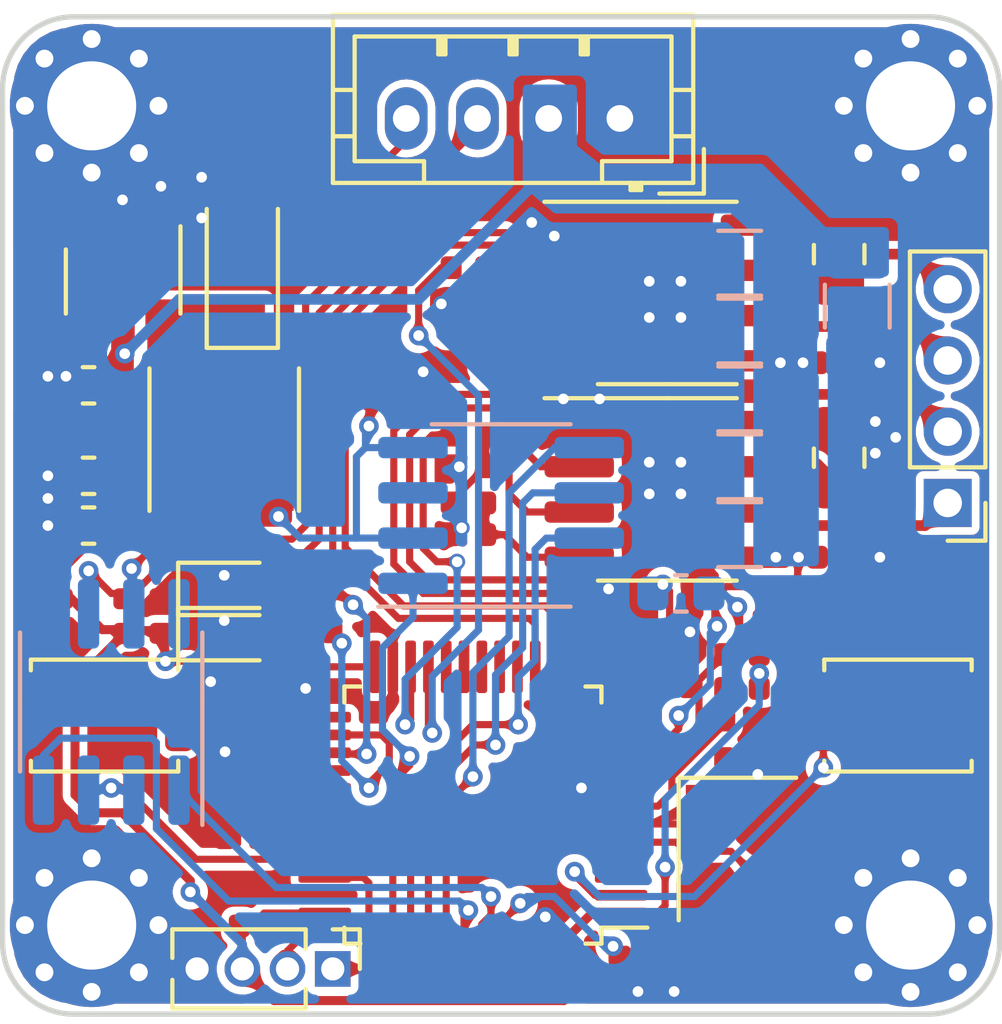
<source format=kicad_pcb>
(kicad_pcb (version 20171130) (host pcbnew "(5.1.6)-1")
  (title_block (title "Stepper Motor") (date 2022-01-04) (rev 1))
  (layers (0 Top_Signal signal) (31 Bottom_Signal signal) (34 B.Paste user hide) (35 F.Paste user hide) (36 B.SilkS user hide) (37 F.SilkS user hide) (38 B.Mask user hide) (39 F.Mask user hide) (44 Edge.Cuts user))
  (net 0 "")
  (net 1 GND)
  (net 2 "Net-(C1-Pad1)")
  (net 3 "Net-(C2-Pad1)")
  (net 4 "Net-(C3-Pad2)")
  (net 5 VCC)
  (net 6 "Net-(C8-Pad1)")
  (net 7 "Net-(C11-Pad2)")
  (net 8 "Net-(C12-Pad2)")
  (net 9 V_SUPPLY)
  (net 10 "Net-(C15-Pad2)")
  (net 11 "Net-(C16-Pad2)")
  (net 12 /ADC_TEMP)
  (net 13 /ADC_POWER)
  (net 14 "Net-(D1-Pad2)")
  (net 15 "Net-(D2-Pad2)")
  (net 16 "Net-(D3-Pad1)")
  (net 17 /RS485/RS485_B)
  (net 18 /RS485/RS485_A)
  (net 19 SWCLK)
  (net 20 SWDIO)
  (net 21 "Net-(J3-Pad4)")
  (net 22 "Net-(J3-Pad3)")
  (net 23 "Net-(J3-Pad2)")
  (net 24 "Net-(J3-Pad1)")
  (net 25 /LED_GREEN)
  (net 26 /LED_RED)
  (net 27 "Net-(R4-Pad1)")
  (net 28 /IN_PWM_A)
  (net 29 /IN_PWM_B)
  (net 30 "Net-(R10-Pad1)")
  (net 31 "Net-(R11-Pad1)")
  (net 32 "Net-(R13-Pad2)")
  (net 33 "Net-(R14-Pad2)")
  (net 34 /ID0)
  (net 35 /ID1)
  (net 36 /ID2)
  (net 37 /BTN2)
  (net 38 /BTN1)
  (net 39 /SPI1_SCK)
  (net 40 /SPI1_MISO)
  (net 41 /SPI1_MOSI)
  (net 42 /MT6816_CS)
  (net 43 /UART1_RX)
  (net 44 /UART1_TX)
  (net 45 /485_RE)
  (net 46 /IN_AP)
  (net 47 /IN_AM)
  (net 48 /IN_BP)
  (net 49 /IN_BM)
  (module Resistor_SMD:R_0402_1005Metric (layer Top_Signal) (at 117.331 163.947 180)
    (fp_text reference R23 hide)
    (fp_text value 0Ω)
    (pad 2 smd roundrect (at 0.485 0 180) (size 0.59 0.64) (layers Top_Signal F.Paste F.Mask) (net 1 GND))
    (pad 1 smd roundrect (at -0.485 0 180) (size 0.59 0.64) (layers Top_Signal F.Paste F.Mask) (net 36 /ID2))
  )
  (module Resistor_SMD:R_0402_1005Metric (layer Top_Signal) (at 117.331 163.058 180)
    (fp_text reference R22 hide)
    (fp_text value 0Ω)
    (pad 2 smd roundrect (at 0.485 0 180) (size 0.59 0.64) (layers Top_Signal F.Paste F.Mask) (net 1 GND))
    (pad 1 smd roundrect (at -0.485 0 180) (size 0.59 0.64) (layers Top_Signal F.Paste F.Mask) (net 35 /ID1))
  )
  (module Resistor_SMD:R_0402_1005Metric (layer Top_Signal) (at 117.331 162.169 180)
    (fp_text reference R21 hide)
    (fp_text value 0Ω)
    (pad 2 smd roundrect (at 0.485 0 180) (size 0.59 0.64) (layers Top_Signal F.Paste F.Mask) (net 1 GND))
    (pad 1 smd roundrect (at -0.485 0 180) (size 0.59 0.64) (layers Top_Signal F.Paste F.Mask) (net 34 /ID0))
  )
  (module Connector_PinHeader_1.27mm:PinHeader_1x04_P1.27mm_Vertical (layer Top_Signal) (at 119.871 167.63 270)
    (fp_text reference J2 hide)
    (fp_text value SWD)
    (pad 4 thru_hole oval (at 0 3.81 270) (size 1 1) (drill 0.65) (layers *.Cu *.Mask) (net 1 GND))
    (pad 3 thru_hole oval (at 0 2.54 270) (size 1 1) (drill 0.65) (layers *.Cu *.Mask) (net 5 VCC))
    (pad 2 thru_hole oval (at 0 1.27 270) (size 1 1) (drill 0.65) (layers *.Cu *.Mask) (net 20 SWDIO))
    (pad 1 thru_hole rect (at 0 0 270) (size 1 1) (drill 0.65) (layers *.Cu *.Mask) (net 19 SWCLK))
  )
  (module myp:MountingHole_2.5mm_Pad_Via (layer Top_Signal) (at 113.1 166.4)
    (fp_text reference H4 hide)
    (fp_text value MountingHole_Pad)
    (pad 1 thru_hole circle (at 0 0) (size 4.6 4.6) (drill 2.5) (layers *.Cu *.Mask) (net 1 GND))
    (pad 1 thru_hole circle (at 1.875 0) (size 0.8 0.8) (drill 0.5) (layers *.Cu *.Mask) (net 1 GND))
    (pad 1 thru_hole circle (at 1.325825 1.325825) (size 0.8 0.8) (drill 0.5) (layers *.Cu *.Mask) (net 1 GND))
    (pad 1 thru_hole circle (at 0 1.875) (size 0.8 0.8) (drill 0.5) (layers *.Cu *.Mask) (net 1 GND))
    (pad 1 thru_hole circle (at -1.325825 1.325825) (size 0.8 0.8) (drill 0.5) (layers *.Cu *.Mask) (net 1 GND))
    (pad 1 thru_hole circle (at -1.875 0) (size 0.8 0.8) (drill 0.5) (layers *.Cu *.Mask) (net 1 GND))
    (pad 1 thru_hole circle (at -1.325825 -1.325825) (size 0.8 0.8) (drill 0.5) (layers *.Cu *.Mask) (net 1 GND))
    (pad 1 thru_hole circle (at 0 -1.875) (size 0.8 0.8) (drill 0.5) (layers *.Cu *.Mask) (net 1 GND))
    (pad 1 thru_hole circle (at 1.325825 -1.325825) (size 0.8 0.8) (drill 0.5) (layers *.Cu *.Mask) (net 1 GND))
  )
  (module myp:MountingHole_2.5mm_Pad_Via (layer Top_Signal) (at 136.1 143.4)
    (fp_text reference H3 hide)
    (fp_text value MountingHole_Pad)
    (pad 1 thru_hole circle (at 0 0) (size 4.6 4.6) (drill 2.5) (layers *.Cu *.Mask) (net 1 GND))
    (pad 1 thru_hole circle (at 1.875 0) (size 0.8 0.8) (drill 0.5) (layers *.Cu *.Mask) (net 1 GND))
    (pad 1 thru_hole circle (at 1.325825 1.325825) (size 0.8 0.8) (drill 0.5) (layers *.Cu *.Mask) (net 1 GND))
    (pad 1 thru_hole circle (at 0 1.875) (size 0.8 0.8) (drill 0.5) (layers *.Cu *.Mask) (net 1 GND))
    (pad 1 thru_hole circle (at -1.325825 1.325825) (size 0.8 0.8) (drill 0.5) (layers *.Cu *.Mask) (net 1 GND))
    (pad 1 thru_hole circle (at -1.875 0) (size 0.8 0.8) (drill 0.5) (layers *.Cu *.Mask) (net 1 GND))
    (pad 1 thru_hole circle (at -1.325825 -1.325825) (size 0.8 0.8) (drill 0.5) (layers *.Cu *.Mask) (net 1 GND))
    (pad 1 thru_hole circle (at 0 -1.875) (size 0.8 0.8) (drill 0.5) (layers *.Cu *.Mask) (net 1 GND))
    (pad 1 thru_hole circle (at 1.325825 -1.325825) (size 0.8 0.8) (drill 0.5) (layers *.Cu *.Mask) (net 1 GND))
  )
  (module myp:MountingHole_2.5mm_Pad_Via (layer Top_Signal) (at 113.1 143.4)
    (fp_text reference H2 hide)
    (fp_text value MountingHole_Pad)
    (pad 1 thru_hole circle (at 0 0) (size 4.6 4.6) (drill 2.5) (layers *.Cu *.Mask) (net 1 GND))
    (pad 1 thru_hole circle (at 1.875 0) (size 0.8 0.8) (drill 0.5) (layers *.Cu *.Mask) (net 1 GND))
    (pad 1 thru_hole circle (at 1.325825 1.325825) (size 0.8 0.8) (drill 0.5) (layers *.Cu *.Mask) (net 1 GND))
    (pad 1 thru_hole circle (at 0 1.875) (size 0.8 0.8) (drill 0.5) (layers *.Cu *.Mask) (net 1 GND))
    (pad 1 thru_hole circle (at -1.325825 1.325825) (size 0.8 0.8) (drill 0.5) (layers *.Cu *.Mask) (net 1 GND))
    (pad 1 thru_hole circle (at -1.875 0) (size 0.8 0.8) (drill 0.5) (layers *.Cu *.Mask) (net 1 GND))
    (pad 1 thru_hole circle (at -1.325825 -1.325825) (size 0.8 0.8) (drill 0.5) (layers *.Cu *.Mask) (net 1 GND))
    (pad 1 thru_hole circle (at 0 -1.875) (size 0.8 0.8) (drill 0.5) (layers *.Cu *.Mask) (net 1 GND))
    (pad 1 thru_hole circle (at 1.325825 -1.325825) (size 0.8 0.8) (drill 0.5) (layers *.Cu *.Mask) (net 1 GND))
  )
  (module myp:MountingHole_2.5mm_Pad_Via (layer Top_Signal) (at 136.1 166.4)
    (fp_text reference H1 hide)
    (fp_text value MountingHole_Pad)
    (pad 1 thru_hole circle (at 0 0) (size 4.6 4.6) (drill 2.5) (layers *.Cu *.Mask) (net 1 GND))
    (pad 1 thru_hole circle (at 1.875 0) (size 0.8 0.8) (drill 0.5) (layers *.Cu *.Mask) (net 1 GND))
    (pad 1 thru_hole circle (at 1.325825 1.325825) (size 0.8 0.8) (drill 0.5) (layers *.Cu *.Mask) (net 1 GND))
    (pad 1 thru_hole circle (at 0 1.875) (size 0.8 0.8) (drill 0.5) (layers *.Cu *.Mask) (net 1 GND))
    (pad 1 thru_hole circle (at -1.325825 1.325825) (size 0.8 0.8) (drill 0.5) (layers *.Cu *.Mask) (net 1 GND))
    (pad 1 thru_hole circle (at -1.875 0) (size 0.8 0.8) (drill 0.5) (layers *.Cu *.Mask) (net 1 GND))
    (pad 1 thru_hole circle (at -1.325825 -1.325825) (size 0.8 0.8) (drill 0.5) (layers *.Cu *.Mask) (net 1 GND))
    (pad 1 thru_hole circle (at 0 -1.875) (size 0.8 0.8) (drill 0.5) (layers *.Cu *.Mask) (net 1 GND))
    (pad 1 thru_hole circle (at 1.325825 -1.325825) (size 0.8 0.8) (drill 0.5) (layers *.Cu *.Mask) (net 1 GND))
  )
  (module Crystal:Crystal_SMD_3225-4Pin_3.2x2.5mm (layer Top_Signal) (at 131.2375 164.2645 270)
    (fp_text reference Y1 hide)
    (fp_text value 8MHz)
    (pad 4 smd rect (at -1.1 -0.85 270) (size 1.4 1.2) (layers Top_Signal F.Paste F.Mask) (net 1 GND))
    (pad 3 smd rect (at 1.1 -0.85 270) (size 1.4 1.2) (layers Top_Signal F.Paste F.Mask) (net 3 "Net-(C2-Pad1)"))
    (pad 2 smd rect (at 1.1 0.85 270) (size 1.4 1.2) (layers Top_Signal F.Paste F.Mask) (net 1 GND))
    (pad 1 smd rect (at -1.1 0.85 270) (size 1.4 1.2) (layers Top_Signal F.Paste F.Mask) (net 2 "Net-(C1-Pad1)"))
  )
  (module Diode_SMD:D_SOD-123 (layer Top_Signal) (at 117.331 147.945 90)
    (fp_text reference D3 hide)
    (fp_text value "B5819W SL")
    (pad 2 smd rect (at 1.65 0 90) (size 0.9 1.2) (layers Top_Signal F.Paste F.Mask) (net 1 GND))
    (pad 1 smd rect (at -1.65 0 90) (size 0.9 1.2) (layers Top_Signal F.Paste F.Mask) (net 16 "Net-(D3-Pad1)"))
  )
  (module Package_SO:SOIC-8_3.9x4.9mm_P1.27mm (layer Bottom_Signal) (at 113.648 160.137 90)
    (fp_text reference U6 hide)
    (fp_text value SP3485EP)
    (pad 8 smd roundrect (at 2.475 1.905 90) (size 1.95 0.6) (layers Bottom_Signal B.Paste B.Mask) (net 5 VCC))
    (pad 7 smd roundrect (at 2.475 0.635 90) (size 1.95 0.6) (layers Bottom_Signal B.Paste B.Mask) (net 17 /RS485/RS485_B))
    (pad 6 smd roundrect (at 2.475 -0.635 90) (size 1.95 0.6) (layers Bottom_Signal B.Paste B.Mask) (net 18 /RS485/RS485_A))
    (pad 5 smd roundrect (at 2.475 -1.905 90) (size 1.95 0.6) (layers Bottom_Signal B.Paste B.Mask) (net 1 GND))
    (pad 4 smd roundrect (at -2.475 -1.905 90) (size 1.95 0.6) (layers Bottom_Signal B.Paste B.Mask) (net 44 /UART1_TX))
    (pad 3 smd roundrect (at -2.475 -0.635 90) (size 1.95 0.6) (layers Bottom_Signal B.Paste B.Mask) (net 45 /485_RE))
    (pad 2 smd roundrect (at -2.475 0.635 90) (size 1.95 0.6) (layers Bottom_Signal B.Paste B.Mask) (net 45 /485_RE))
    (pad 1 smd roundrect (at -2.475 1.905 90) (size 1.95 0.6) (layers Bottom_Signal B.Paste B.Mask) (net 43 /UART1_RX))
  )
  (module Package_TO_SOT_SMD:SOT-23-6 (layer Top_Signal) (at 113.984 148.332 270)
    (fp_text reference U5 hide)
    (fp_text value TX4137)
    (pad 1 smd rect (at -1.1 -0.95 270) (size 1.06 0.65) (layers Top_Signal F.Paste F.Mask))
    (pad 2 smd rect (at -1.1 0 270) (size 1.06 0.65) (layers Top_Signal F.Paste F.Mask) (net 1 GND))
    (pad 3 smd rect (at -1.1 0.95 270) (size 1.06 0.65) (layers Top_Signal F.Paste F.Mask) (net 33 "Net-(R14-Pad2)"))
    (pad 4 smd rect (at 1.1 0.95 270) (size 1.06 0.65) (layers Top_Signal F.Paste F.Mask) (net 32 "Net-(R13-Pad2)"))
    (pad 6 smd rect (at 1.1 -0.95 270) (size 1.06 0.65) (layers Top_Signal F.Paste F.Mask) (net 16 "Net-(D3-Pad1)"))
    (pad 5 smd rect (at 1.1 0 270) (size 1.06 0.65) (layers Top_Signal F.Paste F.Mask) (net 9 V_SUPPLY))
  )
  (module Package_SO:SOIC-8-1EP_3.9x4.9mm_P1.27mm_EP2.41x3.3mm (layer Top_Signal) (at 129.269 154.168)
    (fp_text reference U4 hide)
    (fp_text value TB67H450FNG)
    (pad 1 smd roundrect (at -2.475 -1.905) (size 1.95 0.6) (layers Top_Signal F.Paste F.Mask) (net 1 GND))
    (pad 2 smd roundrect (at -2.475 -0.635) (size 1.95 0.6) (layers Top_Signal F.Paste F.Mask) (net 48 /IN_BP))
    (pad 3 smd roundrect (at -2.475 0.635) (size 1.95 0.6) (layers Top_Signal F.Paste F.Mask) (net 49 /IN_BM))
    (pad 4 smd roundrect (at -2.475 1.905) (size 1.95 0.6) (layers Top_Signal F.Paste F.Mask) (net 11 "Net-(C16-Pad2)"))
    (pad 5 smd roundrect (at 2.475 1.905) (size 1.95 0.6) (layers Top_Signal F.Paste F.Mask) (net 9 V_SUPPLY))
    (pad 6 smd roundrect (at 2.475 0.635) (size 1.95 0.6) (layers Top_Signal F.Paste F.Mask) (net 24 "Net-(J3-Pad1)"))
    (pad 7 smd roundrect (at 2.475 -0.635) (size 1.95 0.6) (layers Top_Signal F.Paste F.Mask) (net 31 "Net-(R11-Pad1)"))
    (pad 8 smd roundrect (at 2.475 -1.905) (size 1.95 0.6) (layers Top_Signal F.Paste F.Mask) (net 23 "Net-(J3-Pad2)"))
    (pad 9 smd rect (at 0 0) (size 2.41 3.3) (layers Top_Signal F.Mask) (net 1 GND))
  )
  (module Package_SO:SOIC-8-1EP_3.9x4.9mm_P1.27mm_EP2.41x3.3mm (layer Top_Signal) (at 129.267 148.654)
    (fp_text reference U3 hide)
    (fp_text value TB67H450FNG)
    (pad 1 smd roundrect (at -2.475 -1.905) (size 1.95 0.6) (layers Top_Signal F.Paste F.Mask) (net 1 GND))
    (pad 2 smd roundrect (at -2.475 -0.635) (size 1.95 0.6) (layers Top_Signal F.Paste F.Mask) (net 46 /IN_AP))
    (pad 3 smd roundrect (at -2.475 0.635) (size 1.95 0.6) (layers Top_Signal F.Paste F.Mask) (net 47 /IN_AM))
    (pad 4 smd roundrect (at -2.475 1.905) (size 1.95 0.6) (layers Top_Signal F.Paste F.Mask) (net 10 "Net-(C15-Pad2)"))
    (pad 5 smd roundrect (at 2.475 1.905) (size 1.95 0.6) (layers Top_Signal F.Paste F.Mask) (net 9 V_SUPPLY))
    (pad 6 smd roundrect (at 2.475 0.635) (size 1.95 0.6) (layers Top_Signal F.Paste F.Mask) (net 22 "Net-(J3-Pad3)"))
    (pad 7 smd roundrect (at 2.475 -0.635) (size 1.95 0.6) (layers Top_Signal F.Paste F.Mask) (net 30 "Net-(R10-Pad1)"))
    (pad 8 smd roundrect (at 2.475 -1.905) (size 1.95 0.6) (layers Top_Signal F.Paste F.Mask) (net 21 "Net-(J3-Pad4)"))
    (pad 9 smd rect (at 0 0) (size 2.41 3.3) (layers Top_Signal F.Mask) (net 1 GND))
  )
  (module Package_QFP:LQFP-48_7x7mm_P0.5mm (layer Top_Signal) (at 123.808 163.312 180)
    (fp_text reference U2 hide)
    (fp_text value STM32F103CBTx)
    (pad 1 smd roundrect (at -4.1625 -2.75 180) (size 1.475 0.3) (layers Top_Signal F.Paste F.Mask) (net 5 VCC))
    (pad 2 smd roundrect (at -4.1625 -2.25 180) (size 1.475 0.3) (layers Top_Signal F.Paste F.Mask) (net 37 /BTN2))
    (pad 3 smd roundrect (at -4.1625 -1.75 180) (size 1.475 0.3) (layers Top_Signal F.Paste F.Mask))
    (pad 4 smd roundrect (at -4.1625 -1.25 180) (size 1.475 0.3) (layers Top_Signal F.Paste F.Mask))
    (pad 5 smd roundrect (at -4.1625 -0.75 180) (size 1.475 0.3) (layers Top_Signal F.Paste F.Mask) (net 3 "Net-(C2-Pad1)"))
    (pad 6 smd roundrect (at -4.1625 -0.25 180) (size 1.475 0.3) (layers Top_Signal F.Paste F.Mask) (net 2 "Net-(C1-Pad1)"))
    (pad 7 smd roundrect (at -4.1625 0.25 180) (size 1.475 0.3) (layers Top_Signal F.Paste F.Mask) (net 4 "Net-(C3-Pad2)"))
    (pad 8 smd roundrect (at -4.1625 0.75 180) (size 1.475 0.3) (layers Top_Signal F.Paste F.Mask) (net 1 GND))
    (pad 9 smd roundrect (at -4.1625 1.25 180) (size 1.475 0.3) (layers Top_Signal F.Paste F.Mask) (net 6 "Net-(C8-Pad1)"))
    (pad 10 smd roundrect (at -4.1625 1.75 180) (size 1.475 0.3) (layers Top_Signal F.Paste F.Mask) (net 13 /ADC_POWER))
    (pad 11 smd roundrect (at -4.1625 2.25 180) (size 1.475 0.3) (layers Top_Signal F.Paste F.Mask) (net 12 /ADC_TEMP))
    (pad 12 smd roundrect (at -4.1625 2.75 180) (size 1.475 0.3) (layers Top_Signal F.Paste F.Mask) (net 49 /IN_BM))
    (pad 13 smd roundrect (at -2.75 4.1625 180) (size 0.3 1.475) (layers Top_Signal F.Paste F.Mask) (net 48 /IN_BP))
    (pad 14 smd roundrect (at -2.25 4.1625 180) (size 0.3 1.475) (layers Top_Signal F.Paste F.Mask) (net 47 /IN_AM))
    (pad 15 smd roundrect (at -1.75 4.1625 180) (size 0.3 1.475) (layers Top_Signal F.Paste F.Mask) (net 46 /IN_AP))
    (pad 16 smd roundrect (at -1.25 4.1625 180) (size 0.3 1.475) (layers Top_Signal F.Paste F.Mask))
    (pad 17 smd roundrect (at -0.75 4.1625 180) (size 0.3 1.475) (layers Top_Signal F.Paste F.Mask))
    (pad 18 smd roundrect (at -0.25 4.1625 180) (size 0.3 1.475) (layers Top_Signal F.Paste F.Mask))
    (pad 19 smd roundrect (at 0.25 4.1625 180) (size 0.3 1.475) (layers Top_Signal F.Paste F.Mask))
    (pad 20 smd roundrect (at 0.75 4.1625 180) (size 0.3 1.475) (layers Top_Signal F.Paste F.Mask))
    (pad 21 smd roundrect (at 1.25 4.1625 180) (size 0.3 1.475) (layers Top_Signal F.Paste F.Mask) (net 28 /IN_PWM_A))
    (pad 22 smd roundrect (at 1.75 4.1625 180) (size 0.3 1.475) (layers Top_Signal F.Paste F.Mask) (net 29 /IN_PWM_B))
    (pad 23 smd roundrect (at 2.25 4.1625 180) (size 0.3 1.475) (layers Top_Signal F.Paste F.Mask) (net 1 GND))
    (pad 24 smd roundrect (at 2.75 4.1625 180) (size 0.3 1.475) (layers Top_Signal F.Paste F.Mask) (net 5 VCC))
    (pad 25 smd roundrect (at 4.1625 2.75 180) (size 1.475 0.3) (layers Top_Signal F.Paste F.Mask) (net 38 /BTN1))
    (pad 26 smd roundrect (at 4.1625 2.25 180) (size 1.475 0.3) (layers Top_Signal F.Paste F.Mask) (net 25 /LED_GREEN))
    (pad 27 smd roundrect (at 4.1625 1.75 180) (size 1.475 0.3) (layers Top_Signal F.Paste F.Mask) (net 26 /LED_RED))
    (pad 28 smd roundrect (at 4.1625 1.25 180) (size 1.475 0.3) (layers Top_Signal F.Paste F.Mask))
    (pad 29 smd roundrect (at 4.1625 0.75 180) (size 1.475 0.3) (layers Top_Signal F.Paste F.Mask) (net 34 /ID0))
    (pad 30 smd roundrect (at 4.1625 0.25 180) (size 1.475 0.3) (layers Top_Signal F.Paste F.Mask) (net 35 /ID1))
    (pad 31 smd roundrect (at 4.1625 -0.25 180) (size 1.475 0.3) (layers Top_Signal F.Paste F.Mask) (net 36 /ID2))
    (pad 32 smd roundrect (at 4.1625 -0.75 180) (size 1.475 0.3) (layers Top_Signal F.Paste F.Mask) (net 45 /485_RE))
    (pad 33 smd roundrect (at 4.1625 -1.25 180) (size 1.475 0.3) (layers Top_Signal F.Paste F.Mask))
    (pad 34 smd roundrect (at 4.1625 -1.75 180) (size 1.475 0.3) (layers Top_Signal F.Paste F.Mask) (net 20 SWDIO))
    (pad 35 smd roundrect (at 4.1625 -2.25 180) (size 1.475 0.3) (layers Top_Signal F.Paste F.Mask) (net 1 GND))
    (pad 36 smd roundrect (at 4.1625 -2.75 180) (size 1.475 0.3) (layers Top_Signal F.Paste F.Mask) (net 5 VCC))
    (pad 37 smd roundrect (at 2.75 -4.1625 180) (size 0.3 1.475) (layers Top_Signal F.Paste F.Mask) (net 19 SWCLK))
    (pad 38 smd roundrect (at 2.25 -4.1625 180) (size 0.3 1.475) (layers Top_Signal F.Paste F.Mask) (net 42 /MT6816_CS))
    (pad 39 smd roundrect (at 1.75 -4.1625 180) (size 0.3 1.475) (layers Top_Signal F.Paste F.Mask) (net 39 /SPI1_SCK))
    (pad 40 smd roundrect (at 1.25 -4.1625 180) (size 0.3 1.475) (layers Top_Signal F.Paste F.Mask) (net 40 /SPI1_MISO))
    (pad 41 smd roundrect (at 0.75 -4.1625 180) (size 0.3 1.475) (layers Top_Signal F.Paste F.Mask) (net 41 /SPI1_MOSI))
    (pad 42 smd roundrect (at 0.25 -4.1625 180) (size 0.3 1.475) (layers Top_Signal F.Paste F.Mask) (net 44 /UART1_TX))
    (pad 43 smd roundrect (at -0.25 -4.1625 180) (size 0.3 1.475) (layers Top_Signal F.Paste F.Mask) (net 43 /UART1_RX))
    (pad 44 smd roundrect (at -0.75 -4.1625 180) (size 0.3 1.475) (layers Top_Signal F.Paste F.Mask) (net 27 "Net-(R4-Pad1)"))
    (pad 45 smd roundrect (at -1.25 -4.1625 180) (size 0.3 1.475) (layers Top_Signal F.Paste F.Mask))
    (pad 46 smd roundrect (at -1.75 -4.1625 180) (size 0.3 1.475) (layers Top_Signal F.Paste F.Mask))
    (pad 47 smd roundrect (at -2.25 -4.1625 180) (size 0.3 1.475) (layers Top_Signal F.Paste F.Mask) (net 1 GND))
    (pad 48 smd roundrect (at -2.75 -4.1625 180) (size 0.3 1.475) (layers Top_Signal F.Paste F.Mask) (net 5 VCC))
  )
  (module Package_SO:SOIC-8_3.9x4.9mm_P1.27mm (layer Bottom_Signal) (at 124.6 154.9)
    (fp_text reference U1 hide)
    (fp_text value MT6816)
    (pad 1 smd roundrect (at -2.475 1.905) (size 1.95 0.6) (layers Bottom_Signal B.Paste B.Mask) (net 42 /MT6816_CS))
    (pad 2 smd roundrect (at -2.475 0.635) (size 1.95 0.6) (layers Bottom_Signal B.Paste B.Mask) (net 5 VCC))
    (pad 3 smd roundrect (at -2.475 -0.635) (size 1.95 0.6) (layers Bottom_Signal B.Paste B.Mask))
    (pad 4 smd roundrect (at -2.475 -1.905) (size 1.95 0.6) (layers Bottom_Signal B.Paste B.Mask) (net 5 VCC))
    (pad 5 smd roundrect (at 2.475 -1.905) (size 1.95 0.6) (layers Bottom_Signal B.Paste B.Mask) (net 41 /SPI1_MOSI))
    (pad 6 smd roundrect (at 2.475 -0.635) (size 1.95 0.6) (layers Bottom_Signal B.Paste B.Mask) (net 40 /SPI1_MISO))
    (pad 7 smd roundrect (at 2.475 0.635) (size 1.95 0.6) (layers Bottom_Signal B.Paste B.Mask) (net 39 /SPI1_SCK))
    (pad 8 smd roundrect (at 2.475 1.905) (size 1.95 0.6) (layers Bottom_Signal B.Paste B.Mask) (net 1 GND))
  )
  (module Button_Switch_SMD:SW_Push_SPST_NO_Alps_SKRK (layer Top_Signal) (at 113.462 160.518 180)
    (fp_text reference SW3 hide)
    (fp_text value SW_Push)
    (pad 1 smd roundrect (at -2.1 0 180) (size 0.8 2) (layers Top_Signal F.Paste F.Mask) (net 38 /BTN1))
    (pad 2 smd roundrect (at 2.1 0 180) (size 0.8 2) (layers Top_Signal F.Paste F.Mask) (net 1 GND))
  )
  (module Button_Switch_SMD:SW_Push_SPST_NO_Alps_SKRK (layer Top_Signal) (at 135.746 160.518)
    (fp_text reference SW2 hide)
    (fp_text value SW_Push)
    (pad 1 smd roundrect (at -2.1 0) (size 0.8 2) (layers Top_Signal F.Paste F.Mask) (net 37 /BTN2))
    (pad 2 smd roundrect (at 2.1 0) (size 0.8 2) (layers Top_Signal F.Paste F.Mask) (net 1 GND))
  )
  (module Resistor_SMD:R_0402_1005Metric (layer Top_Signal) (at 119.617 146.294 180)
    (fp_text reference R20 hide)
    (fp_text value 360R)
    (pad 2 smd roundrect (at 0.485 0 180) (size 0.59 0.64) (layers Top_Signal F.Paste F.Mask) (net 1 GND))
    (pad 1 smd roundrect (at -0.485 0 180) (size 0.59 0.64) (layers Top_Signal F.Paste F.Mask) (net 17 /RS485/RS485_B))
  )
  (module Resistor_SMD:R_0402_1005Metric (layer Top_Signal) (at 114.029 157.724 90)
    (fp_text reference R19 hide)
    (fp_text value 360R)
    (pad 2 smd roundrect (at 0.485 0 90) (size 0.59 0.64) (layers Top_Signal F.Paste F.Mask) (net 18 /RS485/RS485_A))
    (pad 1 smd roundrect (at -0.485 0 90) (size 0.59 0.64) (layers Top_Signal F.Paste F.Mask) (net 5 VCC))
  )
  (module Resistor_SMD:R_0402_1005Metric (layer Top_Signal) (at 121.522 146.294 180)
    (fp_text reference R18 hide)
    (fp_text value 120R)
    (pad 2 smd roundrect (at 0.485 0 180) (size 0.59 0.64) (layers Top_Signal F.Paste F.Mask) (net 17 /RS485/RS485_B))
    (pad 1 smd roundrect (at -0.485 0 180) (size 0.59 0.64) (layers Top_Signal F.Paste F.Mask) (net 18 /RS485/RS485_A))
  )
  (module Resistor_SMD:R_0402_1005Metric (layer Top_Signal) (at 132.444 157.851 180)
    (fp_text reference R17 hide)
    (fp_text value 1k)
    (pad 2 smd roundrect (at 0.485 0 180) (size 0.59 0.64) (layers Top_Signal F.Paste F.Mask) (net 13 /ADC_POWER))
    (pad 1 smd roundrect (at -0.485 0 180) (size 0.59 0.64) (layers Top_Signal F.Paste F.Mask) (net 1 GND))
  )
  (module Resistor_SMD:R_0402_1005Metric (layer Top_Signal) (at 132.444 156.962 180)
    (fp_text reference R16 hide)
    (fp_text value 10k)
    (pad 2 smd roundrect (at 0.485 0 180) (size 0.59 0.64) (layers Top_Signal F.Paste F.Mask) (net 13 /ADC_POWER))
    (pad 1 smd roundrect (at -0.485 0 180) (size 0.59 0.64) (layers Top_Signal F.Paste F.Mask) (net 9 V_SUPPLY))
  )
  (module Resistor_SMD:R_0402_1005Metric (layer Top_Signal) (at 111.616 149.469 270)
    (fp_text reference R15 hide)
    (fp_text value 100k)
    (pad 2 smd roundrect (at 0.485 0 270) (size 0.59 0.64) (layers Top_Signal F.Paste F.Mask) (net 5 VCC))
    (pad 1 smd roundrect (at -0.485 0 270) (size 0.59 0.64) (layers Top_Signal F.Paste F.Mask) (net 33 "Net-(R14-Pad2)"))
  )
  (module Resistor_SMD:R_0402_1005Metric (layer Top_Signal) (at 111.616 147.31 270)
    (fp_text reference R14 hide)
    (fp_text value 33k)
    (pad 2 smd roundrect (at 0.485 0 270) (size 0.59 0.64) (layers Top_Signal F.Paste F.Mask) (net 33 "Net-(R14-Pad2)"))
    (pad 1 smd roundrect (at -0.485 0 270) (size 0.59 0.64) (layers Top_Signal F.Paste F.Mask) (net 1 GND))
  )
  (module Resistor_SMD:R_0402_1005Metric (layer Top_Signal) (at 113.521 152.517 180)
    (fp_text reference R13 hide)
    (fp_text value 200k)
    (pad 2 smd roundrect (at 0.485 0 180) (size 0.59 0.64) (layers Top_Signal F.Paste F.Mask) (net 32 "Net-(R13-Pad2)"))
    (pad 1 smd roundrect (at -0.485 0 180) (size 0.59 0.64) (layers Top_Signal F.Paste F.Mask) (net 9 V_SUPPLY))
  )
  (module Resistor_SMD:R_0402_1005Metric (layer Top_Signal) (at 127.872 158.74 90)
    (fp_text reference R12 hide)
    (fp_text value 3.3k)
    (pad 2 smd roundrect (at 0.485 0 90) (size 0.59 0.64) (layers Top_Signal F.Paste F.Mask) (net 1 GND))
    (pad 1 smd roundrect (at -0.485 0 90) (size 0.59 0.64) (layers Top_Signal F.Paste F.Mask) (net 12 /ADC_TEMP))
  )
  (module Resistor_SMD:R_0805_2012Metric (layer Top_Signal) (at 134.095 153.279 90)
    (fp_text reference R11 hide)
    (fp_text value 0.1Ω)
    (pad 2 smd roundrect (at 0.9375 0 90) (size 0.975 1.4) (layers Top_Signal F.Paste F.Mask) (net 1 GND))
    (pad 1 smd roundrect (at -0.9375 0 90) (size 0.975 1.4) (layers Top_Signal F.Paste F.Mask) (net 31 "Net-(R11-Pad1)"))
  )
  (module Resistor_SMD:R_0805_2012Metric (layer Top_Signal) (at 134.095 147.564 90)
    (fp_text reference R10 hide)
    (fp_text value 0.1Ω)
    (pad 2 smd roundrect (at 0.9375 0 90) (size 0.975 1.4) (layers Top_Signal F.Paste F.Mask) (net 1 GND))
    (pad 1 smd roundrect (at -0.9375 0 90) (size 0.975 1.4) (layers Top_Signal F.Paste F.Mask) (net 30 "Net-(R10-Pad1)"))
  )
  (module Resistor_SMD:R_0402_1005Metric (layer Top_Signal) (at 123.681 154.549)
    (fp_text reference R9 hide)
    (fp_text value 1k)
    (pad 2 smd roundrect (at 0.485 0) (size 0.59 0.64) (layers Top_Signal F.Paste F.Mask) (net 11 "Net-(C16-Pad2)"))
    (pad 1 smd roundrect (at -0.485 0) (size 0.59 0.64) (layers Top_Signal F.Paste F.Mask) (net 8 "Net-(C12-Pad2)"))
  )
  (module Resistor_SMD:R_0402_1005Metric (layer Top_Signal) (at 123.681 149.723)
    (fp_text reference R8 hide)
    (fp_text value 1k)
    (pad 2 smd roundrect (at 0.485 0) (size 0.59 0.64) (layers Top_Signal F.Paste F.Mask) (net 10 "Net-(C15-Pad2)"))
    (pad 1 smd roundrect (at -0.485 0) (size 0.59 0.64) (layers Top_Signal F.Paste F.Mask) (net 7 "Net-(C11-Pad2)"))
  )
  (module Resistor_SMD:R_0402_1005Metric (layer Top_Signal) (at 123.681 152.644)
    (fp_text reference R7 hide)
    (fp_text value 1k)
    (pad 2 smd roundrect (at 0.485 0) (size 0.59 0.64) (layers Top_Signal F.Paste F.Mask) (net 8 "Net-(C12-Pad2)"))
    (pad 1 smd roundrect (at -0.485 0) (size 0.59 0.64) (layers Top_Signal F.Paste F.Mask) (net 29 /IN_PWM_B))
  )
  (module Resistor_SMD:R_0402_1005Metric (layer Top_Signal) (at 123.681 147.945)
    (fp_text reference R6 hide)
    (fp_text value 1k)
    (pad 2 smd roundrect (at 0.485 0) (size 0.59 0.64) (layers Top_Signal F.Paste F.Mask) (net 7 "Net-(C11-Pad2)"))
    (pad 1 smd roundrect (at -0.485 0) (size 0.59 0.64) (layers Top_Signal F.Paste F.Mask) (net 28 /IN_PWM_A))
  )
  (module Resistor_SMD:R_0402_1005Metric (layer Top_Signal) (at 131.3645 158.8035)
    (fp_text reference R5 hide)
    (fp_text value 0Ω)
    (pad 2 smd roundrect (at 0.485 0) (size 0.59 0.64) (layers Top_Signal F.Paste F.Mask) (net 5 VCC))
    (pad 1 smd roundrect (at -0.485 0) (size 0.59 0.64) (layers Top_Signal F.Paste F.Mask) (net 6 "Net-(C8-Pad1)"))
  )
  (module Resistor_SMD:R_0402_1005Metric (layer Top_Signal) (at 127.9355 167.757 270)
    (fp_text reference R4 hide)
    (fp_text value 10k)
    (pad 2 smd roundrect (at 0.485 0 270) (size 0.59 0.64) (layers Top_Signal F.Paste F.Mask) (net 1 GND))
    (pad 1 smd roundrect (at -0.485 0 270) (size 0.59 0.64) (layers Top_Signal F.Paste F.Mask) (net 27 "Net-(R4-Pad1)"))
  )
  (module Resistor_SMD:R_0402_1005Metric (layer Top_Signal) (at 131.3645 159.756 180)
    (fp_text reference R3 hide)
    (fp_text value 10k)
    (pad 2 smd roundrect (at 0.485 0 180) (size 0.59 0.64) (layers Top_Signal F.Paste F.Mask) (net 4 "Net-(C3-Pad2)"))
    (pad 1 smd roundrect (at -0.485 0 180) (size 0.59 0.64) (layers Top_Signal F.Paste F.Mask) (net 5 VCC))
  )
  (module Resistor_SMD:R_0402_1005Metric (layer Top_Signal) (at 119.363 156.962)
    (fp_text reference R2 hide)
    (fp_text value 1k)
    (pad 2 smd roundrect (at 0.485 0) (size 0.59 0.64) (layers Top_Signal F.Paste F.Mask) (net 26 /LED_RED))
    (pad 1 smd roundrect (at -0.485 0) (size 0.59 0.64) (layers Top_Signal F.Paste F.Mask) (net 15 "Net-(D2-Pad2)"))
  )
  (module Resistor_SMD:R_0402_1005Metric (layer Top_Signal) (at 119.363 158.1685)
    (fp_text reference R1 hide)
    (fp_text value 1k)
    (pad 2 smd roundrect (at 0.485 0) (size 0.59 0.64) (layers Top_Signal F.Paste F.Mask) (net 25 /LED_GREEN))
    (pad 1 smd roundrect (at -0.485 0) (size 0.59 0.64) (layers Top_Signal F.Paste F.Mask) (net 14 "Net-(D1-Pad2)"))
  )
  (module Resistor_SMD:R_0603_1608Metric (layer Bottom_Signal) (at 129.65 157.089 180)
    (fp_text reference NTC1 hide)
    (fp_text value "NTC 10k")
    (pad 2 smd roundrect (at 0.7875 0 180) (size 0.875 0.95) (layers Bottom_Signal B.Paste B.Mask) (net 12 /ADC_TEMP))
    (pad 1 smd roundrect (at -0.7875 0 180) (size 0.875 0.95) (layers Bottom_Signal B.Paste B.Mask) (net 5 VCC))
  )
  (module Inductor_SMD:L_Taiyo-Yuden_NR-40xx (layer Top_Signal) (at 116.823 152.771 270)
    (fp_text reference L1 hide)
    (fp_text value 22uH)
    (pad 2 smd rect (at 1.4 0 270) (size 1.2 3.9) (layers Top_Signal F.Paste F.Mask) (net 5 VCC))
    (pad 1 smd rect (at -1.4 0 270) (size 1.2 3.9) (layers Top_Signal F.Paste F.Mask) (net 16 "Net-(D3-Pad1)"))
  )
  (module Connector_PinHeader_2.00mm:PinHeader_1x04_P2.00mm_Vertical (layer Top_Signal) (at 137.143 154.549 180)
    (fp_text reference J3 hide)
    (fp_text value MOTOR)
    (pad 4 thru_hole oval (at 0 6 180) (size 1.35 1.35) (drill 0.8) (layers *.Cu *.Mask) (net 21 "Net-(J3-Pad4)"))
    (pad 3 thru_hole oval (at 0 4 180) (size 1.35 1.35) (drill 0.8) (layers *.Cu *.Mask) (net 22 "Net-(J3-Pad3)"))
    (pad 2 thru_hole oval (at 0 2 180) (size 1.35 1.35) (drill 0.8) (layers *.Cu *.Mask) (net 23 "Net-(J3-Pad2)"))
    (pad 1 thru_hole rect (at 0 0 180) (size 1.35 1.35) (drill 0.8) (layers *.Cu *.Mask) (net 24 "Net-(J3-Pad1)"))
  )
  (module Connector_JST:JST_PH_B4B-PH-K_1x04_P2.00mm_Vertical (layer Top_Signal) (at 127.9355 143.754 180)
    (fp_text reference J1 hide)
    (fp_text value CON)
    (pad 4 thru_hole oval (at 6 0 180) (size 1.2 1.75) (drill 0.75) (layers *.Cu *.Mask) (net 17 /RS485/RS485_B))
    (pad 3 thru_hole oval (at 4 0 180) (size 1.2 1.75) (drill 0.75) (layers *.Cu *.Mask) (net 18 /RS485/RS485_A))
    (pad 2 thru_hole oval (at 2 0 180) (size 1.2 1.75) (drill 0.75) (layers *.Cu *.Mask) (net 9 V_SUPPLY))
    (pad 1 thru_hole roundrect (at 0 0 180) (size 1.2 1.75) (drill 0.75) (layers *.Cu *.Mask) (roundrect_rratio 0.208333) (net 1 GND))
  )
  (module LED_SMD:LED_0603_1608Metric (layer Top_Signal) (at 117.0135 156.962)
    (fp_text reference D2 hide)
    (fp_text value RED)
    (pad 2 smd roundrect (at 0.7875 0) (size 0.875 0.95) (layers Top_Signal F.Paste F.Mask) (net 15 "Net-(D2-Pad2)"))
    (pad 1 smd roundrect (at -0.7875 0) (size 0.875 0.95) (layers Top_Signal F.Paste F.Mask) (net 1 GND))
  )
  (module LED_SMD:LED_0603_1608Metric (layer Top_Signal) (at 117.0135 158.232)
    (fp_text reference D1 hide)
    (fp_text value GREEN)
    (pad 2 smd roundrect (at 0.7875 0) (size 0.875 0.95) (layers Top_Signal F.Paste F.Mask) (net 14 "Net-(D1-Pad2)"))
    (pad 1 smd roundrect (at -0.7875 0) (size 0.875 0.95) (layers Top_Signal F.Paste F.Mask) (net 1 GND))
  )
  (module Capacitor_SMD:C_0402_1005Metric (layer Top_Signal) (at 115.045 157.724 90)
    (fp_text reference C29 hide)
    (fp_text value 100n)
    (pad 2 smd roundrect (at 0.485 0 90) (size 0.59 0.64) (layers Top_Signal F.Paste F.Mask) (net 1 GND))
    (pad 1 smd roundrect (at -0.485 0 90) (size 0.59 0.64) (layers Top_Signal F.Paste F.Mask) (net 5 VCC))
  )
  (module Capacitor_SMD:C_0402_1005Metric (layer Top_Signal) (at 133.968 157.4065 270)
    (fp_text reference C28 hide)
    (fp_text value 100n)
    (pad 2 smd roundrect (at 0.485 0 270) (size 0.59 0.64) (layers Top_Signal F.Paste F.Mask) (net 13 /ADC_POWER))
    (pad 1 smd roundrect (at -0.485 0 270) (size 0.59 0.64) (layers Top_Signal F.Paste F.Mask) (net 1 GND))
  )
  (module Capacitor_SMD:C_0603_1608Metric (layer Top_Signal) (at 113.013 155.184)
    (fp_text reference C27 hide)
    (fp_text value 10uf)
    (pad 2 smd roundrect (at 0.7875 0) (size 0.875 0.95) (layers Top_Signal F.Paste F.Mask) (net 5 VCC))
    (pad 1 smd roundrect (at -0.7875 0) (size 0.875 0.95) (layers Top_Signal F.Paste F.Mask) (net 1 GND))
  )
  (module Capacitor_SMD:C_0603_1608Metric (layer Top_Signal) (at 113.013 153.787)
    (fp_text reference C26 hide)
    (fp_text value 10uf)
    (pad 2 smd roundrect (at 0.7875 0) (size 0.875 0.95) (layers Top_Signal F.Paste F.Mask) (net 5 VCC))
    (pad 1 smd roundrect (at -0.7875 0) (size 0.875 0.95) (layers Top_Signal F.Paste F.Mask) (net 1 GND))
  )
  (module Capacitor_SMD:C_0603_1608Metric (layer Top_Signal) (at 113.013 151.247)
    (fp_text reference C25 hide)
    (fp_text value 10uf)
    (pad 2 smd roundrect (at 0.7875 0) (size 0.875 0.95) (layers Top_Signal F.Paste F.Mask) (net 9 V_SUPPLY))
    (pad 1 smd roundrect (at -0.7875 0) (size 0.875 0.95) (layers Top_Signal F.Paste F.Mask) (net 1 GND))
  )
  (module Capacitor_SMD:C_0402_1005Metric (layer Top_Signal) (at 128.761 158.74 90)
    (fp_text reference C24 hide)
    (fp_text value 2.2u)
    (pad 2 smd roundrect (at 0.485 0 90) (size 0.59 0.64) (layers Top_Signal F.Paste F.Mask) (net 1 GND))
    (pad 1 smd roundrect (at -0.485 0 90) (size 0.59 0.64) (layers Top_Signal F.Paste F.Mask) (net 12 /ADC_TEMP))
  )
  (module Capacitor_SMD:C_1206_3216Metric (layer Bottom_Signal) (at 131.301 153.533)
    (fp_text reference C22 hide)
    (fp_text value "22uF, 25V")
    (pad 2 smd roundrect (at 1.4 0) (size 1.25 1.75) (layers Bottom_Signal B.Paste B.Mask) (roundrect_rratio 0.2) (net 9 V_SUPPLY))
    (pad 1 smd roundrect (at -1.4 0) (size 1.25 1.75) (layers Bottom_Signal B.Paste B.Mask) (roundrect_rratio 0.2) (net 1 GND))
  )
  (module Capacitor_SMD:C_1206_3216Metric (layer Bottom_Signal) (at 131.301 151.628)
    (fp_text reference C21 hide)
    (fp_text value "22uF, 25V")
    (pad 2 smd roundrect (at 1.4 0) (size 1.25 1.75) (layers Bottom_Signal B.Paste B.Mask) (roundrect_rratio 0.2) (net 9 V_SUPPLY))
    (pad 1 smd roundrect (at -1.4 0) (size 1.25 1.75) (layers Bottom_Signal B.Paste B.Mask) (roundrect_rratio 0.2) (net 1 GND))
  )
  (module Capacitor_SMD:C_0402_1005Metric (layer Top_Signal) (at 133.968 150.612 180)
    (fp_text reference C20 hide)
    (fp_text value 100n)
    (pad 2 smd roundrect (at 0.485 0 180) (size 0.59 0.64) (layers Top_Signal F.Paste F.Mask) (net 9 V_SUPPLY))
    (pad 1 smd roundrect (at -0.485 0 180) (size 0.59 0.64) (layers Top_Signal F.Paste F.Mask) (net 1 GND))
  )
  (module Capacitor_SMD:C_0402_1005Metric (layer Top_Signal) (at 133.968 156.073 180)
    (fp_text reference C19 hide)
    (fp_text value 100n)
    (pad 2 smd roundrect (at 0.485 0 180) (size 0.59 0.64) (layers Top_Signal F.Paste F.Mask) (net 9 V_SUPPLY))
    (pad 1 smd roundrect (at -0.485 0 180) (size 0.59 0.64) (layers Top_Signal F.Paste F.Mask) (net 1 GND))
  )
  (module Capacitor_SMD:C_1206_3216Metric (layer Bottom_Signal) (at 134.603 149.0245 90)
    (fp_text reference C18 hide)
    (fp_text value "22uF, 25V")
    (pad 2 smd roundrect (at 1.4 0 90) (size 1.25 1.75) (layers Bottom_Signal B.Paste B.Mask) (roundrect_rratio 0.2) (net 9 V_SUPPLY))
    (pad 1 smd roundrect (at -1.4 0 90) (size 1.25 1.75) (layers Bottom_Signal B.Paste B.Mask) (roundrect_rratio 0.2) (net 1 GND))
  )
  (module Capacitor_SMD:C_1206_3216Metric (layer Bottom_Signal) (at 131.301 149.723)
    (fp_text reference C17 hide)
    (fp_text value "22uF, 25V")
    (pad 2 smd roundrect (at 1.4 0) (size 1.25 1.75) (layers Bottom_Signal B.Paste B.Mask) (roundrect_rratio 0.2) (net 9 V_SUPPLY))
    (pad 1 smd roundrect (at -1.4 0) (size 1.25 1.75) (layers Bottom_Signal B.Paste B.Mask) (roundrect_rratio 0.2) (net 1 GND))
  )
  (module Capacitor_SMD:C_0402_1005Metric (layer Top_Signal) (at 123.681 155.438)
    (fp_text reference C16 hide)
    (fp_text value 100n)
    (pad 2 smd roundrect (at 0.485 0) (size 0.59 0.64) (layers Top_Signal F.Paste F.Mask) (net 11 "Net-(C16-Pad2)"))
    (pad 1 smd roundrect (at -0.485 0) (size 0.59 0.64) (layers Top_Signal F.Paste F.Mask) (net 1 GND))
  )
  (module Capacitor_SMD:C_0402_1005Metric (layer Top_Signal) (at 123.681 150.612)
    (fp_text reference C15 hide)
    (fp_text value 100n)
    (pad 2 smd roundrect (at 0.485 0) (size 0.59 0.64) (layers Top_Signal F.Paste F.Mask) (net 10 "Net-(C15-Pad2)"))
    (pad 1 smd roundrect (at -0.485 0) (size 0.59 0.64) (layers Top_Signal F.Paste F.Mask) (net 1 GND))
  )
  (module Capacitor_SMD:C_1206_3216Metric (layer Bottom_Signal) (at 131.301 155.438)
    (fp_text reference C14 hide)
    (fp_text value "22uF, 25V")
    (pad 2 smd roundrect (at 1.4 0) (size 1.25 1.75) (layers Bottom_Signal B.Paste B.Mask) (roundrect_rratio 0.2) (net 9 V_SUPPLY))
    (pad 1 smd roundrect (at -1.4 0) (size 1.25 1.75) (layers Bottom_Signal B.Paste B.Mask) (roundrect_rratio 0.2) (net 1 GND))
  )
  (module Capacitor_SMD:C_1206_3216Metric (layer Bottom_Signal) (at 131.301 147.818)
    (fp_text reference C13 hide)
    (fp_text value "22uF, 25V")
    (pad 2 smd roundrect (at 1.4 0) (size 1.25 1.75) (layers Bottom_Signal B.Paste B.Mask) (roundrect_rratio 0.2) (net 9 V_SUPPLY))
    (pad 1 smd roundrect (at -1.4 0) (size 1.25 1.75) (layers Bottom_Signal B.Paste B.Mask) (roundrect_rratio 0.2) (net 1 GND))
  )
  (module Capacitor_SMD:C_0402_1005Metric (layer Top_Signal) (at 123.681 153.533)
    (fp_text reference C12 hide)
    (fp_text value 100n)
    (pad 2 smd roundrect (at 0.485 0) (size 0.59 0.64) (layers Top_Signal F.Paste F.Mask) (net 8 "Net-(C12-Pad2)"))
    (pad 1 smd roundrect (at -0.485 0) (size 0.59 0.64) (layers Top_Signal F.Paste F.Mask) (net 1 GND))
  )
  (module Capacitor_SMD:C_0402_1005Metric (layer Top_Signal) (at 123.681 148.834)
    (fp_text reference C11 hide)
    (fp_text value 100n)
    (pad 2 smd roundrect (at 0.485 0) (size 0.59 0.64) (layers Top_Signal F.Paste F.Mask) (net 7 "Net-(C11-Pad2)"))
    (pad 1 smd roundrect (at -0.485 0) (size 0.59 0.64) (layers Top_Signal F.Paste F.Mask) (net 1 GND))
  )
  (module Capacitor_SMD:C_0402_1005Metric (layer Top_Signal) (at 121.014 151.1835 270)
    (fp_text reference C10 hide)
    (fp_text value 2.2u)
    (pad 2 smd roundrect (at 0.485 0 270) (size 0.59 0.64) (layers Top_Signal F.Paste F.Mask) (net 5 VCC))
    (pad 1 smd roundrect (at -0.485 0 270) (size 0.59 0.64) (layers Top_Signal F.Paste F.Mask) (net 1 GND))
  )
  (module Capacitor_SMD:C_0402_1005Metric (layer Top_Signal) (at 128.9515 167.757 90)
    (fp_text reference C9 hide)
    (fp_text value 2.2u)
    (pad 2 smd roundrect (at 0.485 0 90) (size 0.59 0.64) (layers Top_Signal F.Paste F.Mask) (net 5 VCC))
    (pad 1 smd roundrect (at -0.485 0 90) (size 0.59 0.64) (layers Top_Signal F.Paste F.Mask) (net 1 GND))
  )
  (module Capacitor_SMD:C_0402_1005Metric (layer Top_Signal) (at 129.904 159.248 90)
    (fp_text reference C8 hide)
    (fp_text value 100n)
    (pad 2 smd roundrect (at 0.485 0 90) (size 0.59 0.64) (layers Top_Signal F.Paste F.Mask) (net 1 GND))
    (pad 1 smd roundrect (at -0.485 0 90) (size 0.59 0.64) (layers Top_Signal F.Paste F.Mask) (net 6 "Net-(C8-Pad1)"))
  )
  (module Capacitor_SMD:C_0402_1005Metric (layer Top_Signal) (at 129.904 167.757 90)
    (fp_text reference C7 hide)
    (fp_text value 2.2u)
    (pad 2 smd roundrect (at 0.485 0 90) (size 0.59 0.64) (layers Top_Signal F.Paste F.Mask) (net 5 VCC))
    (pad 1 smd roundrect (at -0.485 0 90) (size 0.59 0.64) (layers Top_Signal F.Paste F.Mask) (net 1 GND))
  )
  (module Capacitor_SMD:C_0402_1005Metric (layer Top_Signal) (at 116.7595 166.4235)
    (fp_text reference C6 hide)
    (fp_text value 2.2u)
    (pad 2 smd roundrect (at 0.485 0) (size 0.59 0.64) (layers Top_Signal F.Paste F.Mask) (net 5 VCC))
    (pad 1 smd roundrect (at -0.485 0) (size 0.59 0.64) (layers Top_Signal F.Paste F.Mask) (net 1 GND))
  )
  (module Capacitor_SMD:C_0402_1005Metric (layer Top_Signal) (at 117.331 159.756)
    (fp_text reference C5 hide)
    (fp_text value 2.2u)
    (pad 2 smd roundrect (at 0.485 0) (size 0.59 0.64) (layers Top_Signal F.Paste F.Mask) (net 5 VCC))
    (pad 1 smd roundrect (at -0.485 0) (size 0.59 0.64) (layers Top_Signal F.Paste F.Mask) (net 1 GND))
  )
  (module Capacitor_SMD:C_0402_1005Metric (layer Top_Signal) (at 112.251 157.724 90)
    (fp_text reference C4 hide)
    (fp_text value 2.2u)
    (pad 2 smd roundrect (at 0.485 0 90) (size 0.59 0.64) (layers Top_Signal F.Paste F.Mask) (net 5 VCC))
    (pad 1 smd roundrect (at -0.485 0 90) (size 0.59 0.64) (layers Top_Signal F.Paste F.Mask) (net 1 GND))
  )
  (module Capacitor_SMD:C_0402_1005Metric (layer Top_Signal) (at 131.3645 160.645 180)
    (fp_text reference C3 hide)
    (fp_text value 100n)
    (pad 2 smd roundrect (at 0.485 0 180) (size 0.59 0.64) (layers Top_Signal F.Paste F.Mask) (net 4 "Net-(C3-Pad2)"))
    (pad 1 smd roundrect (at -0.485 0 180) (size 0.59 0.64) (layers Top_Signal F.Paste F.Mask) (net 1 GND))
  )
  (module Capacitor_SMD:C_0402_1005Metric (layer Top_Signal) (at 131.301 166.741 180)
    (fp_text reference C2 hide)
    (fp_text value 15p)
    (pad 2 smd roundrect (at 0.485 0 180) (size 0.59 0.64) (layers Top_Signal F.Paste F.Mask) (net 1 GND))
    (pad 1 smd roundrect (at -0.485 0 180) (size 0.59 0.64) (layers Top_Signal F.Paste F.Mask) (net 3 "Net-(C2-Pad1)"))
  )
  (module Capacitor_SMD:C_0402_1005Metric (layer Top_Signal) (at 131.3645 161.7245)
    (fp_text reference C1 hide)
    (fp_text value 15p)
    (pad 2 smd roundrect (at 0.485 0) (size 0.59 0.64) (layers Top_Signal F.Paste F.Mask) (net 1 GND))
    (pad 1 smd roundrect (at -0.485 0) (size 0.59 0.64) (layers Top_Signal F.Paste F.Mask) (net 2 "Net-(C1-Pad1)"))
  )
  (gr_arc (start 136.6 166.9) (end 136.6 168.9) (angle -90) (layer Edge.Cuts) (width 0.15))
  (gr_arc (start 112.6 166.9) (end 110.6 166.9) (angle -90) (layer Edge.Cuts) (width 0.15))
  (gr_arc (start 112.6 142.9) (end 112.6 140.9) (angle -90) (layer Edge.Cuts) (width 0.15))
  (gr_arc (start 136.6 142.9) (end 138.6 142.9) (angle -90) (layer Edge.Cuts) (width 0.15))
  (gr_line (start 110.6 142.9) (end 110.6 166.9) (layer Edge.Cuts) (width 0.15))
  (gr_line (start 136.6 140.9) (end 112.6 140.9) (layer Edge.Cuts) (width 0.15))
  (gr_line (start 138.6 166.9) (end 138.6 142.9) (layer Edge.Cuts) (width 0.15))
  (gr_line (start 112.6 168.9) (end 136.6 168.9) (layer Edge.Cuts) (width 0.15))
  (via (at 122.919 148.961) (size 0.45) (drill 0.3) (layers Top_Signal Bottom_Signal) (net 1))
  (via (at 126.348 151.628) (size 0.55) (drill 0.3) (layers Top_Signal Bottom_Signal) (net 1))
  (via (at 127.364 151.628) (size 0.55) (drill 0.3) (layers Top_Signal Bottom_Signal) (net 1))
  (via (at 123.4905 155.2475) (size 0.45) (drill 0.3) (layers Top_Signal Bottom_Signal) (net 1))
  (via (at 123.427 153.533) (size 0.45) (drill 0.3) (layers Top_Signal Bottom_Signal) (net 1))
  (via (at 126.094 147.056) (size 0.55) (drill 0.3) (layers Top_Signal Bottom_Signal) (net 1))
  (via (at 125.459 146.675) (size 0.55) (drill 0.3) (layers Top_Signal Bottom_Signal) (net 1))
  (via (at 116.823 157.851) (size 0.55) (drill 0.3) (layers Top_Signal Bottom_Signal) (net 1))
  (via (at 116.823 156.581) (size 0.55) (drill 0.3) (layers Top_Signal Bottom_Signal) (net 1))
  (via (at 129.65 149.342) (size 0.55) (drill 0.3) (layers Top_Signal Bottom_Signal) (net 1))
  (via (at 129.65 148.326) (size 0.55) (drill 0.3) (layers Top_Signal Bottom_Signal) (net 1))
  (via (at 128.761 148.326) (size 0.55) (drill 0.3) (layers Top_Signal Bottom_Signal) (net 1))
  (via (at 128.761 149.342) (size 0.55) (drill 0.3) (layers Top_Signal Bottom_Signal) (net 1))
  (via (at 129.65 154.295) (size 0.55) (drill 0.3) (layers Top_Signal Bottom_Signal) (net 1))
  (via (at 128.761 154.295) (size 0.55) (drill 0.3) (layers Top_Signal Bottom_Signal) (net 1))
  (via (at 128.761 153.406) (size 0.55) (drill 0.3) (layers Top_Signal Bottom_Signal) (net 1))
  (via (at 129.65 153.406) (size 0.55) (drill 0.3) (layers Top_Signal Bottom_Signal) (net 1))
  (via (at 135.238 156.073) (size 0.55) (drill 0.3) (layers Top_Signal Bottom_Signal) (net 1))
  (via (at 135.238 150.612) (size 0.55) (drill 0.3) (layers Top_Signal Bottom_Signal) (net 1))
  (via (at 135.111 152.263) (size 0.55) (drill 0.3) (layers Top_Signal Bottom_Signal) (net 1))
  (via (at 135.111 153.152) (size 0.55) (drill 0.3) (layers Top_Signal Bottom_Signal) (net 1))
  (via (at 116.188 145.405) (size 0.55) (drill 0.3) (layers Top_Signal Bottom_Signal) (net 1))
  (via (at 116.188 146.548) (size 0.55) (drill 0.3) (layers Top_Signal Bottom_Signal) (net 1))
  (via (at 111.87 154.422) (size 0.55) (drill 0.3) (layers Top_Signal Bottom_Signal) (net 1))
  (via (at 112.378 150.993) (size 0.55) (drill 0.3) (layers Top_Signal Bottom_Signal) (net 1))
  (via (at 111.87 150.993) (size 0.55) (drill 0.3) (layers Top_Signal Bottom_Signal) (net 1))
  (via (at 111.87 155.184) (size 0.55) (drill 0.3) (layers Top_Signal Bottom_Signal) (net 1))
  (via (at 111.87 153.787) (size 0.55) (drill 0.3) (layers Top_Signal Bottom_Signal) (net 1))
  (segment (start 131.8495 161.661) (end 131.8495 160.645) (width 0.2) (layer Top_Signal) (net 1))
  (segment (start 131.8495 162.9265) (end 132.0875 163.1645) (width 0.2) (layer Top_Signal) (net 1))
  (segment (start 131.8495 161.661) (end 131.8495 162.9265) (width 0.2) (layer Top_Signal) (net 1))
  (via (at 131.809 162.169) (size 0.55) (drill 0.3) (layers Top_Signal Bottom_Signal) (net 1))
  (segment (start 130.3875 165.3645) (end 130.3875 165.3645) (width 0.2) (layer Top_Signal) (net 1))
  (segment (start 129.881 158.74) (end 129.881 158.74) (width 0.2) (layer Top_Signal) (net 1))
  (segment (start 116.226 156.962) (end 116.226 158.232) (width 0.2) (layer Top_Signal) (net 1))
  (segment (start 127.9705 162.562) (end 126.741 162.562) (width 0.2) (layer Top_Signal) (net 1))
  (segment (start 126.741 162.562) (end 126.741 162.562) (width 0.2) (layer Top_Signal) (net 1))
  (via (at 126.856 162.55) (size 0.55) (drill 0.3) (layers Top_Signal Bottom_Signal) (net 1))
  (segment (start 123.3 155.438) (end 123.4905 155.2475) (width 0.2) (layer Top_Signal) (net 1))
  (segment (start 123.196 155.438) (end 123.3 155.438) (width 0.2) (layer Top_Signal) (net 1))
  (segment (start 123.196 153.533) (end 123.427 153.533) (width 0.2) (layer Top_Signal) (net 1))
  (segment (start 123.4905 153.5965) (end 123.427 153.533) (width 0.2) (layer Bottom_Signal) (net 1))
  (segment (start 123.4905 155.2475) (end 123.4905 153.5965) (width 0.2) (layer Bottom_Signal) (net 1))
  (via (at 122.411 150.866) (size 0.55) (drill 0.3) (layers Top_Signal Bottom_Signal) (net 1))
  (segment (start 123.427 151.882) (end 122.411 150.866) (width 0.2) (layer Bottom_Signal) (net 1))
  (segment (start 123.427 153.533) (end 123.427 151.882) (width 0.2) (layer Bottom_Signal) (net 1))
  (segment (start 116.846 163.947) (end 116.846 162.169) (width 0.2) (layer Top_Signal) (net 1))
  (segment (start 130.689 166.741) (end 130.3875 166.4395) (width 0.2) (layer Top_Signal) (net 1))
  (segment (start 130.816 166.741) (end 130.689 166.741) (width 0.2) (layer Top_Signal) (net 1))
  (via (at 116.442 159.5655) (size 0.55) (drill 0.3) (layers Top_Signal Bottom_Signal) (net 1))
  (via (at 127.618 156.962) (size 0.55) (drill 0.3) (layers Top_Signal Bottom_Signal) (net 1))
  (segment (start 121.558 159.1495) (end 121.558 160.101) (width 0.2) (layer Top_Signal) (net 1))
  (segment (start 121.558 160.101) (end 121.268 160.391) (width 0.2) (layer Top_Signal) (net 1))
  (segment (start 121.268 160.391) (end 120.76 160.391) (width 0.2) (layer Top_Signal) (net 1))
  (segment (start 120.76 160.391) (end 120.125 159.756) (width 0.2) (layer Top_Signal) (net 1))
  (segment (start 120.125 159.756) (end 119.109 159.756) (width 0.2) (layer Top_Signal) (net 1))
  (segment (start 119.109 159.756) (end 119.109 159.756) (width 0.2) (layer Top_Signal) (net 1))
  (via (at 119.109 159.756) (size 0.55) (drill 0.3) (layers Top_Signal Bottom_Signal) (net 1))
  (segment (start 116.061 167.503) (end 116.061 167.884) (width 0.2) (layer Top_Signal) (net 1))
  (segment (start 116.846 162.169) (end 116.846 162.169) (width 0.2) (layer Top_Signal) (net 1))
  (via (at 116.846 161.534) (size 0.55) (drill 0.3) (layers Top_Signal Bottom_Signal) (net 1))
  (segment (start 116.846 162.169) (end 116.846 161.534) (width 0.2) (layer Top_Signal) (net 1))
  (segment (start 130.3875 165.3645) (end 130.3875 165.4955) (width 0.2) (layer Top_Signal) (net 1))
  (via (at 129.4595 168.265) (size 0.55) (drill 0.3) (layers Top_Signal Bottom_Signal) (net 1))
  (segment (start 130.3875 165.4955) (end 130.3875 166.4395) (width 0.2) (layer Top_Signal) (net 1))
  (via (at 128.4435 168.265) (size 0.55) (drill 0.3) (layers Top_Signal Bottom_Signal) (net 1))
  (segment (start 128.761 158.255) (end 127.872 158.255) (width 0.2) (layer Top_Signal) (net 1))
  (segment (start 127.618 158.001) (end 127.872 158.255) (width 0.2) (layer Top_Signal) (net 1))
  (segment (start 127.618 156.962) (end 127.618 158.001) (width 0.2) (layer Top_Signal) (net 1))
  (segment (start 116.061 166.5505) (end 116.061 167.63) (width 0.2) (layer Top_Signal) (net 1))
  (segment (start 119.6455 165.562) (end 117.0495 165.562) (width 0.2) (layer Top_Signal) (net 1))
  (segment (start 117.0495 165.562) (end 116.061 166.5505) (width 0.2) (layer Top_Signal) (net 1))
  (segment (start 129.881 158.74) (end 129.904 158.763) (width 0.2) (layer Top_Signal) (net 1))
  (via (at 129.904 158.1685) (size 0.55) (drill 0.3) (layers Top_Signal Bottom_Signal) (net 1))
  (segment (start 129.904 158.763) (end 129.904 158.232) (width 0.2) (layer Top_Signal) (net 1))
  (via (at 125.84 166.169496) (size 0.55) (drill 0.3) (layers Top_Signal Bottom_Signal) (net 1))
  (segment (start 125.967 166.106) (end 125.903504 166.169496) (width 0.2) (layer Top_Signal) (net 1))
  (segment (start 126.058 167.4745) (end 126.058 166.387496) (width 0.2) (layer Top_Signal) (net 1))
  (segment (start 126.058 166.387496) (end 125.84 166.169496) (width 0.2) (layer Top_Signal) (net 1))
  (segment (start 125.903504 166.169496) (end 125.84 166.169496) (width 0.2) (layer Top_Signal) (net 1))
  (segment (start 133.0385 157.851) (end 133.968 156.9215) (width 0.2) (layer Top_Signal) (net 1))
  (segment (start 132.929 157.851) (end 133.0385 157.851) (width 0.2) (layer Top_Signal) (net 1))
  (via (at 113.9655 146.04) (size 0.55) (drill 0.3) (layers Top_Signal Bottom_Signal) (net 1))
  (via (at 115.045 145.659) (size 0.55) (drill 0.3) (layers Top_Signal Bottom_Signal) (net 1))
  (via (at 135.6825 152.7075) (size 0.55) (drill 0.3) (layers Top_Signal Bottom_Signal) (net 1))
  (segment (start 129.99 163.562) (end 130.3875 163.1645) (width 0.2) (layer Top_Signal) (net 2))
  (segment (start 127.9705 163.562) (end 129.99 163.562) (width 0.2) (layer Top_Signal) (net 2))
  (segment (start 130.8795 162.6725) (end 130.3875 163.1645) (width 0.2) (layer Top_Signal) (net 2))
  (segment (start 130.8795 161.661) (end 130.8795 162.6725) (width 0.2) (layer Top_Signal) (net 2))
  (segment (start 131.051 164.328) (end 132.0875 165.3645) (width 0.2) (layer Top_Signal) (net 3))
  (segment (start 128.138 164.062) (end 128.15 164.074) (width 0.2) (layer Top_Signal) (net 3))
  (segment (start 129.777 164.328) (end 131.051 164.328) (width 0.2) (layer Top_Signal) (net 3))
  (segment (start 127.9705 164.062) (end 128.138 164.062) (width 0.2) (layer Top_Signal) (net 3))
  (segment (start 128.15 164.074) (end 129.523 164.074) (width 0.2) (layer Top_Signal) (net 3))
  (segment (start 129.523 164.074) (end 129.777 164.328) (width 0.2) (layer Top_Signal) (net 3))
  (segment (start 131.786 166.868) (end 131.786 165.666) (width 0.2) (layer Top_Signal) (net 3))
  (segment (start 130.8795 159.756) (end 130.8795 160.645) (width 0.2) (layer Top_Signal) (net 4))
  (segment (start 130.8795 160.749) (end 130.8795 160.645) (width 0.2) (layer Top_Signal) (net 4))
  (segment (start 129.396 162.2325) (end 130.8795 160.749) (width 0.2) (layer Top_Signal) (net 4))
  (segment (start 129.396 162.673) (end 129.396 162.2325) (width 0.2) (layer Top_Signal) (net 4))
  (segment (start 127.9705 163.062) (end 129.007 163.062) (width 0.2) (layer Top_Signal) (net 4))
  (segment (start 129.007 163.062) (end 129.396 162.673) (width 0.2) (layer Top_Signal) (net 4))
  (via (at 115.172 158.994) (size 0.55) (drill 0.3) (layers Top_Signal Bottom_Signal) (net 5))
  (segment (start 111.616 149.954) (end 111.616 149.977) (width 0.2) (layer Top_Signal) (net 5))
  (segment (start 111.616 149.977) (end 111.235 150.358) (width 0.2) (layer Top_Signal) (net 5))
  (segment (start 113.423834 153.787) (end 113.8005 153.787) (width 0.2) (layer Top_Signal) (net 5))
  (segment (start 111.235 151.598166) (end 113.423834 153.787) (width 0.2) (layer Top_Signal) (net 5))
  (segment (start 111.235 150.358) (end 111.235 151.598166) (width 0.2) (layer Top_Signal) (net 5))
  (segment (start 131.8495 158.8035) (end 131.8495 159.3345) (width 0.2) (layer Top_Signal) (net 5))
  (segment (start 118.952 155.535) (end 118.347 154.93) (width 0.2) (layer Bottom_Signal) (net 5))
  (segment (start 122.125 152.995) (end 120.79 152.995) (width 0.2) (layer Bottom_Signal) (net 5))
  (segment (start 120.79 152.995) (end 120.536 153.249) (width 0.2) (layer Bottom_Signal) (net 5))
  (segment (start 120.536 153.249) (end 120.536 155.535) (width 0.2) (layer Bottom_Signal) (net 5))
  (segment (start 122.125 155.535) (end 120.536 155.535) (width 0.2) (layer Bottom_Signal) (net 5))
  (segment (start 120.536 155.535) (end 118.952 155.535) (width 0.2) (layer Bottom_Signal) (net 5))
  (segment (start 118.347 154.93) (end 118.347 154.93) (width 0.2) (layer Bottom_Signal) (net 5))
  (via (at 118.347 154.93) (size 0.55) (drill 0.3) (layers Top_Signal Bottom_Signal) (net 5))
  (segment (start 115.172 158.336) (end 115.045 158.209) (width 0.2) (layer Top_Signal) (net 5))
  (segment (start 115.172 158.994) (end 115.172 158.336) (width 0.2) (layer Top_Signal) (net 5))
  (segment (start 115.553 158.613) (end 115.172 158.994) (width 0.2) (layer Bottom_Signal) (net 5))
  (segment (start 115.553 157.662) (end 115.553 158.613) (width 0.2) (layer Bottom_Signal) (net 5))
  (segment (start 114.941 158.105) (end 115.045 158.209) (width 0.2) (layer Top_Signal) (net 5))
  (segment (start 114.029 158.209) (end 114.029 158.105) (width 0.2) (layer Top_Signal) (net 5))
  (segment (start 114.029 158.105) (end 114.941 158.105) (width 0.2) (layer Top_Signal) (net 5))
  (segment (start 115.172 158.994) (end 117.054 158.994) (width 0.2) (layer Top_Signal) (net 5))
  (segment (start 117.054 158.994) (end 117.816 159.756) (width 0.2) (layer Top_Signal) (net 5))
  (segment (start 118.4225 159.1495) (end 117.816 159.756) (width 0.2) (layer Top_Signal) (net 5))
  (segment (start 121.058 159.1495) (end 118.4225 159.1495) (width 0.2) (layer Top_Signal) (net 5))
  (via (at 120.887 152.39) (size 0.55) (drill 0.3) (layers Top_Signal Bottom_Signal) (net 5))
  (segment (start 126.558 167.4745) (end 126.558 166.658) (width 0.254) (layer Top_Signal) (net 5))
  (segment (start 126.558 166.658) (end 127.154 166.062) (width 0.254) (layer Top_Signal) (net 5))
  (segment (start 127.154 166.062) (end 127.9705 166.062) (width 0.254) (layer Top_Signal) (net 5))
  (segment (start 126.363 168.519) (end 126.558 168.324) (width 0.254) (layer Top_Signal) (net 5))
  (segment (start 118.22 168.519) (end 126.363 168.519) (width 0.254) (layer Top_Signal) (net 5))
  (segment (start 126.558 168.324) (end 126.558 167.4745) (width 0.254) (layer Top_Signal) (net 5))
  (segment (start 117.331 167.63) (end 118.22 168.519) (width 0.254) (layer Top_Signal) (net 5))
  (segment (start 117.331 167.884) (end 117.331 166.6775) (width 0.2) (layer Top_Signal) (net 5))
  (segment (start 117.9465 166.062) (end 119.6455 166.062) (width 0.2) (layer Top_Signal) (net 5))
  (segment (start 117.331 166.6775) (end 117.9465 166.062) (width 0.2) (layer Top_Signal) (net 5))
  (via (at 115.8705 165.471) (size 0.55) (drill 0.3) (layers Top_Signal Bottom_Signal) (net 5))
  (segment (start 115.8705 165.1535) (end 115.8705 165.471) (width 0.254) (layer Top_Signal) (net 5))
  (segment (start 112.632 159.606) (end 112.632 162.7405) (width 0.254) (layer Top_Signal) (net 5))
  (segment (start 113.9655 163.2485) (end 115.8705 165.1535) (width 0.254) (layer Top_Signal) (net 5))
  (segment (start 112.632 162.7405) (end 113.14 163.2485) (width 0.254) (layer Top_Signal) (net 5))
  (segment (start 114.029 158.209) (end 112.632 159.606) (width 0.254) (layer Top_Signal) (net 5))
  (segment (start 113.14 163.2485) (end 113.9655 163.2485) (width 0.254) (layer Top_Signal) (net 5))
  (segment (start 117.331 166.9315) (end 117.331 167.63) (width 0.254) (layer Bottom_Signal) (net 5))
  (segment (start 115.8705 165.471) (end 117.331 166.9315) (width 0.254) (layer Bottom_Signal) (net 5))
  (segment (start 128.9955 166.062) (end 129.2055 165.852) (width 0.2) (layer Top_Signal) (net 5))
  (segment (start 127.9705 166.062) (end 128.9955 166.062) (width 0.254) (layer Top_Signal) (net 5))
  (segment (start 129.904 167.272) (end 128.9515 167.272) (width 0.254) (layer Top_Signal) (net 5))
  (segment (start 128.9955 167.228) (end 128.9955 166.062) (width 0.254) (layer Top_Signal) (net 5))
  (segment (start 128.9515 167.272) (end 128.9955 167.228) (width 0.254) (layer Top_Signal) (net 5))
  (segment (start 120.887 151.7955) (end 121.014 151.6685) (width 0.2) (layer Top_Signal) (net 5))
  (segment (start 120.887 152.39) (end 120.887 151.7955) (width 0.2) (layer Top_Signal) (net 5))
  (segment (start 120.79 152.487) (end 120.887 152.39) (width 0.2) (layer Bottom_Signal) (net 5))
  (segment (start 120.79 152.995) (end 120.79 152.487) (width 0.2) (layer Bottom_Signal) (net 5))
  (segment (start 112.3145 157.0255) (end 113.394 158.105) (width 0.254) (layer Top_Signal) (net 5))
  (segment (start 112.3145 156.375498) (end 112.3145 157.0255) (width 0.254) (layer Top_Signal) (net 5))
  (segment (start 113.8005 155.184) (end 113.505998 155.184) (width 0.254) (layer Top_Signal) (net 5))
  (segment (start 113.394 158.105) (end 114.029 158.105) (width 0.254) (layer Top_Signal) (net 5))
  (segment (start 113.505998 155.184) (end 112.3145 156.375498) (width 0.254) (layer Top_Signal) (net 5))
  (segment (start 131.8495 159.3345) (end 131.8495 159.756) (width 0.2) (layer Top_Signal) (net 5))
  (via (at 131.8495 159.3345) (size 0.55) (drill 0.3) (layers Top_Signal Bottom_Signal) (net 5))
  (via (at 131.2375 157.47) (size 0.55) (drill 0.3) (layers Top_Signal Bottom_Signal) (net 5))
  (segment (start 131.301 157.6605) (end 131.174 157.5335) (width 0.2) (layer Top_Signal) (net 5))
  (segment (start 131.8495 158.8035) (end 131.8495 158.6535) (width 0.2) (layer Top_Signal) (net 5))
  (segment (start 131.301 158.105) (end 131.301 157.6605) (width 0.2) (layer Top_Signal) (net 5))
  (segment (start 131.8495 158.6535) (end 131.301 158.105) (width 0.2) (layer Top_Signal) (net 5))
  (segment (start 130.8565 157.089) (end 131.2375 157.47) (width 0.2) (layer Bottom_Signal) (net 5))
  (segment (start 130.4375 157.089) (end 130.8565 157.089) (width 0.2) (layer Bottom_Signal) (net 5))
  (segment (start 131.8495 160.2235) (end 131.8495 159.3345) (width 0.2) (layer Bottom_Signal) (net 5))
  (segment (start 129.2055 162.8675) (end 131.8495 160.2235) (width 0.2) (layer Bottom_Signal) (net 5))
  (segment (start 129.2055 164.7725) (end 129.2055 162.8675) (width 0.2) (layer Bottom_Signal) (net 5))
  (via (at 129.2055 164.7725) (size 0.55) (drill 0.3) (layers Top_Signal Bottom_Signal) (net 5))
  (segment (start 129.2055 165.852) (end 129.2055 164.7725) (width 0.2) (layer Top_Signal) (net 5))
  (segment (start 130.158 160.899) (end 128.995 162.062) (width 0.2) (layer Top_Signal) (net 6))
  (segment (start 130.8795 158.8035) (end 130.158 159.525) (width 0.2) (layer Top_Signal) (net 6))
  (segment (start 128.995 162.062) (end 127.9705 162.062) (width 0.2) (layer Top_Signal) (net 6))
  (segment (start 130.158 159.525) (end 130.158 160.899) (width 0.2) (layer Top_Signal) (net 6))
  (segment (start 123.277 149.723) (end 124.166 148.834) (width 0.2) (layer Top_Signal) (net 7))
  (segment (start 123.196 149.723) (end 123.277 149.723) (width 0.2) (layer Top_Signal) (net 7))
  (segment (start 124.166 147.945) (end 124.166 148.834) (width 0.2) (layer Top_Signal) (net 7))
  (segment (start 124.166 152.644) (end 124.166 153.533) (width 0.2) (layer Top_Signal) (net 8))
  (segment (start 123.196 154.503) (end 124.166 153.533) (width 0.2) (layer Top_Signal) (net 8))
  (segment (start 123.196 154.549) (end 123.196 154.503) (width 0.2) (layer Top_Signal) (net 8))
  (via (at 114.029 150.358) (size 0.55) (drill 0.3) (layers Top_Signal Bottom_Signal) (net 9))
  (segment (start 115.553 148.834) (end 122.284 148.834) (width 0.3) (layer Bottom_Signal) (net 9))
  (segment (start 114.029 150.358) (end 115.553 148.834) (width 0.3) (layer Bottom_Signal) (net 9))
  (segment (start 122.284 148.834) (end 125.9355 145.1825) (width 0.3) (layer Bottom_Signal) (net 9))
  (segment (start 125.9355 145.1825) (end 125.9355 143.754) (width 0.3) (layer Bottom_Signal) (net 9))
  (segment (start 114.006 151.4525) (end 113.8005 151.247) (width 0.2) (layer Top_Signal) (net 9))
  (segment (start 114.006 152.517) (end 114.006 151.4525) (width 0.2) (layer Top_Signal) (net 9))
  (segment (start 131.795 150.612) (end 131.742 150.559) (width 0.3) (layer Top_Signal) (net 9))
  (segment (start 133.483 150.612) (end 133.079 150.612) (width 0.3) (layer Top_Signal) (net 9))
  (segment (start 133.483 156.073) (end 132.952 156.073) (width 0.3) (layer Top_Signal) (net 9))
  (segment (start 133.079 150.612) (end 132.444 150.612) (width 0.3) (layer Top_Signal) (net 9))
  (via (at 133.079 150.612) (size 0.55) (drill 0.3) (layers Top_Signal Bottom_Signal) (net 9))
  (segment (start 132.444 150.612) (end 131.795 150.612) (width 0.3) (layer Top_Signal) (net 9))
  (via (at 132.444 150.612) (size 0.55) (drill 0.3) (layers Top_Signal Bottom_Signal) (net 9))
  (segment (start 132.952 156.073) (end 132.317 156.073) (width 0.3) (layer Top_Signal) (net 9))
  (via (at 132.952 156.073) (size 0.55) (drill 0.3) (layers Top_Signal Bottom_Signal) (net 9))
  (segment (start 132.317 156.073) (end 131.744 156.073) (width 0.3) (layer Top_Signal) (net 9))
  (via (at 132.317 156.073) (size 0.55) (drill 0.3) (layers Top_Signal Bottom_Signal) (net 9))
  (segment (start 125.9355 143.8495) (end 125.9355 143.754) (width 0.4) (layer Bottom_Signal) (net 9))
  (segment (start 132.929 156.096) (end 132.952 156.073) (width 0.2) (layer Top_Signal) (net 9))
  (segment (start 132.929 156.962) (end 132.929 156.096) (width 0.2) (layer Top_Signal) (net 9))
  (segment (start 133.483 156.073) (end 132.317 156.073) (width 0.2) (layer Top_Signal) (net 9))
  (segment (start 124.166 150.612) (end 124.166 149.723) (width 0.2) (layer Top_Signal) (net 10))
  (segment (start 124.219 150.559) (end 124.166 150.612) (width 0.2) (layer Top_Signal) (net 10))
  (segment (start 126.792 150.559) (end 124.219 150.559) (width 0.2) (layer Top_Signal) (net 10))
  (segment (start 124.166 154.549) (end 124.166 155.438) (width 0.2) (layer Top_Signal) (net 11))
  (segment (start 124.166 155.438) (end 124.697 155.438) (width 0.2) (layer Top_Signal) (net 11))
  (segment (start 125.332 156.073) (end 126.794 156.073) (width 0.2) (layer Top_Signal) (net 11))
  (segment (start 124.697 155.438) (end 125.332 156.073) (width 0.2) (layer Top_Signal) (net 11))
  (via (at 129.142 156.835) (size 0.55) (drill 0.3) (layers Top_Signal Bottom_Signal) (net 12))
  (segment (start 129.33101 158.65499) (end 128.761 159.225) (width 0.2) (layer Top_Signal) (net 12))
  (segment (start 129.33101 157.02401) (end 129.33101 158.65499) (width 0.2) (layer Top_Signal) (net 12))
  (segment (start 129.142 156.835) (end 129.33101 157.02401) (width 0.2) (layer Top_Signal) (net 12))
  (segment (start 128.761 159.225) (end 127.872 159.225) (width 0.2) (layer Top_Signal) (net 12))
  (segment (start 127.9705 161.062) (end 128.852 161.062) (width 0.2) (layer Top_Signal) (net 12))
  (segment (start 128.852 161.062) (end 129.015 160.899) (width 0.2) (layer Top_Signal) (net 12))
  (segment (start 129.015 160.899) (end 129.015 160.137) (width 0.2) (layer Top_Signal) (net 12))
  (segment (start 128.761 159.883) (end 128.761 159.225) (width 0.2) (layer Top_Signal) (net 12))
  (segment (start 129.015 160.137) (end 128.761 159.883) (width 0.2) (layer Top_Signal) (net 12))
  (segment (start 133.968 157.8915) (end 133.968 157.9145) (width 0.2) (layer Top_Signal) (net 13))
  (segment (start 133.968 157.9145) (end 133.333 158.5495) (width 0.2) (layer Top_Signal) (net 13))
  (segment (start 133.333 158.5495) (end 132.571 158.5495) (width 0.2) (layer Top_Signal) (net 13))
  (segment (start 131.959 157.9375) (end 131.959 157.851) (width 0.2) (layer Top_Signal) (net 13))
  (segment (start 132.571 158.5495) (end 131.959 157.9375) (width 0.2) (layer Top_Signal) (net 13))
  (segment (start 131.959 156.962) (end 131.959 157.851) (width 0.2) (layer Top_Signal) (net 13))
  (segment (start 128.910488 161.562) (end 129.5865 160.885988) (width 0.2) (layer Top_Signal) (net 13))
  (segment (start 127.9705 161.562) (end 128.910488 161.562) (width 0.2) (layer Top_Signal) (net 13))
  (segment (start 129.5865 160.885988) (end 129.5865 160.518) (width 0.2) (layer Top_Signal) (net 13))
  (segment (start 129.5865 160.518) (end 129.5865 160.4545) (width 0.2) (layer Top_Signal) (net 13))
  (via (at 129.5865 160.518) (size 0.55) (drill 0.3) (layers Top_Signal Bottom_Signal) (net 13))
  (via (at 130.666 158.00975) (size 0.55) (drill 0.3) (layers Top_Signal Bottom_Signal) (net 13))
  (segment (start 130.6025 157.94625) (end 130.666 158.00975) (width 0.2) (layer Top_Signal) (net 13))
  (segment (start 130.92 156.8985) (end 130.6025 157.216) (width 0.2) (layer Top_Signal) (net 13))
  (segment (start 130.6025 157.216) (end 130.6025 157.94625) (width 0.2) (layer Top_Signal) (net 13))
  (segment (start 131.959 156.962) (end 131.8955 156.8985) (width 0.2) (layer Top_Signal) (net 13))
  (segment (start 131.8955 156.8985) (end 130.92 156.8985) (width 0.2) (layer Top_Signal) (net 13))
  (segment (start 130.4755 159.629) (end 129.5865 160.518) (width 0.2) (layer Bottom_Signal) (net 13))
  (segment (start 130.666 158.00975) (end 130.4755 158.20025) (width 0.2) (layer Bottom_Signal) (net 13))
  (segment (start 130.4755 158.20025) (end 130.4755 159.629) (width 0.2) (layer Bottom_Signal) (net 13))
  (segment (start 118.8145 158.232) (end 118.878 158.1685) (width 0.2) (layer Top_Signal) (net 14))
  (segment (start 117.801 158.232) (end 118.8145 158.232) (width 0.2) (layer Top_Signal) (net 14))
  (segment (start 117.801 156.962) (end 118.878 156.962) (width 0.2) (layer Top_Signal) (net 15))
  (segment (start 120.102 146.294) (end 121.037 146.294) (width 0.2) (layer Top_Signal) (net 17))
  (segment (start 114.283 156.454) (end 114.2195 156.3905) (width 0.2) (layer Bottom_Signal) (net 17))
  (segment (start 114.283 157.662) (end 114.283 156.454) (width 0.2) (layer Bottom_Signal) (net 17))
  (segment (start 114.2195 156.3905) (end 114.2195 156.3905) (width 0.2) (layer Bottom_Signal) (net 17))
  (via (at 114.2195 156.3905) (size 0.55) (drill 0.3) (layers Top_Signal Bottom_Signal) (net 17))
  (segment (start 119.109 155.184) (end 118.728 155.565) (width 0.2) (layer Top_Signal) (net 17))
  (segment (start 115.045 155.565) (end 114.2195 156.3905) (width 0.2) (layer Top_Signal) (net 17))
  (segment (start 118.728 155.565) (end 115.045 155.565) (width 0.2) (layer Top_Signal) (net 17))
  (segment (start 120.887 147.183) (end 119.109 148.961) (width 0.2) (layer Top_Signal) (net 17))
  (segment (start 121.9355 144.3565) (end 120.91 145.382) (width 0.2) (layer Top_Signal) (net 17))
  (segment (start 119.109 148.961) (end 119.109 155.184) (width 0.2) (layer Top_Signal) (net 17))
  (segment (start 120.91 145.382) (end 120.91 146.294) (width 0.2) (layer Top_Signal) (net 17))
  (segment (start 121.9355 143.754) (end 121.9355 144.3565) (width 0.2) (layer Top_Signal) (net 17))
  (segment (start 120.91 146.294) (end 120.887 146.317) (width 0.2) (layer Top_Signal) (net 17))
  (segment (start 120.887 146.317) (end 120.887 147.183) (width 0.2) (layer Top_Signal) (net 17))
  (segment (start 119.49 149.215) (end 119.49 155.565) (width 0.2) (layer Top_Signal) (net 18))
  (via (at 113.01483 156.45583) (size 0.55) (drill 0.3) (layers Top_Signal Bottom_Signal) (net 18))
  (segment (start 121.88 146.294) (end 121.903 146.317) (width 0.2) (layer Top_Signal) (net 18))
  (segment (start 119.236 155.819) (end 119.222988 155.819) (width 0.2) (layer Top_Signal) (net 18))
  (segment (start 115.426 155.946) (end 114.283 157.089) (width 0.2) (layer Top_Signal) (net 18))
  (segment (start 113.013 156.45766) (end 113.01483 156.45583) (width 0.2) (layer Bottom_Signal) (net 18))
  (segment (start 119.49 155.565) (end 119.236 155.819) (width 0.2) (layer Top_Signal) (net 18))
  (segment (start 119.095988 155.946) (end 115.426 155.946) (width 0.2) (layer Top_Signal) (net 18))
  (segment (start 114.283 157.089) (end 113.648 157.089) (width 0.2) (layer Top_Signal) (net 18))
  (segment (start 121.903 146.802) (end 119.49 149.215) (width 0.2) (layer Top_Signal) (net 18))
  (segment (start 113.648 157.089) (end 113.01483 156.45583) (width 0.2) (layer Top_Signal) (net 18))
  (segment (start 121.903 146.317) (end 121.903 146.802) (width 0.2) (layer Top_Signal) (net 18))
  (segment (start 123.9355 143.754) (end 123.9355 144.029) (width 0.2) (layer Top_Signal) (net 18))
  (segment (start 113.013 157.662) (end 113.013 156.45766) (width 0.2) (layer Bottom_Signal) (net 18))
  (segment (start 121.88 146.0845) (end 121.88 146.294) (width 0.2) (layer Top_Signal) (net 18))
  (segment (start 123.9355 144.029) (end 121.88 146.0845) (width 0.2) (layer Top_Signal) (net 18))
  (segment (start 119.222988 155.819) (end 119.095988 155.946) (width 0.2) (layer Top_Signal) (net 18))
  (segment (start 120.9025 167.63) (end 121.058 167.4745) (width 0.2) (layer Top_Signal) (net 19))
  (segment (start 119.871 167.884) (end 120.125 167.63) (width 0.2) (layer Top_Signal) (net 19))
  (segment (start 120.125 167.63) (end 120.9025 167.63) (width 0.2) (layer Top_Signal) (net 19))
  (segment (start 120.732 165.062) (end 119.6455 165.062) (width 0.2) (layer Top_Signal) (net 20))
  (segment (start 120.887 165.217) (end 120.732 165.062) (width 0.2) (layer Top_Signal) (net 20))
  (segment (start 118.601 167.122) (end 118.982 166.741) (width 0.2) (layer Top_Signal) (net 20))
  (segment (start 120.252 166.741) (end 120.887 166.106) (width 0.2) (layer Top_Signal) (net 20))
  (segment (start 118.982 166.741) (end 120.252 166.741) (width 0.2) (layer Top_Signal) (net 20))
  (segment (start 118.601 167.884) (end 118.601 167.122) (width 0.2) (layer Top_Signal) (net 20))
  (segment (start 120.887 166.106) (end 120.887 165.217) (width 0.2) (layer Top_Signal) (net 20))
  (segment (start 131.742 146.749) (end 132.645 146.749) (width 0.3) (layer Top_Signal) (net 21))
  (segment (start 132.645 146.749) (end 133.46 147.564) (width 0.3) (layer Top_Signal) (net 21))
  (segment (start 136.158 147.564) (end 137.143 148.549) (width 0.3) (layer Top_Signal) (net 21))
  (segment (start 133.46 147.564) (end 136.158 147.564) (width 0.3) (layer Top_Signal) (net 21))
  (segment (start 131.742 149.289) (end 132.772 149.289) (width 0.3) (layer Top_Signal) (net 22))
  (segment (start 132.772 149.289) (end 133.079 149.596) (width 0.3) (layer Top_Signal) (net 22))
  (segment (start 136.19 149.596) (end 137.143 150.549) (width 0.3) (layer Top_Signal) (net 22))
  (segment (start 133.079 149.596) (end 136.19 149.596) (width 0.3) (layer Top_Signal) (net 22))
  (segment (start 131.744 152.263) (end 132.506 151.501) (width 0.3) (layer Top_Signal) (net 23))
  (segment (start 136.095 151.501) (end 137.143 152.549) (width 0.3) (layer Top_Signal) (net 23))
  (segment (start 132.506 151.501) (end 136.095 151.501) (width 0.3) (layer Top_Signal) (net 23))
  (segment (start 131.744 154.803) (end 132.125 155.184) (width 0.3) (layer Top_Signal) (net 24))
  (segment (start 136.508 155.184) (end 137.143 154.549) (width 0.3) (layer Top_Signal) (net 24))
  (segment (start 132.125 155.184) (end 136.508 155.184) (width 0.3) (layer Top_Signal) (net 24))
  (segment (start 119.848 158.1685) (end 119.848 158.209) (width 0.2) (layer Top_Signal) (net 25))
  (segment (start 119.848 158.209) (end 120.125 158.486) (width 0.2) (layer Top_Signal) (net 25))
  (segment (start 120.125 158.486) (end 120.125 158.486) (width 0.2) (layer Top_Signal) (net 25))
  (via (at 120.125 158.486) (size 0.55) (drill 0.3) (layers Top_Signal Bottom_Signal) (net 25))
  (segment (start 120.125 158.486) (end 120.125 161.788) (width 0.2) (layer Bottom_Signal) (net 25))
  (segment (start 120.125 161.788) (end 120.887 162.55) (width 0.2) (layer Bottom_Signal) (net 25))
  (segment (start 120.887 162.55) (end 120.887 162.55) (width 0.2) (layer Bottom_Signal) (net 25))
  (via (at 120.887 162.55) (size 0.55) (drill 0.3) (layers Top_Signal Bottom_Signal) (net 25))
  (segment (start 121.2405 161.062) (end 119.6455 161.062) (width 0.2) (layer Top_Signal) (net 25))
  (segment (start 121.4585 161.28) (end 121.2405 161.062) (width 0.2) (layer Top_Signal) (net 25))
  (segment (start 120.887 162.55) (end 120.887 162.423) (width 0.2) (layer Top_Signal) (net 25))
  (segment (start 121.4585 161.8515) (end 121.4585 161.28) (width 0.2) (layer Top_Signal) (net 25))
  (segment (start 120.887 162.423) (end 121.4585 161.8515) (width 0.2) (layer Top_Signal) (net 25))
  (segment (start 119.848 156.962) (end 119.998 156.962) (width 0.2) (layer Top_Signal) (net 26))
  (segment (start 119.998 156.962) (end 120.4425 157.4065) (width 0.2) (layer Top_Signal) (net 26))
  (segment (start 120.4425 157.4065) (end 120.506 157.47) (width 0.2) (layer Top_Signal) (net 26))
  (via (at 120.4425 157.4065) (size 0.55) (drill 0.3) (layers Top_Signal Bottom_Signal) (net 26))
  (segment (start 120.8235 157.7875) (end 120.8235 161.59788) (width 0.2) (layer Bottom_Signal) (net 26))
  (segment (start 120.4425 157.4065) (end 120.8235 157.7875) (width 0.2) (layer Bottom_Signal) (net 26))
  (via (at 120.8235 161.59788) (size 0.55) (drill 0.3) (layers Top_Signal Bottom_Signal) (net 26))
  (segment (start 119.68138 161.59788) (end 119.6455 161.562) (width 0.2) (layer Top_Signal) (net 26))
  (segment (start 120.8235 161.59788) (end 119.68138 161.59788) (width 0.2) (layer Top_Signal) (net 26))
  (via (at 127.745 166.995) (size 0.55) (drill 0.3) (layers Top_Signal Bottom_Signal) (net 27))
  (segment (start 124.558 166.366906) (end 125.136406 165.7885) (width 0.2) (layer Top_Signal) (net 27))
  (segment (start 124.558 167.4745) (end 124.558 166.366906) (width 0.2) (layer Top_Signal) (net 27))
  (segment (start 125.136406 165.7885) (end 125.136406 165.7885) (width 0.2) (layer Top_Signal) (net 27))
  (via (at 125.136406 165.7885) (size 0.55) (drill 0.3) (layers Top_Signal Bottom_Signal) (net 27))
  (segment (start 125.326906 165.598) (end 125.136406 165.7885) (width 0.2) (layer Bottom_Signal) (net 27))
  (segment (start 126.094 165.598) (end 125.326906 165.598) (width 0.2) (layer Bottom_Signal) (net 27))
  (segment (start 127.8085 167.0585) (end 127.5545 167.0585) (width 0.2) (layer Bottom_Signal) (net 27))
  (segment (start 127.5545 167.0585) (end 126.094 165.598) (width 0.2) (layer Bottom_Signal) (net 27))
  (segment (start 122.284 148.58) (end 122.284 149.85) (width 0.2) (layer Top_Signal) (net 28))
  (segment (start 123.196 147.945) (end 122.919 147.945) (width 0.2) (layer Top_Signal) (net 28))
  (segment (start 122.919 147.945) (end 122.284 148.58) (width 0.2) (layer Top_Signal) (net 28))
  (segment (start 122.284 149.85) (end 122.284 149.85) (width 0.2) (layer Top_Signal) (net 28))
  (via (at 122.284 149.85) (size 0.55) (drill 0.3) (layers Top_Signal Bottom_Signal) (net 28))
  (segment (start 122.558 161.006) (end 122.558 161.006) (width 0.2) (layer Top_Signal) (net 28))
  (via (at 122.665 161.006) (size 0.55) (drill 0.3) (layers Top_Signal Bottom_Signal) (net 28))
  (segment (start 123.965501 151.531501) (end 123.965501 158.114499) (width 0.2) (layer Bottom_Signal) (net 28))
  (segment (start 122.665 159.415) (end 122.665 161.006) (width 0.2) (layer Bottom_Signal) (net 28))
  (segment (start 122.284 149.85) (end 123.965501 151.531501) (width 0.2) (layer Bottom_Signal) (net 28))
  (segment (start 123.965501 158.114499) (end 122.665 159.415) (width 0.2) (layer Bottom_Signal) (net 28))
  (segment (start 122.558 159.1495) (end 122.558 160.899) (width 0.2) (layer Top_Signal) (net 28))
  (segment (start 122.558 160.899) (end 122.665 161.006) (width 0.2) (layer Top_Signal) (net 28))
  (via (at 123.3635 156.2) (size 0.45) (drill 0.3) (layers Top_Signal Bottom_Signal) (net 29))
  (segment (start 123.196 152.644) (end 122.665 152.644) (width 0.2) (layer Top_Signal) (net 29))
  (segment (start 122.665 152.644) (end 122.411 152.898) (width 0.2) (layer Top_Signal) (net 29))
  (segment (start 122.411 152.898) (end 122.411 155.438) (width 0.2) (layer Top_Signal) (net 29))
  (segment (start 122.411 155.438) (end 122.411 155.819) (width 0.2) (layer Top_Signal) (net 29))
  (segment (start 122.411 155.819) (end 122.792 156.2) (width 0.2) (layer Top_Signal) (net 29))
  (segment (start 122.792 156.2) (end 123.3 156.2) (width 0.2) (layer Top_Signal) (net 29))
  (segment (start 122.058 159.1495) (end 122.058 160.617) (width 0.2) (layer Top_Signal) (net 29))
  (segment (start 122.058 160.617) (end 121.903 160.772) (width 0.2) (layer Top_Signal) (net 29))
  (segment (start 121.903 160.772) (end 121.903 160.772) (width 0.2) (layer Top_Signal) (net 29))
  (via (at 121.903 160.772) (size 0.55) (drill 0.3) (layers Top_Signal Bottom_Signal) (net 29))
  (segment (start 123.3635 156.2) (end 123.3635 158.0415) (width 0.2) (layer Bottom_Signal) (net 29))
  (segment (start 121.903 159.502) (end 121.903 160.772) (width 0.2) (layer Bottom_Signal) (net 29))
  (segment (start 123.3635 158.0415) (end 121.903 159.502) (width 0.2) (layer Bottom_Signal) (net 29))
  (segment (start 133.333 148.453) (end 134.0465 148.453) (width 0.508) (layer Top_Signal) (net 30))
  (segment (start 132.899 148.019) (end 133.333 148.453) (width 0.508) (layer Top_Signal) (net 30))
  (segment (start 131.742 148.019) (end 132.899 148.019) (width 0.508) (layer Top_Signal) (net 30))
  (segment (start 134.0465 148.453) (end 134.095 148.5015) (width 0.508) (layer Top_Signal) (net 30))
  (segment (start 133.4115 153.533) (end 134.095 154.2165) (width 0.508) (layer Top_Signal) (net 31))
  (segment (start 131.744 153.533) (end 133.4115 153.533) (width 0.508) (layer Top_Signal) (net 31))
  (segment (start 113.036 149.434) (end 113.034 149.432) (width 0.2) (layer Top_Signal) (net 32))
  (segment (start 113.036 152.517) (end 113.036 149.434) (width 0.2) (layer Top_Signal) (net 32))
  (segment (start 111.616 148.984) (end 111.616 147.795) (width 0.2) (layer Top_Signal) (net 33))
  (segment (start 111.72 147.691) (end 111.616 147.795) (width 0.2) (layer Top_Signal) (net 33))
  (segment (start 113.034 147.232) (end 112.575 147.691) (width 0.2) (layer Top_Signal) (net 33))
  (segment (start 112.575 147.691) (end 111.72 147.691) (width 0.2) (layer Top_Signal) (net 33))
  (segment (start 118.209 162.562) (end 117.816 162.169) (width 0.2) (layer Top_Signal) (net 34))
  (segment (start 119.6455 162.562) (end 118.209 162.562) (width 0.2) (layer Top_Signal) (net 34))
  (segment (start 117.82 163.062) (end 117.816 163.058) (width 0.2) (layer Top_Signal) (net 35))
  (segment (start 119.6455 163.062) (end 117.82 163.062) (width 0.2) (layer Top_Signal) (net 35))
  (segment (start 118.201 163.562) (end 117.816 163.947) (width 0.2) (layer Top_Signal) (net 36))
  (segment (start 119.6455 163.562) (end 118.201 163.562) (width 0.2) (layer Top_Signal) (net 36))
  (via (at 133.6505 161.9785) (size 0.55) (drill 0.3) (layers Top_Signal Bottom_Signal) (net 37))
  (segment (start 133.6505 160.5225) (end 133.646 160.518) (width 0.2) (layer Top_Signal) (net 37))
  (segment (start 133.6505 161.9785) (end 133.6505 160.5225) (width 0.2) (layer Top_Signal) (net 37))
  (via (at 126.6655 164.8995) (size 0.55) (drill 0.3) (layers Top_Signal Bottom_Signal) (net 37))
  (segment (start 133.6505 161.9785) (end 130.031 165.598) (width 0.2) (layer Bottom_Signal) (net 37))
  (segment (start 127.364 165.598) (end 126.6655 164.8995) (width 0.2) (layer Bottom_Signal) (net 37))
  (segment (start 127.9705 165.562) (end 127.233 165.562) (width 0.2) (layer Top_Signal) (net 37))
  (segment (start 127.233 165.562) (end 126.6655 164.9945) (width 0.2) (layer Top_Signal) (net 37))
  (segment (start 130.031 165.598) (end 127.364 165.598) (width 0.2) (layer Bottom_Signal) (net 37))
  (segment (start 126.6655 164.9945) (end 126.6655 164.8995) (width 0.2) (layer Top_Signal) (net 37))
  (segment (start 115.606 160.562) (end 115.562 160.518) (width 0.2) (layer Top_Signal) (net 38))
  (segment (start 119.6455 160.562) (end 115.606 160.562) (width 0.2) (layer Top_Signal) (net 38))
  (segment (start 123.808 160.772) (end 125.078 160.772) (width 0.2) (layer Top_Signal) (net 39))
  (segment (start 122.058 167.4745) (end 122.058 162.522) (width 0.2) (layer Top_Signal) (net 39))
  (segment (start 122.058 162.522) (end 123.808 160.772) (width 0.2) (layer Top_Signal) (net 39))
  (via (at 125.078 160.772) (size 0.55) (drill 0.3) (layers Top_Signal Bottom_Signal) (net 39))
  (segment (start 125.078 159.4385) (end 125.078 160.772) (width 0.2) (layer Bottom_Signal) (net 39))
  (segment (start 125.55501 158.96149) (end 125.078 159.4385) (width 0.2) (layer Bottom_Signal) (net 39))
  (segment (start 125.55501 155.84999) (end 125.55501 158.96149) (width 0.2) (layer Bottom_Signal) (net 39))
  (segment (start 127.075 155.535) (end 125.87 155.535) (width 0.2) (layer Bottom_Signal) (net 39))
  (segment (start 125.87 155.535) (end 125.55501 155.84999) (width 0.2) (layer Bottom_Signal) (net 39))
  (segment (start 123.8715 161.3435) (end 124.443 161.3435) (width 0.2) (layer Top_Signal) (net 40))
  (segment (start 122.558 167.4745) (end 122.558 162.657) (width 0.2) (layer Top_Signal) (net 40))
  (segment (start 122.558 162.657) (end 123.8715 161.3435) (width 0.2) (layer Top_Signal) (net 40))
  (via (at 124.443 161.3435) (size 0.55) (drill 0.3) (layers Top_Signal Bottom_Signal) (net 40))
  (segment (start 124.443 159.375) (end 124.443 161.3435) (width 0.2) (layer Bottom_Signal) (net 40))
  (segment (start 125.205 158.613) (end 124.443 159.375) (width 0.2) (layer Bottom_Signal) (net 40))
  (segment (start 125.205 154.549) (end 125.205 158.613) (width 0.2) (layer Bottom_Signal) (net 40))
  (segment (start 127.075 154.265) (end 125.489 154.265) (width 0.2) (layer Bottom_Signal) (net 40))
  (segment (start 125.489 154.265) (end 125.205 154.549) (width 0.2) (layer Bottom_Signal) (net 40))
  (segment (start 124.824 156.454) (end 124.824 156.454) (width 0.2) (layer Bottom_Signal) (net 41))
  (segment (start 123.058 167.4745) (end 123.058 163.566) (width 0.2) (layer Top_Signal) (net 41))
  (segment (start 123.058 163.566) (end 123.058 162.9825) (width 0.2) (layer Top_Signal) (net 41))
  (segment (start 123.058 162.9825) (end 123.808 162.2325) (width 0.2) (layer Top_Signal) (net 41))
  (segment (start 123.808 162.2325) (end 123.808 162.2325) (width 0.2) (layer Top_Signal) (net 41))
  (via (at 123.808 162.2325) (size 0.55) (drill 0.3) (layers Top_Signal Bottom_Signal) (net 41))
  (segment (start 123.808 159.3115) (end 123.808 162.2325) (width 0.2) (layer Bottom_Signal) (net 41))
  (segment (start 124.824 158.2955) (end 123.808 159.3115) (width 0.2) (layer Bottom_Signal) (net 41))
  (segment (start 124.824 154.271) (end 124.824 158.2955) (width 0.2) (layer Bottom_Signal) (net 41))
  (segment (start 127.075 152.995) (end 126.1 152.995) (width 0.2) (layer Bottom_Signal) (net 41))
  (segment (start 126.1 152.995) (end 124.824 154.271) (width 0.2) (layer Bottom_Signal) (net 41))
  (segment (start 122.125 156.805) (end 122.125 157.756) (width 0.2) (layer Bottom_Signal) (net 42))
  (segment (start 122.125 157.756) (end 121.268 158.613) (width 0.2) (layer Bottom_Signal) (net 42))
  (segment (start 121.268 160.914002) (end 122.014998 161.661) (width 0.2) (layer Bottom_Signal) (net 42))
  (segment (start 121.268 158.613) (end 121.268 160.914002) (width 0.2) (layer Bottom_Signal) (net 42))
  (segment (start 122.03 161.661) (end 122.03 161.661) (width 0.2) (layer Top_Signal) (net 42))
  (via (at 122.03 161.661) (size 0.55) (drill 0.3) (layers Top_Signal Bottom_Signal) (net 42))
  (segment (start 122.03 161.915) (end 122.03 161.661) (width 0.2) (layer Top_Signal) (net 42))
  (segment (start 121.558 167.4745) (end 121.558 162.387) (width 0.2) (layer Top_Signal) (net 42))
  (segment (start 121.558 162.387) (end 122.03 161.915) (width 0.2) (layer Top_Signal) (net 42))
  (segment (start 124.058 166.371918) (end 124.316 166.113918) (width 0.2) (layer Top_Signal) (net 43))
  (segment (start 124.061996 165.344) (end 124.316 165.598004) (width 0.2) (layer Bottom_Signal) (net 43))
  (segment (start 124.316 166.113918) (end 124.316 165.598004) (width 0.2) (layer Top_Signal) (net 43))
  (segment (start 115.553 162.612) (end 118.285 165.344) (width 0.2) (layer Bottom_Signal) (net 43))
  (segment (start 124.058 167.4745) (end 124.058 166.371918) (width 0.2) (layer Top_Signal) (net 43))
  (segment (start 118.285 165.344) (end 124.061996 165.344) (width 0.2) (layer Bottom_Signal) (net 43))
  (via (at 124.316 165.598004) (size 0.55) (drill 0.3) (layers Top_Signal Bottom_Signal) (net 43))
  (segment (start 123.558 166.106) (end 123.681 165.983) (width 0.2) (layer Top_Signal) (net 44))
  (segment (start 123.558 167.4745) (end 123.558 166.106) (width 0.2) (layer Top_Signal) (net 44))
  (segment (start 123.681 165.983) (end 123.681 165.983) (width 0.2) (layer Top_Signal) (net 44))
  (via (at 123.681 165.983) (size 0.55) (drill 0.3) (layers Top_Signal Bottom_Signal) (net 44))
  (segment (start 111.743 161.637) (end 112.227 161.153) (width 0.2) (layer Bottom_Signal) (net 44))
  (segment (start 111.743 162.612) (end 111.743 161.637) (width 0.2) (layer Bottom_Signal) (net 44))
  (segment (start 112.227 161.153) (end 114.791 161.153) (width 0.2) (layer Bottom_Signal) (net 44))
  (segment (start 114.791 161.153) (end 114.918 161.28) (width 0.2) (layer Bottom_Signal) (net 44))
  (segment (start 114.918 161.28) (end 114.918 163.693) (width 0.2) (layer Bottom_Signal) (net 44))
  (segment (start 114.918 163.693) (end 116.95 165.725) (width 0.2) (layer Bottom_Signal) (net 44))
  (segment (start 123.423 165.725) (end 123.681 165.983) (width 0.2) (layer Bottom_Signal) (net 44))
  (segment (start 116.95 165.725) (end 123.423 165.725) (width 0.2) (layer Bottom_Signal) (net 44))
  (segment (start 113.013 162.612) (end 113.586 162.612) (width 0.2) (layer Bottom_Signal) (net 45))
  (segment (start 113.586 162.612) (end 114.283 162.612) (width 0.2) (layer Bottom_Signal) (net 45))
  (segment (start 118.583166 164.062) (end 118.093 164.552166) (width 0.2) (layer Top_Signal) (net 45))
  (segment (start 119.6455 164.062) (end 118.583166 164.062) (width 0.2) (layer Top_Signal) (net 45))
  (segment (start 118.093 164.552166) (end 116.031166 164.552166) (width 0.2) (layer Top_Signal) (net 45))
  (segment (start 116.031166 164.552166) (end 114.029 162.55) (width 0.2) (layer Top_Signal) (net 45))
  (segment (start 114.029 162.55) (end 113.648 162.55) (width 0.2) (layer Top_Signal) (net 45))
  (segment (start 113.648 162.55) (end 113.648 162.55) (width 0.2) (layer Top_Signal) (net 45))
  (via (at 113.648 162.55) (size 0.55) (drill 0.3) (layers Top_Signal Bottom_Signal) (net 45))
  (segment (start 119.871 155.946) (end 121.714018 157.789018) (width 0.2) (layer Top_Signal) (net 46))
  (segment (start 119.871 149.328988) (end 119.871 155.946) (width 0.2) (layer Top_Signal) (net 46))
  (segment (start 125.558 157.95) (end 125.558 159.1495) (width 0.2) (layer Top_Signal) (net 46))
  (segment (start 126.57199 147.79899) (end 125.56699 147.79899) (width 0.2) (layer Top_Signal) (net 46))
  (segment (start 125.56699 147.79899) (end 124.72799 146.95999) (width 0.2) (layer Top_Signal) (net 46))
  (segment (start 125.397018 157.789018) (end 125.558 157.95) (width 0.2) (layer Top_Signal) (net 46))
  (segment (start 126.792 148.019) (end 126.57199 147.79899) (width 0.2) (layer Top_Signal) (net 46))
  (segment (start 122.239998 146.95999) (end 119.871 149.328988) (width 0.2) (layer Top_Signal) (net 46))
  (segment (start 121.714018 157.789018) (end 125.397018 157.789018) (width 0.2) (layer Top_Signal) (net 46))
  (segment (start 124.72799 146.95999) (end 122.239998 146.95999) (width 0.2) (layer Top_Signal) (net 46))
  (segment (start 124.824 148.834) (end 125.279 149.289) (width 0.2) (layer Top_Signal) (net 47))
  (segment (start 124.824 147.564) (end 124.824 148.834) (width 0.2) (layer Top_Signal) (net 47))
  (segment (start 122.411 147.31) (end 124.57 147.31) (width 0.2) (layer Top_Signal) (net 47))
  (segment (start 125.279 149.289) (end 126.792 149.289) (width 0.2) (layer Top_Signal) (net 47))
  (segment (start 120.22101 149.49999) (end 122.411 147.31) (width 0.2) (layer Top_Signal) (net 47))
  (segment (start 126.058 159.1495) (end 126.058 157.65701) (width 0.2) (layer Top_Signal) (net 47))
  (segment (start 121.858998 157.43901) (end 120.22101 155.801022) (width 0.2) (layer Top_Signal) (net 47))
  (segment (start 126.058 157.65701) (end 125.84 157.43901) (width 0.2) (layer Top_Signal) (net 47))
  (segment (start 124.57 147.31) (end 124.824 147.564) (width 0.2) (layer Top_Signal) (net 47))
  (segment (start 125.84 157.43901) (end 121.858998 157.43901) (width 0.2) (layer Top_Signal) (net 47))
  (segment (start 120.22101 155.801022) (end 120.22101 149.49999) (width 0.2) (layer Top_Signal) (net 47))
  (segment (start 126.558 157.426) (end 126.558 159.1495) (width 0.2) (layer Top_Signal) (net 48))
  (segment (start 126.221 157.089) (end 126.558 157.426) (width 0.2) (layer Top_Signal) (net 48))
  (segment (start 122.6015 151.501) (end 121.5855 152.517) (width 0.2) (layer Top_Signal) (net 48))
  (segment (start 121.5855 152.517) (end 121.5855 156.2635) (width 0.2) (layer Top_Signal) (net 48))
  (segment (start 125.713 153.533) (end 125.205 153.025) (width 0.2) (layer Top_Signal) (net 48))
  (segment (start 122.411 157.089) (end 126.221 157.089) (width 0.2) (layer Top_Signal) (net 48))
  (segment (start 126.794 153.533) (end 125.713 153.533) (width 0.2) (layer Top_Signal) (net 48))
  (segment (start 125.205 153.025) (end 125.205 152.136) (width 0.2) (layer Top_Signal) (net 48))
  (segment (start 121.5855 156.2635) (end 122.411 157.089) (width 0.2) (layer Top_Signal) (net 48))
  (segment (start 125.205 152.136) (end 124.57 151.501) (width 0.2) (layer Top_Signal) (net 48))
  (segment (start 124.57 151.501) (end 122.6015 151.501) (width 0.2) (layer Top_Signal) (net 48))
  (segment (start 125.332 154.803) (end 124.824 154.295) (width 0.2) (layer Top_Signal) (net 49))
  (segment (start 124.824 152.263) (end 124.443 151.882) (width 0.2) (layer Top_Signal) (net 49))
  (segment (start 124.443 151.882) (end 122.77899 151.882) (width 0.2) (layer Top_Signal) (net 49))
  (segment (start 127.237 159.8285) (end 127.9705 160.562) (width 0.2) (layer Top_Signal) (net 49))
  (segment (start 127.237 157.47) (end 127.237 159.8285) (width 0.2) (layer Top_Signal) (net 49))
  (segment (start 122.538 156.708) (end 126.475 156.708) (width 0.2) (layer Top_Signal) (net 49))
  (segment (start 124.824 154.295) (end 124.824 152.263) (width 0.2) (layer Top_Signal) (net 49))
  (segment (start 122.77899 151.882) (end 122.03 152.63099) (width 0.2) (layer Top_Signal) (net 49))
  (segment (start 126.794 154.803) (end 125.332 154.803) (width 0.2) (layer Top_Signal) (net 49))
  (segment (start 126.475 156.708) (end 127.237 157.47) (width 0.2) (layer Top_Signal) (net 49))
  (segment (start 122.03 156.2) (end 122.538 156.708) (width 0.2) (layer Top_Signal) (net 49))
  (segment (start 122.03 152.63099) (end 122.03 156.2) (width 0.2) (layer Top_Signal) (net 49))
  (zone (net 16) (net_name "Net-(D3-Pad1)") (layer Top_Signal) (priority 1) (connect_pads yes (clearance 0.25)) (min_thickness 0.254) (fill yes (arc_segments 32) (thermal_gap 0.508) (thermal_bridge_width 0.508))
    (polygon (pts (xy 117.966 152.009) (xy 115.553 152.009) (xy 114.664 150.485) (xy 114.664 148.834) (xy 117.966 148.834)))
  )
  (zone (net 9) (net_name V_SUPPLY) (layer Top_Signal) (priority 1) (connect_pads yes (clearance 0.25)) (min_thickness 0.254) (fill yes (arc_segments 32) (thermal_gap 0.508) (thermal_bridge_width 0.508))
    (polygon (pts (xy 114.283 151.628) (xy 113.394 151.628) (xy 113.394 150.739) (xy 113.648 150.231) (xy 113.648 148.58) (xy 114.283 148.58)))
  )
  (zone (net 5) (net_name VCC) (layer Top_Signal) (priority 1) (connect_pads yes (clearance 0.25)) (min_thickness 0.254) (fill yes (arc_segments 32) (thermal_gap 0.508) (thermal_bridge_width 0.508))
    (polygon (pts (xy 118.728 155.311) (xy 114.918 155.311) (xy 114.537 155.692) (xy 113.267 155.692) (xy 113.267 153.279) (xy 118.728 153.279)))
  )
  (zone (net 9) (net_name V_SUPPLY) (layer Bottom_Signal) (priority 1) (connect_pads yes (clearance 0.25)) (min_thickness 0.254) (fill yes (arc_segments 32) (thermal_gap 0.508) (thermal_bridge_width 0.508))
    (polygon (pts (xy 126.729 144.516) (xy 127.364 145.024) (xy 131.936 145.024) (xy 133.714 146.802) (xy 135.492 146.802) (xy 135.492 148.199) (xy 133.5235 148.199) (xy 133.5235 156.327) (xy 131.682 156.327) (xy 131.682 146.9925) (xy 131.047 146.421) (xy 126.094 146.421) (xy 125.205 145.659) (xy 125.205 142.8015) (xy 126.729 142.8015)))
  )
  (zone (net 1) (net_name GND) (layer Bottom_Signal) (connect_pads yes (clearance 0.22)) (min_thickness 0.254) (fill yes (arc_segments 32) (thermal_gap 0.508) (thermal_bridge_width 0.508))
    (polygon (pts (xy 138.6 168.9) (xy 110.6 168.9) (xy 110.6 140.9) (xy 138.6 140.9)))
  )
  (zone (net 1) (net_name GND) (layer Top_Signal) (connect_pads yes (clearance 0.22)) (min_thickness 0.254) (fill yes (arc_segments 32) (thermal_gap 0.508) (thermal_bridge_width 0.508))
    (polygon (pts (xy 138.6 168.9) (xy 110.6 168.9) (xy 110.6 140.9) (xy 138.6 140.9)))
  )
  (zone (net 2) (net_name "Net-(C1-Pad1)") (layer Top_Signal) (priority 16962) (connect_pads yes (clearance 0.15)) (min_thickness 0.0254) (fill yes (arc_segments 32) (thermal_gap 0.508) (thermal_bridge_width 0.508))
    (polygon (pts (xy 128.7829 163.662) (xy 128.949902 163.589674) (xy 129.105929 163.531699) (xy 129.25098 163.488074) (xy 129.385055 163.458799) (xy 129.508154 163.443874) (xy 129.620278 163.443299) (xy 129.721426 163.457074) (xy 129.811598 163.485199) (xy 129.890794 163.527674) (xy 129.959015 163.5845) (xy 130.6875 163.1645) (xy 129.959015 162.7445) (xy 129.890794 162.809275) (xy 129.811598 162.8756) (xy 129.721426 162.943475) (xy 129.620278 163.0129) (xy 129.508154 163.083875) (xy 129.385055 163.1564) (xy 129.25098 163.230475) (xy 129.105929 163.3061) (xy 128.949902 163.383275) (xy 128.7829 163.462)))
  )
  (zone (net 2) (net_name "Net-(C1-Pad1)") (layer Top_Signal) (priority 16962) (connect_pads yes (clearance 0.15)) (min_thickness 0.0254) (fill yes (arc_segments 32) (thermal_gap 0.508) (thermal_bridge_width 0.508))
    (polygon (pts (xy 128.165499 163.462001) (xy 128.149684 163.46195) (xy 128.135431 163.4618) (xy 128.122739 163.46155) (xy 128.111609 163.4612) (xy 128.102041 163.46075) (xy 128.094033 163.4602) (xy 128.087588 163.45955) (xy 128.082704 163.4588) (xy 128.079381 163.45795) (xy 128.077621 163.457) (xy 127.8955 163.562) (xy 128.077621 163.667) (xy 128.079381 163.666049) (xy 128.082704 163.665199) (xy 128.087588 163.664449) (xy 128.094033 163.663799) (xy 128.102041 163.663249) (xy 128.111609 163.662799) (xy 128.122739 163.662449) (xy 128.135431 163.662199) (xy 128.149684 163.662049) (xy 128.165499 163.661999)))
  )
  (zone (net 2) (net_name "Net-(C1-Pad1)") (layer Top_Signal) (priority 16962) (connect_pads yes (clearance 0.15)) (min_thickness 0.0254) (fill yes (arc_segments 32) (thermal_gap 0.508) (thermal_bridge_width 0.508))
    (polygon (pts (xy 130.9795 162.131769) (xy 130.980564 162.113205) (xy 130.983759 162.094399) (xy 130.989084 162.075348) (xy 130.996539 162.056054) (xy 131.006124 162.036516) (xy 131.017839 162.016735) (xy 131.031684 161.996709) (xy 131.047659 161.976441) (xy 131.065764 161.955928) (xy 131.086 161.935172) (xy 130.8795 161.577) (xy 130.673 161.935172) (xy 130.693235 161.955928) (xy 130.71134 161.976441) (xy 130.727315 161.996709) (xy 130.74116 162.016735) (xy 130.752875 162.036516) (xy 130.76246 162.056054) (xy 130.769915 162.075348) (xy 130.77524 162.094399) (xy 130.778435 162.113205) (xy 130.7795 162.131769)))
  )
  (zone (net 3) (net_name "Net-(C2-Pad1)") (layer Top_Signal) (priority 16962) (connect_pads yes (clearance 0.15)) (min_thickness 0.0254) (fill yes (arc_segments 32) (thermal_gap 0.508) (thermal_bridge_width 0.508))
    (polygon (pts (xy 131.163241 164.581663) (xy 131.225662 164.648609) (xy 131.281419 164.717942) (xy 131.33051 164.789661) (xy 131.372937 164.863766) (xy 131.408699 164.940257) (xy 131.437795 165.019133) (xy 131.460226 165.100396) (xy 131.475993 165.184045) (xy 131.485094 165.270079) (xy 131.487531 165.3585) (xy 132.299632 165.576632) (xy 132.0815 164.764531) (xy 131.993079 164.762094) (xy 131.907045 164.752993) (xy 131.823396 164.737226) (xy 131.742133 164.714795) (xy 131.663257 164.685699) (xy 131.586766 164.649937) (xy 131.512661 164.60751) (xy 131.440942 164.558419) (xy 131.371609 164.502662) (xy 131.304663 164.440241)))
  )
  (zone (net 3) (net_name "Net-(C2-Pad1)") (layer Top_Signal) (priority 16962) (connect_pads yes (clearance 0.15)) (min_thickness 0.0254) (fill yes (arc_segments 32) (thermal_gap 0.508) (thermal_bridge_width 0.508))
    (polygon (pts (xy 131.886 166.868) (xy 131.946484 166.720206) (xy 132.007339 166.581366) (xy 132.068564 166.45148) (xy 132.130159 166.330548) (xy 132.192124 166.21857) (xy 132.254459 166.115545) (xy 132.317164 166.021474) (xy 132.380239 165.936357) (xy 132.443684 165.860194) (xy 132.5075 165.792985) (xy 132.0875 165.0645) (xy 131.6675 165.792985) (xy 131.725285 165.860194) (xy 131.77064 165.936357) (xy 131.803565 166.021474) (xy 131.82406 166.115545) (xy 131.832125 166.21857) (xy 131.82776 166.330548) (xy 131.810965 166.45148) (xy 131.78174 166.581366) (xy 131.740085 166.720206) (xy 131.686 166.868)))
  )
  (zone (net 3) (net_name "Net-(C2-Pad1)") (layer Top_Signal) (priority 16962) (connect_pads yes (clearance 0.15)) (min_thickness 0.0254) (fill yes (arc_segments 32) (thermal_gap 0.508) (thermal_bridge_width 0.508))
    (polygon (pts (xy 131.686 166.397231) (xy 131.684935 166.403729) (xy 131.68174 166.41174) (xy 131.676415 166.421266) (xy 131.66896 166.432305) (xy 131.659375 166.444858) (xy 131.64766 166.458924) (xy 131.633815 166.474505) (xy 131.61784 166.491599) (xy 131.599735 166.510206) (xy 131.5795 166.530328) (xy 131.786 166.8885) (xy 131.9925 166.530328) (xy 131.972264 166.510206) (xy 131.954159 166.491599) (xy 131.938184 166.474505) (xy 131.924339 166.458924) (xy 131.912624 166.444858) (xy 131.903039 166.432305) (xy 131.895584 166.421266) (xy 131.890259 166.41174) (xy 131.887064 166.403729) (xy 131.886 166.397231)))
  )
  (zone (net 4) (net_name "Net-(C3-Pad2)") (layer Top_Signal) (priority 16962) (connect_pads yes (clearance 0.15)) (min_thickness 0.0254) (fill yes (arc_segments 32) (thermal_gap 0.508) (thermal_bridge_width 0.508))
    (polygon (pts (xy 130.9795 160.226769) (xy 130.980564 160.19614) (xy 130.983759 160.166539) (xy 130.989084 160.137963) (xy 130.996539 160.110414) (xy 131.006124 160.083891) (xy 131.017839 160.058395) (xy 131.031684 160.033924) (xy 131.047659 160.010481) (xy 131.065764 159.988063) (xy 131.086 159.966672) (xy 130.8795 159.6085) (xy 130.673 159.966672) (xy 130.693235 159.988063) (xy 130.71134 160.010481) (xy 130.727315 160.033924) (xy 130.74116 160.058395) (xy 130.752875 160.083891) (xy 130.76246 160.110414) (xy 130.769915 160.137963) (xy 130.77524 160.166539) (xy 130.778435 160.19614) (xy 130.7795 160.226769)))
  )
  (zone (net 4) (net_name "Net-(C3-Pad2)") (layer Top_Signal) (priority 16962) (connect_pads yes (clearance 0.15)) (min_thickness 0.0254) (fill yes (arc_segments 32) (thermal_gap 0.508) (thermal_bridge_width 0.508))
    (polygon (pts (xy 130.7795 160.174231) (xy 130.778435 160.204859) (xy 130.77524 160.23446) (xy 130.769915 160.263036) (xy 130.76246 160.290585) (xy 130.752875 160.317108) (xy 130.74116 160.342604) (xy 130.727315 160.367075) (xy 130.71134 160.390519) (xy 130.693235 160.412936) (xy 130.673 160.434328) (xy 130.8795 160.7925) (xy 131.086 160.434328) (xy 131.065764 160.412936) (xy 131.047659 160.390519) (xy 131.031684 160.367075) (xy 131.017839 160.342604) (xy 131.006124 160.317108) (xy 130.996539 160.290585) (xy 130.989084 160.263036) (xy 130.983759 160.23446) (xy 130.980564 160.204859) (xy 130.9795 160.174231)))
  )
  (zone (net 4) (net_name "Net-(C3-Pad2)") (layer Top_Signal) (priority 16962) (connect_pads yes (clearance 0.15)) (min_thickness 0.0254) (fill yes (arc_segments 32) (thermal_gap 0.508) (thermal_bridge_width 0.508))
    (polygon (pts (xy 130.617327 161.152594) (xy 130.639737 161.111929) (xy 130.662928 161.075577) (xy 130.686899 161.043536) (xy 130.711651 161.015808) (xy 130.737183 160.992391) (xy 130.763495 160.973286) (xy 130.790588 160.958493) (xy 130.818462 160.948011) (xy 130.847115 160.941842) (xy 130.87655 160.939985) (xy 130.983798 160.540702) (xy 130.584515 160.64795) (xy 130.583697 160.678424) (xy 130.580648 160.710197) (xy 130.575366 160.743271) (xy 130.567853 160.777644) (xy 130.558108 160.813316) (xy 130.546131 160.850288) (xy 130.531923 160.88856) (xy 130.515482 160.928131) (xy 130.49681 160.969002) (xy 130.475906 161.011173)))
  )
  (zone (net 4) (net_name "Net-(C3-Pad2)") (layer Top_Signal) (priority 16962) (connect_pads yes (clearance 0.15)) (min_thickness 0.0254) (fill yes (arc_segments 32) (thermal_gap 0.508) (thermal_bridge_width 0.508))
    (polygon (pts (xy 128.165499 162.962001) (xy 128.149684 162.96195) (xy 128.135431 162.9618) (xy 128.122739 162.96155) (xy 128.111609 162.9612) (xy 128.102041 162.96075) (xy 128.094033 162.9602) (xy 128.087588 162.95955) (xy 128.082704 162.9588) (xy 128.079381 162.95795) (xy 128.077621 162.957) (xy 127.8955 163.062) (xy 128.077621 163.167) (xy 128.079381 163.166049) (xy 128.082704 163.165199) (xy 128.087588 163.164449) (xy 128.094033 163.163799) (xy 128.102041 163.163249) (xy 128.111609 163.162799) (xy 128.122739 163.162449) (xy 128.135431 163.162199) (xy 128.149684 163.162049) (xy 128.165499 163.161999)))
  )
  (zone (net 5) (net_name VCC) (layer Top_Signal) (priority 16962) (connect_pads yes (clearance 0.15)) (min_thickness 0.0254) (fill yes (arc_segments 32) (thermal_gap 0.508) (thermal_bridge_width 0.508))
    (polygon (pts (xy 111.353827 150.380594) (xy 111.376237 150.355319) (xy 111.399428 150.332737) (xy 111.423399 150.312846) (xy 111.448151 150.295648) (xy 111.473683 150.281141) (xy 111.499995 150.269326) (xy 111.527088 150.260203) (xy 111.554962 150.253771) (xy 111.583615 150.250032) (xy 111.61305 150.248985) (xy 111.720298 149.849702) (xy 111.321015 149.95695) (xy 111.320197 149.986614) (xy 111.317148 150.015957) (xy 111.311866 150.044981) (xy 111.304353 150.073684) (xy 111.294608 150.102066) (xy 111.282631 150.130128) (xy 111.268423 150.15787) (xy 111.251982 150.185291) (xy 111.23331 150.212392) (xy 111.212406 150.239173)))
  )
  (zone (net 5) (net_name VCC) (layer Top_Signal) (priority 16962) (connect_pads yes (clearance 0.15)) (min_thickness 0.0254) (fill yes (arc_segments 32) (thermal_gap 0.508) (thermal_bridge_width 0.508))
    (polygon (pts (xy 131.7495 158.912015) (xy 131.748575 158.938653) (xy 131.7458 158.964395) (xy 131.741175 158.989243) (xy 131.7347 159.013195) (xy 131.726375 159.036253) (xy 131.7162 159.058415) (xy 131.704175 159.079681) (xy 131.6903 159.100053) (xy 131.674575 159.119529) (xy 131.657 159.138111) (xy 131.8495 159.472) (xy 132.042 159.138111) (xy 132.024424 159.119529) (xy 132.008699 159.100053) (xy 131.994824 159.079681) (xy 131.982799 159.058415) (xy 131.972624 159.036253) (xy 131.964299 159.013195) (xy 131.957824 158.989243) (xy 131.953199 158.964395) (xy 131.950424 158.938653) (xy 131.9495 158.912015)))
  )
  (zone (net 5) (net_name VCC) (layer Top_Signal) (priority 16962) (connect_pads yes (clearance 0.15)) (min_thickness 0.0254) (fill yes (arc_segments 32) (thermal_gap 0.508) (thermal_bridge_width 0.508))
    (polygon (pts (xy 131.9495 159.274269) (xy 131.950564 159.24364) (xy 131.953759 159.214039) (xy 131.959084 159.185463) (xy 131.966539 159.157914) (xy 131.976124 159.131391) (xy 131.987839 159.105895) (xy 132.001684 159.081424) (xy 132.017659 159.057981) (xy 132.035764 159.035563) (xy 132.056 159.014172) (xy 131.8495 158.656) (xy 131.643 159.014172) (xy 131.663235 159.035563) (xy 131.68134 159.057981) (xy 131.697315 159.081424) (xy 131.71116 159.105895) (xy 131.722875 159.131391) (xy 131.73246 159.157914) (xy 131.739915 159.185463) (xy 131.74524 159.214039) (xy 131.748435 159.24364) (xy 131.7495 159.274269)))
  )
  (zone (net 5) (net_name VCC) (layer Bottom_Signal) (priority 16962) (connect_pads yes (clearance 0.15)) (min_thickness 0.0254) (fill yes (arc_segments 32) (thermal_gap 0.508) (thermal_bridge_width 0.508))
    (polygon (pts (xy 118.716452 155.158031) (xy 118.69827 155.138541) (xy 118.682029 155.118375) (xy 118.66773 155.097535) (xy 118.655371 155.07602) (xy 118.644954 155.053829) (xy 118.636478 155.030964) (xy 118.629943 155.007423) (xy 118.625349 154.983207) (xy 118.622697 154.958316) (xy 118.621986 154.93275) (xy 118.249773 154.832773) (xy 118.34975 155.204986) (xy 118.375316 155.205697) (xy 118.400207 155.208349) (xy 118.424423 155.212943) (xy 118.447964 155.219478) (xy 118.470829 155.227954) (xy 118.49302 155.238371) (xy 118.514535 155.25073) (xy 118.535375 155.265029) (xy 118.555541 155.28127) (xy 118.575031 155.299452)))
  )
  (zone (net 5) (net_name VCC) (layer Bottom_Signal) (priority 16962) (connect_pads yes (clearance 0.15)) (min_thickness 0.0254) (fill yes (arc_segments 32) (thermal_gap 0.508) (thermal_bridge_width 0.508))
    (polygon (pts (xy 121.64216 153.095) (xy 121.673785 153.096099) (xy 121.704352 153.099399) (xy 121.733859 153.104899) (xy 121.762308 153.112599) (xy 121.789697 153.122499) (xy 121.816027 153.134599) (xy 121.841298 153.148899) (xy 121.865511 153.165399) (xy 121.888664 153.184099) (xy 121.910758 153.205) (xy 122.275 152.995) (xy 121.910758 152.785) (xy 121.888664 152.8059) (xy 121.865511 152.8246) (xy 121.841298 152.8411) (xy 121.816027 152.8554) (xy 121.789697 152.8675) (xy 121.762308 152.8774) (xy 121.733859 152.8851) (xy 121.704352 152.8906) (xy 121.673785 152.8939) (xy 121.64216 152.895)))
  )
  (zone (net 5) (net_name VCC) (layer Bottom_Signal) (priority 16962) (connect_pads yes (clearance 0.15)) (min_thickness 0.0254) (fill yes (arc_segments 32) (thermal_gap 0.508) (thermal_bridge_width 0.508))
    (polygon (pts (xy 121.64216 155.635) (xy 121.673785 155.636099) (xy 121.704352 155.639399) (xy 121.733859 155.644899) (xy 121.762308 155.652599) (xy 121.789697 155.662499) (xy 121.816027 155.674599) (xy 121.841298 155.688899) (xy 121.865511 155.705399) (xy 121.888664 155.724099) (xy 121.910758 155.745) (xy 122.275 155.535) (xy 121.910758 155.325) (xy 121.888664 155.3459) (xy 121.865511 155.3646) (xy 121.841298 155.3811) (xy 121.816027 155.3954) (xy 121.789697 155.4075) (xy 121.762308 155.4174) (xy 121.733859 155.4251) (xy 121.704352 155.4306) (xy 121.673785 155.4339) (xy 121.64216 155.435)))
  )
  (zone (net 5) (net_name VCC) (layer Top_Signal) (priority 16962) (connect_pads yes (clearance 0.15)) (min_thickness 0.0254) (fill yes (arc_segments 32) (thermal_gap 0.508) (thermal_bridge_width 0.508))
    (polygon (pts (xy 115.072 158.571515) (xy 115.071075 158.598153) (xy 115.0683 158.623895) (xy 115.063675 158.648743) (xy 115.0572 158.672695) (xy 115.048875 158.695753) (xy 115.0387 158.717915) (xy 115.026675 158.739181) (xy 115.0128 158.759553) (xy 114.997075 158.779029) (xy 114.9795 158.797611) (xy 115.172 159.1315) (xy 115.3645 158.797611) (xy 115.346924 158.779029) (xy 115.331199 158.759553) (xy 115.317324 158.739181) (xy 115.305299 158.717915) (xy 115.295124 158.695753) (xy 115.286799 158.672695) (xy 115.280324 158.648743) (xy 115.275699 158.623895) (xy 115.272924 158.598153) (xy 115.272 158.571515)))
  )
  (zone (net 5) (net_name VCC) (layer Top_Signal) (priority 16962) (connect_pads yes (clearance 0.15)) (min_thickness 0.0254) (fill yes (arc_segments 32) (thermal_gap 0.508) (thermal_bridge_width 0.508))
    (polygon (pts (xy 115.272 158.806769) (xy 115.248934 158.75201) (xy 115.230539 158.700819) (xy 115.216814 158.653193) (xy 115.207759 158.609134) (xy 115.203374 158.568641) (xy 115.203659 158.531715) (xy 115.208614 158.498354) (xy 115.218239 158.468561) (xy 115.232534 158.442333) (xy 115.2515 158.419672) (xy 115.045 158.0615) (xy 114.8385 158.419672) (xy 114.860005 158.442333) (xy 114.88192 158.468561) (xy 114.904245 158.498354) (xy 114.92698 158.531715) (xy 114.950125 158.568641) (xy 114.97368 158.609134) (xy 114.997645 158.653193) (xy 115.02202 158.700819) (xy 115.046805 158.75201) (xy 115.072 158.806769)))
  )
  (zone (net 5) (net_name VCC) (layer Bottom_Signal) (priority 16962) (connect_pads yes (clearance 0.15)) (min_thickness 0.0254) (fill yes (arc_segments 32) (thermal_gap 0.508) (thermal_bridge_width 0.508))
    (polygon (pts (xy 115.400031 158.624548) (xy 115.380541 158.642729) (xy 115.360375 158.65897) (xy 115.339535 158.673269) (xy 115.31802 158.685628) (xy 115.295829 158.696045) (xy 115.272964 158.704521) (xy 115.249423 158.711056) (xy 115.225207 158.71565) (xy 115.200316 158.718302) (xy 115.17475 158.719014) (xy 115.074773 159.091227) (xy 115.446986 158.99125) (xy 115.447697 158.965683) (xy 115.450349 158.940792) (xy 115.454943 158.916576) (xy 115.461478 158.893035) (xy 115.469954 158.87017) (xy 115.480371 158.847979) (xy 115.49273 158.826464) (xy 115.507029 158.805624) (xy 115.52327 158.785458) (xy 115.541452 158.765969)))
  )
  (zone (net 5) (net_name VCC) (layer Bottom_Signal) (priority 16962) (connect_pads yes (clearance 0.15)) (min_thickness 0.0254) (fill yes (arc_segments 32) (thermal_gap 0.508) (thermal_bridge_width 0.508))
    (polygon (pts (xy 115.653 158.14484) (xy 115.654099 158.113214) (xy 115.657399 158.082647) (xy 115.662899 158.05314) (xy 115.670599 158.024691) (xy 115.680499 157.997302) (xy 115.692599 157.970972) (xy 115.706899 157.945701) (xy 115.723399 157.921488) (xy 115.742099 157.898335) (xy 115.763 157.876242) (xy 115.553 157.512) (xy 115.343 157.876242) (xy 115.3639 157.898335) (xy 115.3826 157.921488) (xy 115.3991 157.945701) (xy 115.4134 157.970972) (xy 115.4255 157.997302) (xy 115.4354 158.024691) (xy 115.4431 158.05314) (xy 115.4486 158.082647) (xy 115.4519 158.113214) (xy 115.453 158.14484)))
  )
  (zone (net 5) (net_name VCC) (layer Top_Signal) (priority 16962) (connect_pads yes (clearance 0.15)) (min_thickness 0.0254) (fill yes (arc_segments 32) (thermal_gap 0.508) (thermal_bridge_width 0.508))
    (polygon (pts (xy 114.499769 158.005) (xy 114.46914 158.023695) (xy 114.439539 158.03818) (xy 114.410963 158.048455) (xy 114.383414 158.05452) (xy 114.356891 158.056375) (xy 114.331395 158.05402) (xy 114.306924 158.047455) (xy 114.283481 158.03668) (xy 114.261063 158.021695) (xy 114.239672 158.0025) (xy 113.8815 158.209) (xy 114.239672 158.4155) (xy 114.261063 158.394224) (xy 114.283481 158.372999) (xy 114.306924 158.351824) (xy 114.331395 158.330699) (xy 114.356891 158.309624) (xy 114.383414 158.288599) (xy 114.410963 158.267624) (xy 114.439539 158.246699) (xy 114.46914 158.225824) (xy 114.499769 158.205)))
  )
  (zone (net 5) (net_name VCC) (layer Top_Signal) (priority 16962) (connect_pads yes (clearance 0.15)) (min_thickness 0.0254) (fill yes (arc_segments 32) (thermal_gap 0.508) (thermal_bridge_width 0.508))
    (polygon (pts (xy 114.470231 158.205) (xy 114.520619 158.225824) (xy 114.5679 158.246699) (xy 114.612076 158.267624) (xy 114.653145 158.288599) (xy 114.691108 158.309624) (xy 114.725964 158.330699) (xy 114.757715 158.351824) (xy 114.786359 158.372999) (xy 114.811896 158.394224) (xy 114.834328 158.4155) (xy 115.1925 158.209) (xy 114.834328 158.0025) (xy 114.811896 158.021695) (xy 114.786359 158.03668) (xy 114.757715 158.047455) (xy 114.725964 158.05402) (xy 114.691108 158.056375) (xy 114.653145 158.05452) (xy 114.612076 158.048455) (xy 114.5679 158.03818) (xy 114.520619 158.023695) (xy 114.470231 158.005)))
  )
  (zone (net 5) (net_name VCC) (layer Top_Signal) (priority 16962) (connect_pads yes (clearance 0.15)) (min_thickness 0.0254) (fill yes (arc_segments 32) (thermal_gap 0.508) (thermal_bridge_width 0.508))
    (polygon (pts (xy 115.594485 158.894) (xy 115.567847 158.893075) (xy 115.542104 158.8903) (xy 115.517256 158.885675) (xy 115.493304 158.8792) (xy 115.470247 158.870875) (xy 115.448085 158.8607) (xy 115.426818 158.848675) (xy 115.406446 158.8348) (xy 115.38697 158.819075) (xy 115.368389 158.8015) (xy 115.0345 158.994) (xy 115.368389 159.1865) (xy 115.38697 159.168924) (xy 115.406446 159.153199) (xy 115.426818 159.139324) (xy 115.448085 159.127299) (xy 115.470247 159.117124) (xy 115.493304 159.108799) (xy 115.517256 159.102324) (xy 115.542104 159.097699) (xy 115.567847 159.094924) (xy 115.594485 159.094)))
  )
  (zone (net 5) (net_name VCC) (layer Top_Signal) (priority 16962) (connect_pads yes (clearance 0.15)) (min_thickness 0.0254) (fill yes (arc_segments 32) (thermal_gap 0.508) (thermal_bridge_width 0.508))
    (polygon (pts (xy 117.412406 159.493827) (xy 117.43331 159.516237) (xy 117.451982 159.539428) (xy 117.468423 159.563399) (xy 117.482631 159.588151) (xy 117.494608 159.613683) (xy 117.504353 159.639995) (xy 117.511866 159.667088) (xy 117.517148 159.694962) (xy 117.520197 159.723615) (xy 117.521015 159.75305) (xy 117.920298 159.860298) (xy 117.81305 159.461015) (xy 117.783615 159.460197) (xy 117.754962 159.457148) (xy 117.727088 159.451866) (xy 117.699995 159.444353) (xy 117.673683 159.434608) (xy 117.648151 159.422631) (xy 117.623399 159.408423) (xy 117.599428 159.391982) (xy 117.576237 159.37331) (xy 117.553827 159.352406)))
  )
  (zone (net 5) (net_name VCC) (layer Top_Signal) (priority 16962) (connect_pads yes (clearance 0.15)) (min_thickness 0.0254) (fill yes (arc_segments 32) (thermal_gap 0.508) (thermal_bridge_width 0.508))
    (polygon (pts (xy 118.078173 159.352406) (xy 118.055762 159.37331) (xy 118.032571 159.391982) (xy 118.0086 159.408423) (xy 117.983848 159.422631) (xy 117.958316 159.434608) (xy 117.932004 159.444353) (xy 117.904911 159.451866) (xy 117.877037 159.457148) (xy 117.848384 159.460197) (xy 117.81895 159.461015) (xy 117.711702 159.860298) (xy 118.110985 159.75305) (xy 118.111802 159.723615) (xy 118.114851 159.694962) (xy 118.120133 159.667088) (xy 118.127646 159.639995) (xy 118.137391 159.613683) (xy 118.149368 159.588151) (xy 118.163576 159.563399) (xy 118.180017 159.539428) (xy 118.198689 159.516237) (xy 118.219594 159.493827)))
  )
  (zone (net 5) (net_name VCC) (layer Top_Signal) (priority 16962) (connect_pads yes (clearance 0.15)) (min_thickness 0.0254) (fill yes (arc_segments 32) (thermal_gap 0.508) (thermal_bridge_width 0.508))
    (polygon (pts (xy 120.863001 159.249499) (xy 120.878815 159.249549) (xy 120.893068 159.249699) (xy 120.90576 159.249949) (xy 120.91689 159.250299) (xy 120.926459 159.250749) (xy 120.934466 159.251299) (xy 120.940911 159.251949) (xy 120.945795 159.252699) (xy 120.949118 159.253549) (xy 120.950879 159.2545) (xy 121.133 159.1495) (xy 120.950879 159.0445) (xy 120.949118 159.04545) (xy 120.945795 159.0463) (xy 120.940911 159.04705) (xy 120.934466 159.0477) (xy 120.926459 159.04825) (xy 120.91689 159.0487) (xy 120.90576 159.04905) (xy 120.893068 159.0493) (xy 120.878815 159.04945) (xy 120.863001 159.049501)))
  )
  (zone (net 5) (net_name VCC) (layer Top_Signal) (priority 16962) (connect_pads yes (clearance 0.15)) (min_thickness 0.0254) (fill yes (arc_segments 32) (thermal_gap 0.508) (thermal_bridge_width 0.508))
    (polygon (pts (xy 118.057549 168.176944) (xy 118.013937 168.130179) (xy 117.974982 168.081763) (xy 117.940684 168.031696) (xy 117.911042 167.979978) (xy 117.886056 167.926609) (xy 117.865727 167.871589) (xy 117.850054 167.814918) (xy 117.839037 167.756596) (xy 117.832677 167.696623) (xy 117.830974 167.635) (xy 117.154224 167.453224) (xy 117.336 168.129974) (xy 117.397623 168.131677) (xy 117.457596 168.138037) (xy 117.515918 168.149054) (xy 117.572589 168.164727) (xy 117.627609 168.185056) (xy 117.680978 168.210042) (xy 117.732696 168.239684) (xy 117.782763 168.273982) (xy 117.831179 168.312937) (xy 117.877944 168.356549)))
  )
  (zone (net 5) (net_name VCC) (layer Top_Signal) (priority 16962) (connect_pads yes (clearance 0.15)) (min_thickness 0.0254) (fill yes (arc_segments 32) (thermal_gap 0.508) (thermal_bridge_width 0.508))
    (polygon (pts (xy 117.231 166.918321) (xy 117.2285 166.941587) (xy 117.221 166.967564) (xy 117.2085 166.99625) (xy 117.191 167.027646) (xy 117.1685 167.061752) (xy 117.141 167.098568) (xy 117.1085 167.138093) (xy 117.071 167.180329) (xy 117.0285 167.225274) (xy 116.981 167.272929) (xy 117.331 167.88) (xy 117.681 167.272929) (xy 117.6335 167.225274) (xy 117.591 167.180329) (xy 117.5535 167.138093) (xy 117.521 167.098568) (xy 117.4935 167.061752) (xy 117.471 167.027646) (xy 117.4535 166.99625) (xy 117.441 166.967564) (xy 117.4335 166.941587) (xy 117.431 166.918321)))
  )
  (zone (net 5) (net_name VCC) (layer Top_Signal) (priority 16962) (connect_pads yes (clearance 0.15)) (min_thickness 0.0254) (fill yes (arc_segments 32) (thermal_gap 0.508) (thermal_bridge_width 0.508))
    (polygon (pts (xy 117.431 167.148269) (xy 117.415629 167.06938) (xy 117.404119 166.996599) (xy 117.396469 166.929923) (xy 117.392679 166.869354) (xy 117.392749 166.814891) (xy 117.396679 166.766535) (xy 117.404469 166.724284) (xy 117.416119 166.688141) (xy 117.431629 166.658103) (xy 117.451 166.634172) (xy 117.2445 166.276) (xy 117.038 166.634172) (xy 117.0591 166.658103) (xy 117.0798 166.688141) (xy 117.1001 166.724284) (xy 117.12 166.766535) (xy 117.1395 166.814891) (xy 117.1586 166.869354) (xy 117.1773 166.929923) (xy 117.1956 166.996599) (xy 117.2135 167.06938) (xy 117.231 167.148269)))
  )
  (zone (net 5) (net_name VCC) (layer Top_Signal) (priority 16962) (connect_pads yes (clearance 0.15)) (min_thickness 0.0254) (fill yes (arc_segments 32) (thermal_gap 0.508) (thermal_bridge_width 0.508))
    (polygon (pts (xy 119.450501 166.161999) (xy 119.466315 166.162049) (xy 119.480568 166.162199) (xy 119.49326 166.162449) (xy 119.50439 166.162799) (xy 119.513959 166.163249) (xy 119.521966 166.163799) (xy 119.528411 166.164449) (xy 119.533295 166.165199) (xy 119.536618 166.166049) (xy 119.538379 166.167) (xy 119.7205 166.062) (xy 119.538379 165.957) (xy 119.536618 165.95795) (xy 119.533295 165.9588) (xy 119.528411 165.95955) (xy 119.521966 165.9602) (xy 119.513959 165.96075) (xy 119.50439 165.9612) (xy 119.49326 165.96155) (xy 119.480568 165.9618) (xy 119.466315 165.96195) (xy 119.450501 165.962001)))
  )
  (zone (net 5) (net_name VCC) (layer Top_Signal) (priority 16962) (connect_pads yes (clearance 0.15)) (min_thickness 0.0254) (fill yes (arc_segments 32) (thermal_gap 0.508) (thermal_bridge_width 0.508))
    (polygon (pts (xy 117.593173 166.273906) (xy 117.554327 166.24655) (xy 117.516431 166.222042) (xy 117.479485 166.200383) (xy 117.443488 166.181571) (xy 117.408441 166.165608) (xy 117.374344 166.152493) (xy 117.341196 166.142226) (xy 117.308997 166.134808) (xy 117.277749 166.130237) (xy 117.24745 166.128515) (xy 117.140202 166.527798) (xy 117.539485 166.42055) (xy 117.541167 166.393655) (xy 117.546811 166.372622) (xy 117.556418 166.357448) (xy 117.569986 166.348135) (xy 117.587516 166.344683) (xy 117.609008 166.347091) (xy 117.634461 166.355359) (xy 117.663877 166.369488) (xy 117.697254 166.389477) (xy 117.734594 166.415327)))
  )
  (zone (net 5) (net_name VCC) (layer Top_Signal) (priority 16962) (connect_pads yes (clearance 0.15)) (min_thickness 0.0254) (fill yes (arc_segments 32) (thermal_gap 0.508) (thermal_bridge_width 0.508))
    (polygon (pts (xy 113.832011 158.585594) (xy 113.848841 158.569887) (xy 113.866243 158.555858) (xy 113.884218 158.543505) (xy 113.902764 158.532829) (xy 113.921882 158.52383) (xy 113.941572 158.516507) (xy 113.961833 158.510861) (xy 113.982667 158.506892) (xy 114.004072 158.5046) (xy 114.02605 158.503985) (xy 114.133298 158.104702) (xy 113.734015 158.21195) (xy 113.733399 158.233927) (xy 113.731107 158.255332) (xy 113.727138 158.276166) (xy 113.721492 158.296427) (xy 113.714169 158.316117) (xy 113.70517 158.335235) (xy 113.694494 158.353781) (xy 113.682141 158.371756) (xy 113.668112 158.389158) (xy 113.652406 158.405989)))
  )
  (zone (net 5) (net_name VCC) (layer Bottom_Signal) (priority 16962) (connect_pads yes (clearance 0.15)) (min_thickness 0.0254) (fill yes (arc_segments 32) (thermal_gap 0.508) (thermal_bridge_width 0.508))
    (polygon (pts (xy 117.204001 166.931501) (xy 117.20177 166.957027) (xy 117.19508 166.984468) (xy 117.18393 167.013824) (xy 117.16832 167.045094) (xy 117.14825 167.07828) (xy 117.12372 167.11338) (xy 117.09473 167.150395) (xy 117.06128 167.189325) (xy 117.02337 167.230169) (xy 116.981 167.272929) (xy 117.331 167.88) (xy 117.681 167.272929) (xy 117.638629 167.230169) (xy 117.600719 167.189325) (xy 117.567269 167.150395) (xy 117.538279 167.11338) (xy 117.513749 167.07828) (xy 117.493679 167.045094) (xy 117.478069 167.013824) (xy 117.466919 166.984468) (xy 117.460229 166.957027) (xy 117.457999 166.931501)))
  )
  (zone (net 5) (net_name VCC) (layer Bottom_Signal) (priority 16962) (connect_pads yes (clearance 0.15)) (min_thickness 0.0254) (fill yes (arc_segments 32) (thermal_gap 0.508) (thermal_bridge_width 0.508))
    (polygon (pts (xy 116.213093 165.633988) (xy 116.200082 165.620051) (xy 116.188461 165.60565) (xy 116.178228 165.590786) (xy 116.169384 165.575457) (xy 116.161929 165.559666) (xy 116.155862 165.54341) (xy 116.151185 165.52669) (xy 116.147896 165.509507) (xy 116.145997 165.49186) (xy 116.145486 165.47375) (xy 115.773273 165.373773) (xy 115.87325 165.745986) (xy 115.89136 165.746497) (xy 115.909007 165.748396) (xy 115.92619 165.751685) (xy 115.94291 165.756362) (xy 115.959166 165.762429) (xy 115.974957 165.769884) (xy 115.990286 165.778728) (xy 116.00515 165.788961) (xy 116.019551 165.800582) (xy 116.033488 165.813593)))
  )
  (zone (net 5) (net_name VCC) (layer Top_Signal) (priority 16962) (connect_pads yes (clearance 0.15)) (min_thickness 0.0254) (fill yes (arc_segments 32) (thermal_gap 0.508) (thermal_bridge_width 0.508))
    (polygon (pts (xy 129.357085 167.145001) (xy 129.334078 167.144205) (xy 129.311852 167.14182) (xy 129.290407 167.137845) (xy 129.269744 167.13228) (xy 129.249862 167.125125) (xy 129.230762 167.11638) (xy 129.212442 167.106045) (xy 129.194904 167.09412) (xy 129.178147 167.080605) (xy 129.162172 167.0655) (xy 128.804 167.272) (xy 129.162172 167.4785) (xy 129.178147 167.463394) (xy 129.194904 167.449879) (xy 129.212442 167.437954) (xy 129.230762 167.427619) (xy 129.249862 167.418874) (xy 129.269744 167.411719) (xy 129.290407 167.406154) (xy 129.311852 167.402179) (xy 129.334078 167.399794) (xy 129.357085 167.398999)))
  )
  (zone (net 5) (net_name VCC) (layer Top_Signal) (priority 16962) (connect_pads yes (clearance 0.15)) (min_thickness 0.0254) (fill yes (arc_segments 32) (thermal_gap 0.508) (thermal_bridge_width 0.508))
    (polygon (pts (xy 129.498415 167.398999) (xy 129.521421 167.399794) (xy 129.543647 167.402179) (xy 129.565092 167.406154) (xy 129.585755 167.411719) (xy 129.605637 167.418874) (xy 129.624737 167.427619) (xy 129.643057 167.437954) (xy 129.660595 167.449879) (xy 129.677352 167.463394) (xy 129.693328 167.4785) (xy 130.0515 167.272) (xy 129.693328 167.0655) (xy 129.677352 167.080605) (xy 129.660595 167.09412) (xy 129.643057 167.106045) (xy 129.624737 167.11638) (xy 129.605637 167.125125) (xy 129.585755 167.13228) (xy 129.565092 167.137845) (xy 129.543647 167.14182) (xy 129.521421 167.144205) (xy 129.498415 167.145001)))
  )
  (zone (net 5) (net_name VCC) (layer Top_Signal) (priority 16962) (connect_pads yes (clearance 0.15)) (min_thickness 0.0254) (fill yes (arc_segments 32) (thermal_gap 0.508) (thermal_bridge_width 0.508))
    (polygon (pts (xy 128.868501 166.822415) (xy 128.859345 166.853781) (xy 128.84948 166.883487) (xy 128.838905 166.911532) (xy 128.82762 166.937915) (xy 128.815625 166.962637) (xy 128.80292 166.985697) (xy 128.789505 167.007097) (xy 128.77538 167.026835) (xy 128.760545 167.044912) (xy 128.745 167.061328) (xy 128.9515 167.4195) (xy 129.158 167.061328) (xy 129.143334 167.044912) (xy 129.131139 167.026835) (xy 129.121414 167.007097) (xy 129.114159 166.985697) (xy 129.109374 166.962637) (xy 129.107059 166.937915) (xy 129.107214 166.911532) (xy 129.109839 166.883487) (xy 129.114934 166.853781) (xy 129.122499 166.822415)))
  )
  (zone (net 5) (net_name VCC) (layer Top_Signal) (priority 16962) (connect_pads yes (clearance 0.15)) (min_thickness 0.0254) (fill yes (arc_segments 32) (thermal_gap 0.508) (thermal_bridge_width 0.508))
    (polygon (pts (xy 120.787 151.967515) (xy 120.786075 151.994153) (xy 120.7833 152.019895) (xy 120.778675 152.044743) (xy 120.7722 152.068695) (xy 120.763875 152.091753) (xy 120.7537 152.113915) (xy 120.741675 152.135181) (xy 120.7278 152.155553) (xy 120.712075 152.175029) (xy 120.6945 152.193611) (xy 120.887 152.5275) (xy 121.0795 152.193611) (xy 121.061924 152.175029) (xy 121.046199 152.155553) (xy 121.032324 152.135181) (xy 121.020299 152.113915) (xy 121.010124 152.091753) (xy 121.001799 152.068695) (xy 120.995324 152.044743) (xy 120.990699 152.019895) (xy 120.987924 151.994153) (xy 120.987 151.967515)))
  )
  (zone (net 5) (net_name VCC) (layer Top_Signal) (priority 16962) (connect_pads yes (clearance 0.15)) (min_thickness 0.0254) (fill yes (arc_segments 32) (thermal_gap 0.508) (thermal_bridge_width 0.508))
    (polygon (pts (xy 120.987 152.266269) (xy 121.012194 152.21151) (xy 121.036979 152.160319) (xy 121.061354 152.112693) (xy 121.085319 152.068634) (xy 121.108874 152.028141) (xy 121.132019 151.991215) (xy 121.154754 151.957854) (xy 121.177079 151.928061) (xy 121.198994 151.901833) (xy 121.2205 151.879172) (xy 121.014 151.521) (xy 120.8075 151.879172) (xy 120.826465 151.901833) (xy 120.84076 151.928061) (xy 120.850385 151.957854) (xy 120.85534 151.991215) (xy 120.855625 152.028141) (xy 120.85124 152.068634) (xy 120.842185 152.112693) (xy 120.82846 152.160319) (xy 120.810065 152.21151) (xy 120.787 152.266269)))
  )
  (zone (net 5) (net_name VCC) (layer Bottom_Signal) (priority 16962) (connect_pads yes (clearance 0.15)) (min_thickness 0.0254) (fill yes (arc_segments 32) (thermal_gap 0.508) (thermal_bridge_width 0.508))
    (polygon (pts (xy 120.89 152.909485) (xy 120.909354 152.864417) (xy 120.928619 152.822184) (xy 120.947794 152.782786) (xy 120.966879 152.746224) (xy 120.985874 152.712497) (xy 121.004779 152.681605) (xy 121.023594 152.653548) (xy 121.042319 152.628326) (xy 121.060954 152.60594) (xy 121.0795 152.586389) (xy 120.887 152.2525) (xy 120.6945 152.586389) (xy 120.711105 152.60594) (xy 120.72392 152.628326) (xy 120.732945 152.653548) (xy 120.73818 152.681605) (xy 120.739625 152.712497) (xy 120.73728 152.746224) (xy 120.731145 152.782786) (xy 120.72122 152.822184) (xy 120.707505 152.864417) (xy 120.69 152.909485)))
  )
  (zone (net 5) (net_name VCC) (layer Top_Signal) (priority 16962) (connect_pads yes (clearance 0.15)) (min_thickness 0.0254) (fill yes (arc_segments 32) (thermal_gap 0.508) (thermal_bridge_width 0.508))
    (polygon (pts (xy 112.691094 157.222489) (xy 112.663322 157.246223) (xy 112.638498 157.265116) (xy 112.61662 157.279166) (xy 112.597689 157.288375) (xy 112.581705 157.292742) (xy 112.568667 157.292267) (xy 112.558576 157.286951) (xy 112.551432 157.276792) (xy 112.547235 157.261792) (xy 112.545985 157.24195) (xy 112.146702 157.134702) (xy 112.25395 157.533985) (xy 112.276562 157.532465) (xy 112.299872 157.528352) (xy 112.323881 157.521646) (xy 112.348587 157.512347) (xy 112.373992 157.500455) (xy 112.400095 157.485969) (xy 112.426896 157.46889) (xy 112.454396 157.449218) (xy 112.482593 157.426952) (xy 112.511489 157.402094)))
  )
  (zone (net 5) (net_name VCC) (layer Top_Signal) (priority 16962) (connect_pads yes (clearance 0.15)) (min_thickness 0.0254) (fill yes (arc_segments 32) (thermal_gap 0.508) (thermal_bridge_width 0.508))
    (polygon (pts (xy 112.187501 156.619915) (xy 112.17464 156.683486) (xy 112.16146 156.742007) (xy 112.14796 156.795477) (xy 112.13414 156.843895) (xy 112.12 156.887262) (xy 112.10554 156.925577) (xy 112.09076 156.958842) (xy 112.07566 156.987055) (xy 112.06024 157.010217) (xy 112.0445 157.028328) (xy 112.251 157.3865) (xy 112.4575 157.028328) (xy 112.443029 157.010217) (xy 112.431419 156.987055) (xy 112.422669 156.958842) (xy 112.416779 156.925577) (xy 112.413749 156.887262) (xy 112.413579 156.843895) (xy 112.416269 156.795477) (xy 112.421819 156.742007) (xy 112.430229 156.683486) (xy 112.441499 156.619915)))
  )
  (zone (net 5) (net_name VCC) (layer Top_Signal) (priority 16962) (connect_pads yes (clearance 0.15)) (min_thickness 0.0254) (fill yes (arc_segments 32) (thermal_gap 0.508) (thermal_bridge_width 0.508))
    (polygon (pts (xy 113.623415 158.231999) (xy 113.646421 158.252554) (xy 113.668647 158.272619) (xy 113.690092 158.292194) (xy 113.710755 158.311279) (xy 113.730637 158.329874) (xy 113.749737 158.347979) (xy 113.768057 158.365594) (xy 113.785595 158.382719) (xy 113.802352 158.399354) (xy 113.818328 158.4155) (xy 114.1765 158.209) (xy 113.818328 158.0025) (xy 113.802352 158.016565) (xy 113.785595 158.02696) (xy 113.768057 158.033685) (xy 113.749737 158.03674) (xy 113.730637 158.036125) (xy 113.710755 158.03184) (xy 113.690092 158.023885) (xy 113.668647 158.01226) (xy 113.646421 157.996965) (xy 113.623415 157.978001)))
  )
  (zone (net 5) (net_name VCC) (layer Top_Signal) (priority 16962) (connect_pads yes (clearance 0.15)) (min_thickness 0.0254) (fill yes (arc_segments 32) (thermal_gap 0.508) (thermal_bridge_width 0.508))
    (polygon (pts (xy 131.9495 159.756) (xy 131.950424 159.729549) (xy 131.953199 159.703973) (xy 131.957824 159.679273) (xy 131.964299 159.655449) (xy 131.972624 159.6325) (xy 131.982799 159.610427) (xy 131.994824 159.589229) (xy 132.008699 159.568907) (xy 132.024424 159.54946) (xy 132.042 159.530889) (xy 131.8495 159.197) (xy 131.657 159.530889) (xy 131.674575 159.54946) (xy 131.6903 159.568907) (xy 131.704175 159.589229) (xy 131.7162 159.610427) (xy 131.726375 159.6325) (xy 131.7347 159.655449) (xy 131.741175 159.679273) (xy 131.7458 159.703973) (xy 131.748575 159.729549) (xy 131.7495 159.756)))
  )
  (zone (net 5) (net_name VCC) (layer Top_Signal) (priority 16962) (connect_pads yes (clearance 0.15)) (min_thickness 0.0254) (fill yes (arc_segments 32) (thermal_gap 0.508) (thermal_bridge_width 0.508))
    (polygon (pts (xy 131.7495 159.3345) (xy 131.748435 159.355766) (xy 131.74524 159.376992) (xy 131.739915 159.398178) (xy 131.73246 159.419322) (xy 131.722875 159.440425) (xy 131.71116 159.461487) (xy 131.697315 159.482509) (xy 131.68134 159.503489) (xy 131.663235 159.524429) (xy 131.643 159.545328) (xy 131.8495 159.9035) (xy 132.056 159.545328) (xy 132.035764 159.524429) (xy 132.017659 159.503489) (xy 132.001684 159.482509) (xy 131.987839 159.461487) (xy 131.976124 159.440425) (xy 131.966539 159.419322) (xy 131.959084 159.398178) (xy 131.953759 159.376992) (xy 131.950564 159.355766) (xy 131.9495 159.3345)))
  )
  (zone (net 5) (net_name VCC) (layer Top_Signal) (priority 16962) (connect_pads yes (clearance 0.15)) (min_thickness 0.0254) (fill yes (arc_segments 32) (thermal_gap 0.508) (thermal_bridge_width 0.508))
    (polygon (pts (xy 131.401 158.082985) (xy 131.389859 158.020152) (xy 131.381839 157.962024) (xy 131.376939 157.908601) (xy 131.375159 157.859884) (xy 131.376499 157.815872) (xy 131.380959 157.776565) (xy 131.388539 157.741963) (xy 131.399239 157.712066) (xy 131.413059 157.686875) (xy 131.43 157.666389) (xy 131.2375 157.3325) (xy 131.045 157.666389) (xy 131.06321 157.686875) (xy 131.08084 157.712066) (xy 131.09789 157.741963) (xy 131.11436 157.776565) (xy 131.13025 157.815872) (xy 131.14556 157.859884) (xy 131.16029 157.908601) (xy 131.17444 157.962024) (xy 131.18801 158.020152) (xy 131.201 158.082985)))
  )
  (zone (net 5) (net_name VCC) (layer Top_Signal) (priority 16962) (connect_pads yes (clearance 0.15)) (min_thickness 0.0254) (fill yes (arc_segments 32) (thermal_gap 0.508) (thermal_bridge_width 0.508))
    (polygon (pts (xy 131.445906 158.391327) (xy 131.46681 158.442237) (xy 131.485482 158.490928) (xy 131.501923 158.537399) (xy 131.516131 158.581651) (xy 131.528108 158.623683) (xy 131.537853 158.663495) (xy 131.545366 158.701088) (xy 131.550648 158.736462) (xy 131.553697 158.769615) (xy 131.554515 158.80055) (xy 131.953798 158.907798) (xy 131.84655 158.508515) (xy 131.817115 158.506197) (xy 131.788462 158.498648) (xy 131.760588 158.485866) (xy 131.733495 158.467853) (xy 131.707183 158.444608) (xy 131.681651 158.416131) (xy 131.656899 158.382423) (xy 131.632928 158.343482) (xy 131.609737 158.29931) (xy 131.587327 158.249906)))
  )
  (zone (net 5) (net_name VCC) (layer Bottom_Signal) (priority 16962) (connect_pads yes (clearance 0.15)) (min_thickness 0.0254) (fill yes (arc_segments 32) (thermal_gap 0.508) (thermal_bridge_width 0.508))
    (polygon (pts (xy 130.868048 157.241969) (xy 130.886229 157.261458) (xy 130.90247 157.281624) (xy 130.916769 157.302464) (xy 130.929128 157.323979) (xy 130.939545 157.34617) (xy 130.948021 157.369035) (xy 130.954556 157.392576) (xy 130.95915 157.416792) (xy 130.961802 157.441683) (xy 130.962514 157.46725) (xy 131.334727 157.567227) (xy 131.23475 157.195014) (xy 131.209183 157.194302) (xy 131.184292 157.19165) (xy 131.160076 157.187056) (xy 131.136535 157.180521) (xy 131.11367 157.172045) (xy 131.091479 157.161628) (xy 131.069964 157.149269) (xy 131.049124 157.13497) (xy 131.028958 157.118729) (xy 131.009469 157.100548)))
  )
  (zone (net 5) (net_name VCC) (layer Bottom_Signal) (priority 16962) (connect_pads yes (clearance 0.15)) (min_thickness 0.0254) (fill yes (arc_segments 32) (thermal_gap 0.508) (thermal_bridge_width 0.508))
    (polygon (pts (xy 131.9495 159.756985) (xy 131.950424 159.730347) (xy 131.953199 159.704604) (xy 131.957824 159.679756) (xy 131.964299 159.655804) (xy 131.972624 159.632747) (xy 131.982799 159.610585) (xy 131.994824 159.589318) (xy 132.008699 159.568946) (xy 132.024424 159.54947) (xy 132.042 159.530889) (xy 131.8495 159.197) (xy 131.657 159.530889) (xy 131.674575 159.54947) (xy 131.6903 159.568946) (xy 131.704175 159.589318) (xy 131.7162 159.610585) (xy 131.726375 159.632747) (xy 131.7347 159.655804) (xy 131.741175 159.679756) (xy 131.7458 159.704604) (xy 131.748575 159.730347) (xy 131.7495 159.756985)))
  )
  (zone (net 5) (net_name VCC) (layer Bottom_Signal) (priority 16962) (connect_pads yes (clearance 0.15)) (min_thickness 0.0254) (fill yes (arc_segments 32) (thermal_gap 0.508) (thermal_bridge_width 0.508))
    (polygon (pts (xy 129.1055 164.350015) (xy 129.104575 164.376653) (xy 129.1018 164.402395) (xy 129.097175 164.427243) (xy 129.0907 164.451195) (xy 129.082375 164.474253) (xy 129.0722 164.496415) (xy 129.060175 164.517681) (xy 129.0463 164.538053) (xy 129.030575 164.557529) (xy 129.013 164.576111) (xy 129.2055 164.91) (xy 129.398 164.576111) (xy 129.380424 164.557529) (xy 129.364699 164.538053) (xy 129.350824 164.517681) (xy 129.338799 164.496415) (xy 129.328624 164.474253) (xy 129.320299 164.451195) (xy 129.313824 164.427243) (xy 129.309199 164.402395) (xy 129.306424 164.376653) (xy 129.3055 164.350015)))
  )
  (zone (net 5) (net_name VCC) (layer Top_Signal) (priority 16962) (connect_pads yes (clearance 0.15)) (min_thickness 0.0254) (fill yes (arc_segments 32) (thermal_gap 0.508) (thermal_bridge_width 0.508))
    (polygon (pts (xy 129.3055 165.194985) (xy 129.306424 165.168347) (xy 129.309199 165.142604) (xy 129.313824 165.117756) (xy 129.320299 165.093804) (xy 129.328624 165.070747) (xy 129.338799 165.048585) (xy 129.350824 165.027318) (xy 129.364699 165.006946) (xy 129.380424 164.98747) (xy 129.398 164.968889) (xy 129.2055 164.635) (xy 129.013 164.968889) (xy 129.030575 164.98747) (xy 129.0463 165.006946) (xy 129.060175 165.027318) (xy 129.0722 165.048585) (xy 129.082375 165.070747) (xy 129.0907 165.093804) (xy 129.097175 165.117756) (xy 129.1018 165.142604) (xy 129.104575 165.168347) (xy 129.1055 165.194985)))
  )
  (zone (net 6) (net_name "Net-(C8-Pad1)") (layer Top_Signal) (priority 16962) (connect_pads yes (clearance 0.15)) (min_thickness 0.0254) (fill yes (arc_segments 32) (thermal_gap 0.508) (thermal_bridge_width 0.508))
    (polygon (pts (xy 130.617327 159.207094) (xy 130.639737 159.186189) (xy 130.662928 159.167517) (xy 130.686899 159.151076) (xy 130.711651 159.136868) (xy 130.737183 159.124891) (xy 130.763495 159.115146) (xy 130.790588 159.107633) (xy 130.818462 159.102351) (xy 130.847115 159.099302) (xy 130.87655 159.098485) (xy 130.983798 158.699202) (xy 130.584515 158.80645) (xy 130.583697 158.835884) (xy 130.580648 158.864537) (xy 130.575366 158.892411) (xy 130.567853 158.919504) (xy 130.558108 158.945816) (xy 130.546131 158.971348) (xy 130.531923 158.9961) (xy 130.515482 159.020071) (xy 130.49681 159.043262) (xy 130.475906 159.065673)))
  )
  (zone (net 6) (net_name "Net-(C8-Pad1)") (layer Top_Signal) (priority 16962) (connect_pads yes (clearance 0.15)) (min_thickness 0.0254) (fill yes (arc_segments 32) (thermal_gap 0.508) (thermal_bridge_width 0.508))
    (polygon (pts (xy 128.165499 161.962001) (xy 128.149684 161.96195) (xy 128.135431 161.9618) (xy 128.122739 161.96155) (xy 128.111609 161.9612) (xy 128.102041 161.96075) (xy 128.094033 161.9602) (xy 128.087588 161.95955) (xy 128.082704 161.9588) (xy 128.079381 161.95795) (xy 128.077621 161.957) (xy 127.8955 162.062) (xy 128.077621 162.167) (xy 128.079381 162.166049) (xy 128.082704 162.165199) (xy 128.087588 162.164449) (xy 128.094033 162.163799) (xy 128.102041 162.163249) (xy 128.111609 162.162799) (xy 128.122739 162.162449) (xy 128.135431 162.162199) (xy 128.149684 162.162049) (xy 128.165499 162.161999)))
  )
  (zone (net 7) (net_name "Net-(C11-Pad2)") (layer Top_Signal) (priority 16962) (connect_pads yes (clearance 0.15)) (min_thickness 0.0254) (fill yes (arc_segments 32) (thermal_gap 0.508) (thermal_bridge_width 0.508))
    (polygon (pts (xy 123.539173 149.319406) (xy 123.501372 149.34031) (xy 123.464411 149.358982) (xy 123.42829 149.375423) (xy 123.393008 149.389631) (xy 123.358566 149.401608) (xy 123.324964 149.411353) (xy 123.292201 149.418866) (xy 123.260277 149.424148) (xy 123.229194 149.427197) (xy 123.19895 149.428015) (xy 123.091702 149.827298) (xy 123.490985 149.72005) (xy 123.492612 149.690615) (xy 123.498091 149.661962) (xy 123.507423 149.634088) (xy 123.520606 149.606995) (xy 123.537641 149.580683) (xy 123.558528 149.555151) (xy 123.583266 149.530399) (xy 123.611857 149.506428) (xy 123.644299 149.483237) (xy 123.680594 149.460827)))
  )
  (zone (net 7) (net_name "Net-(C11-Pad2)") (layer Top_Signal) (priority 16962) (connect_pads yes (clearance 0.15)) (min_thickness 0.0254) (fill yes (arc_segments 32) (thermal_gap 0.508) (thermal_bridge_width 0.508))
    (polygon (pts (xy 123.903827 149.237594) (xy 123.926237 149.216689) (xy 123.949428 149.198017) (xy 123.973399 149.181576) (xy 123.998151 149.167368) (xy 124.023683 149.155391) (xy 124.049995 149.145646) (xy 124.077088 149.138133) (xy 124.104962 149.132851) (xy 124.133615 149.129802) (xy 124.16305 149.128985) (xy 124.270298 148.729702) (xy 123.871015 148.83695) (xy 123.870197 148.866384) (xy 123.867148 148.895037) (xy 123.861866 148.922911) (xy 123.854353 148.950004) (xy 123.844608 148.976316) (xy 123.832631 149.001848) (xy 123.818423 149.0266) (xy 123.801982 149.050571) (xy 123.78331 149.073762) (xy 123.762406 149.096173)))
  )
  (zone (net 7) (net_name "Net-(C11-Pad2)") (layer Top_Signal) (priority 16962) (connect_pads yes (clearance 0.15)) (min_thickness 0.0254) (fill yes (arc_segments 32) (thermal_gap 0.508) (thermal_bridge_width 0.508))
    (polygon (pts (xy 124.266 148.415769) (xy 124.267064 148.38514) (xy 124.270259 148.355539) (xy 124.275584 148.326963) (xy 124.283039 148.299414) (xy 124.292624 148.272891) (xy 124.304339 148.247395) (xy 124.318184 148.222924) (xy 124.334159 148.199481) (xy 124.352264 148.177063) (xy 124.3725 148.155672) (xy 124.166 147.7975) (xy 123.9595 148.155672) (xy 123.979735 148.177063) (xy 123.99784 148.199481) (xy 124.013815 148.222924) (xy 124.02766 148.247395) (xy 124.039375 148.272891) (xy 124.04896 148.299414) (xy 124.056415 148.326963) (xy 124.06174 148.355539) (xy 124.064935 148.38514) (xy 124.066 148.415769)))
  )
  (zone (net 7) (net_name "Net-(C11-Pad2)") (layer Top_Signal) (priority 16962) (connect_pads yes (clearance 0.15)) (min_thickness 0.0254) (fill yes (arc_segments 32) (thermal_gap 0.508) (thermal_bridge_width 0.508))
    (polygon (pts (xy 124.066 148.363231) (xy 124.064935 148.393859) (xy 124.06174 148.42346) (xy 124.056415 148.452036) (xy 124.04896 148.479585) (xy 124.039375 148.506108) (xy 124.02766 148.531604) (xy 124.013815 148.556075) (xy 123.99784 148.579519) (xy 123.979735 148.601936) (xy 123.9595 148.623328) (xy 124.166 148.9815) (xy 124.3725 148.623328) (xy 124.352264 148.601936) (xy 124.334159 148.579519) (xy 124.318184 148.556075) (xy 124.304339 148.531604) (xy 124.292624 148.506108) (xy 124.283039 148.479585) (xy 124.275584 148.452036) (xy 124.270259 148.42346) (xy 124.267064 148.393859) (xy 124.266 148.363231)))
  )
  (zone (net 8) (net_name "Net-(C12-Pad2)") (layer Top_Signal) (priority 16962) (connect_pads yes (clearance 0.15)) (min_thickness 0.0254) (fill yes (arc_segments 32) (thermal_gap 0.508) (thermal_bridge_width 0.508))
    (polygon (pts (xy 124.266 153.114769) (xy 124.267064 153.08414) (xy 124.270259 153.054539) (xy 124.275584 153.025963) (xy 124.283039 152.998414) (xy 124.292624 152.971891) (xy 124.304339 152.946395) (xy 124.318184 152.921924) (xy 124.334159 152.898481) (xy 124.352264 152.876063) (xy 124.3725 152.854672) (xy 124.166 152.4965) (xy 123.9595 152.854672) (xy 123.979735 152.876063) (xy 123.99784 152.898481) (xy 124.013815 152.921924) (xy 124.02766 152.946395) (xy 124.039375 152.971891) (xy 124.04896 152.998414) (xy 124.056415 153.025963) (xy 124.06174 153.054539) (xy 124.064935 153.08414) (xy 124.066 153.114769)))
  )
  (zone (net 8) (net_name "Net-(C12-Pad2)") (layer Top_Signal) (priority 16962) (connect_pads yes (clearance 0.15)) (min_thickness 0.0254) (fill yes (arc_segments 32) (thermal_gap 0.508) (thermal_bridge_width 0.508))
    (polygon (pts (xy 124.066 153.062231) (xy 124.064935 153.092859) (xy 124.06174 153.12246) (xy 124.056415 153.151036) (xy 124.04896 153.178585) (xy 124.039375 153.205108) (xy 124.02766 153.230604) (xy 124.013815 153.255075) (xy 123.99784 153.278519) (xy 123.979735 153.300936) (xy 123.9595 153.322328) (xy 124.166 153.6805) (xy 124.3725 153.322328) (xy 124.352264 153.300936) (xy 124.334159 153.278519) (xy 124.318184 153.255075) (xy 124.304339 153.230604) (xy 124.292624 153.205108) (xy 124.283039 153.178585) (xy 124.275584 153.151036) (xy 124.270259 153.12246) (xy 124.267064 153.092859) (xy 124.266 153.062231)))
  )
  (zone (net 8) (net_name "Net-(C12-Pad2)") (layer Top_Signal) (priority 16962) (connect_pads yes (clearance 0.15)) (min_thickness 0.0254) (fill yes (arc_segments 32) (thermal_gap 0.508) (thermal_bridge_width 0.508))
    (polygon (pts (xy 123.458173 154.099406) (xy 123.435762 154.12905) (xy 123.412571 154.155542) (xy 123.3886 154.178883) (xy 123.363848 154.199071) (xy 123.338316 154.216108) (xy 123.312004 154.229993) (xy 123.284911 154.240726) (xy 123.257037 154.248308) (xy 123.228384 154.252737) (xy 123.19895 154.254015) (xy 123.091702 154.653298) (xy 123.490985 154.54605) (xy 123.491802 154.516155) (xy 123.494851 154.486122) (xy 123.500133 154.455948) (xy 123.507646 154.425635) (xy 123.517391 154.395183) (xy 123.529368 154.364591) (xy 123.543576 154.333859) (xy 123.560017 154.302988) (xy 123.578689 154.271977) (xy 123.599594 154.240827)))
  )
  (zone (net 8) (net_name "Net-(C12-Pad2)") (layer Top_Signal) (priority 16962) (connect_pads yes (clearance 0.15)) (min_thickness 0.0254) (fill yes (arc_segments 32) (thermal_gap 0.508) (thermal_bridge_width 0.508))
    (polygon (pts (xy 123.903827 153.936594) (xy 123.926237 153.915689) (xy 123.949428 153.897017) (xy 123.973399 153.880576) (xy 123.998151 153.866368) (xy 124.023683 153.854391) (xy 124.049995 153.844646) (xy 124.077088 153.837133) (xy 124.104962 153.831851) (xy 124.133615 153.828802) (xy 124.16305 153.827985) (xy 124.270298 153.428702) (xy 123.871015 153.53595) (xy 123.870197 153.565384) (xy 123.867148 153.594037) (xy 123.861866 153.621911) (xy 123.854353 153.649004) (xy 123.844608 153.675316) (xy 123.832631 153.700848) (xy 123.818423 153.7256) (xy 123.801982 153.749571) (xy 123.78331 153.772762) (xy 123.762406 153.795173)))
  )
  (zone (net 9) (net_name V_SUPPLY) (layer Bottom_Signal) (priority 16962) (connect_pads yes (clearance 0.15)) (min_thickness 0.0254) (fill yes (arc_segments 32) (thermal_gap 0.508) (thermal_bridge_width 0.508))
    (polygon (pts (xy 114.175724 149.999144) (xy 114.15908 150.015186) (xy 114.142936 150.029527) (xy 114.127291 150.042167) (xy 114.112144 150.053106) (xy 114.097498 150.062344) (xy 114.08335 150.06988) (xy 114.069701 150.075715) (xy 114.056551 150.079849) (xy 114.043901 150.082282) (xy 114.03175 150.083014) (xy 113.931773 150.455227) (xy 114.303986 150.35525) (xy 114.304717 150.343098) (xy 114.30715 150.330448) (xy 114.311284 150.317298) (xy 114.317119 150.303649) (xy 114.324656 150.289502) (xy 114.333893 150.274855) (xy 114.344832 150.259708) (xy 114.357472 150.244063) (xy 114.371813 150.227919) (xy 114.387856 150.211276)))
  )
  (zone (net 9) (net_name V_SUPPLY) (layer Top_Signal) (priority 16962) (connect_pads yes (clearance 0.15)) (min_thickness 0.0254) (fill yes (arc_segments 32) (thermal_gap 0.508) (thermal_bridge_width 0.508))
    (polygon (pts (xy 113.906 152.046231) (xy 113.904935 152.076859) (xy 113.90174 152.10646) (xy 113.896415 152.135036) (xy 113.88896 152.162585) (xy 113.879375 152.189108) (xy 113.86766 152.214604) (xy 113.853815 152.239075) (xy 113.83784 152.262519) (xy 113.819735 152.284936) (xy 113.7995 152.306328) (xy 114.006 152.6645) (xy 114.2125 152.306328) (xy 114.192264 152.284936) (xy 114.174159 152.262519) (xy 114.158184 152.239075) (xy 114.144339 152.214604) (xy 114.132624 152.189108) (xy 114.123039 152.162585) (xy 114.115584 152.135036) (xy 114.110259 152.10646) (xy 114.107064 152.076859) (xy 114.106 152.046231)))
  )
  (zone (net 9) (net_name V_SUPPLY) (layer Top_Signal) (priority 16962) (connect_pads yes (clearance 0.15)) (min_thickness 0.0254) (fill yes (arc_segments 32) (thermal_gap 0.508) (thermal_bridge_width 0.508))
    (polygon (pts (xy 133.4365 150.462001) (xy 133.413387 150.461575) (xy 133.39183 150.4603) (xy 133.371829 150.458175) (xy 133.353384 150.4552) (xy 133.336495 150.451375) (xy 133.321162 150.4467) (xy 133.307385 150.441175) (xy 133.295164 150.4348) (xy 133.284498 150.427575) (xy 133.275389 150.4195) (xy 132.9415 150.612) (xy 133.275389 150.8045) (xy 133.284498 150.796424) (xy 133.295164 150.789199) (xy 133.307385 150.782824) (xy 133.321162 150.777299) (xy 133.336495 150.772624) (xy 133.353384 150.768799) (xy 133.371829 150.765824) (xy 133.39183 150.763699) (xy 133.413387 150.762424) (xy 133.4365 150.761999)))
  )
  (zone (net 9) (net_name V_SUPPLY) (layer Top_Signal) (priority 16962) (connect_pads yes (clearance 0.15)) (min_thickness 0.0254) (fill yes (arc_segments 32) (thermal_gap 0.508) (thermal_bridge_width 0.508))
    (polygon (pts (xy 133.0995 150.762) (xy 133.122368 150.762565) (xy 133.143996 150.76426) (xy 133.164382 150.767085) (xy 133.183527 150.77104) (xy 133.20143 150.776125) (xy 133.218092 150.78234) (xy 133.233513 150.789685) (xy 133.247692 150.79816) (xy 133.260631 150.807765) (xy 133.272328 150.8185) (xy 133.6305 150.612) (xy 133.272328 150.4055) (xy 133.260631 150.416235) (xy 133.247692 150.42584) (xy 133.233513 150.434315) (xy 133.218092 150.44166) (xy 133.20143 150.447875) (xy 133.183527 150.45296) (xy 133.164382 150.456915) (xy 133.143996 150.45974) (xy 133.122368 150.461435) (xy 133.0995 150.462)))
  )
  (zone (net 9) (net_name V_SUPPLY) (layer Top_Signal) (priority 16962) (connect_pads yes (clearance 0.15)) (min_thickness 0.0254) (fill yes (arc_segments 32) (thermal_gap 0.508) (thermal_bridge_width 0.508))
    (polygon (pts (xy 133.3095 155.923001) (xy 133.286387 155.922575) (xy 133.26483 155.9213) (xy 133.244829 155.919175) (xy 133.226384 155.9162) (xy 133.209495 155.912375) (xy 133.194162 155.9077) (xy 133.180385 155.902175) (xy 133.168164 155.8958) (xy 133.157498 155.888575) (xy 133.148389 155.8805) (xy 132.8145 156.073) (xy 133.148389 156.2655) (xy 133.157498 156.257424) (xy 133.168164 156.250199) (xy 133.180385 156.243824) (xy 133.194162 156.238299) (xy 133.209495 156.233624) (xy 133.226384 156.229799) (xy 133.244829 156.226824) (xy 133.26483 156.224699) (xy 133.286387 156.223424) (xy 133.3095 156.222999)))
  )
  (zone (net 9) (net_name V_SUPPLY) (layer Top_Signal) (priority 16962) (connect_pads yes (clearance 0.15)) (min_thickness 0.0254) (fill yes (arc_segments 32) (thermal_gap 0.508) (thermal_bridge_width 0.508))
    (polygon (pts (xy 133.0995 156.223) (xy 133.122368 156.223565) (xy 133.143996 156.22526) (xy 133.164382 156.228085) (xy 133.183527 156.23204) (xy 133.20143 156.237125) (xy 133.218092 156.24334) (xy 133.233513 156.250685) (xy 133.247692 156.25916) (xy 133.260631 156.268765) (xy 133.272328 156.2795) (xy 133.6305 156.073) (xy 133.272328 155.8665) (xy 133.260631 155.877235) (xy 133.247692 155.88684) (xy 133.233513 155.895315) (xy 133.218092 155.90266) (xy 133.20143 155.908875) (xy 133.183527 155.91396) (xy 133.164382 155.917915) (xy 133.143996 155.92074) (xy 133.122368 155.922435) (xy 133.0995 155.923)))
  )
  (zone (net 9) (net_name V_SUPPLY) (layer Top_Signal) (priority 16962) (connect_pads yes (clearance 0.15)) (min_thickness 0.0254) (fill yes (arc_segments 32) (thermal_gap 0.508) (thermal_bridge_width 0.508))
    (polygon (pts (xy 132.7215 150.761999) (xy 132.744612 150.762424) (xy 132.766169 150.763699) (xy 132.78617 150.765824) (xy 132.804615 150.768799) (xy 132.821504 150.772624) (xy 132.836837 150.777299) (xy 132.850614 150.782824) (xy 132.862836 150.789199) (xy 132.873501 150.796424) (xy 132.882611 150.8045) (xy 133.2165 150.612) (xy 132.882611 150.4195) (xy 132.873501 150.427575) (xy 132.862836 150.4348) (xy 132.850614 150.441175) (xy 132.836837 150.4467) (xy 132.821504 150.451375) (xy 132.804615 150.4552) (xy 132.78617 150.458175) (xy 132.766169 150.4603) (xy 132.744612 150.461575) (xy 132.7215 150.462001)))
  )
  (zone (net 9) (net_name V_SUPPLY) (layer Top_Signal) (priority 16962) (connect_pads yes (clearance 0.15)) (min_thickness 0.0254) (fill yes (arc_segments 32) (thermal_gap 0.508) (thermal_bridge_width 0.508))
    (polygon (pts (xy 132.8015 150.462001) (xy 132.778387 150.461575) (xy 132.75683 150.4603) (xy 132.736829 150.458175) (xy 132.718384 150.4552) (xy 132.701495 150.451375) (xy 132.686162 150.4467) (xy 132.672385 150.441175) (xy 132.660164 150.4348) (xy 132.649498 150.427575) (xy 132.640389 150.4195) (xy 132.3065 150.612) (xy 132.640389 150.8045) (xy 132.649498 150.796424) (xy 132.660164 150.789199) (xy 132.672385 150.782824) (xy 132.686162 150.777299) (xy 132.701495 150.772624) (xy 132.718384 150.768799) (xy 132.736829 150.765824) (xy 132.75683 150.763699) (xy 132.778387 150.762424) (xy 132.8015 150.761999)))
  )
  (zone (net 9) (net_name V_SUPPLY) (layer Top_Signal) (priority 16962) (connect_pads yes (clearance 0.15)) (min_thickness 0.0254) (fill yes (arc_segments 32) (thermal_gap 0.508) (thermal_bridge_width 0.508))
    (polygon (pts (xy 132.0865 150.761999) (xy 132.109612 150.762424) (xy 132.131169 150.763699) (xy 132.15117 150.765824) (xy 132.169615 150.768799) (xy 132.186504 150.772624) (xy 132.201837 150.777299) (xy 132.215614 150.782824) (xy 132.227836 150.789199) (xy 132.238501 150.796424) (xy 132.247611 150.8045) (xy 132.5815 150.612) (xy 132.247611 150.4195) (xy 132.238501 150.427575) (xy 132.227836 150.4348) (xy 132.215614 150.441175) (xy 132.201837 150.4467) (xy 132.186504 150.451375) (xy 132.169615 150.4552) (xy 132.15117 150.458175) (xy 132.131169 150.4603) (xy 132.109612 150.461575) (xy 132.0865 150.462001)))
  )
  (zone (net 9) (net_name V_SUPPLY) (layer Top_Signal) (priority 16962) (connect_pads yes (clearance 0.15)) (min_thickness 0.0254) (fill yes (arc_segments 32) (thermal_gap 0.508) (thermal_bridge_width 0.508))
    (polygon (pts (xy 132.185 150.462) (xy 132.152122 150.45133) (xy 132.121466 150.44052) (xy 132.093034 150.42957) (xy 132.066824 150.41848) (xy 132.042837 150.40725) (xy 132.021073 150.39588) (xy 132.001531 150.38437) (xy 131.984212 150.37272) (xy 131.969115 150.36093) (xy 131.956242 150.349) (xy 131.592 150.559) (xy 131.956242 150.769) (xy 131.969115 150.75813) (xy 131.984212 150.74952) (xy 132.001531 150.74317) (xy 132.021073 150.73908) (xy 132.042837 150.73725) (xy 132.066824 150.73768) (xy 132.093034 150.74037) (xy 132.121466 150.74532) (xy 132.152122 150.75253) (xy 132.185 150.762)))
  )
  (zone (net 9) (net_name V_SUPPLY) (layer Top_Signal) (priority 16962) (connect_pads yes (clearance 0.15)) (min_thickness 0.0254) (fill yes (arc_segments 32) (thermal_gap 0.508) (thermal_bridge_width 0.508))
    (polygon (pts (xy 132.5945 156.222999) (xy 132.617612 156.223424) (xy 132.639169 156.224699) (xy 132.65917 156.226824) (xy 132.677615 156.229799) (xy 132.694504 156.233624) (xy 132.709837 156.238299) (xy 132.723614 156.243824) (xy 132.735836 156.250199) (xy 132.746501 156.257424) (xy 132.755611 156.2655) (xy 133.0895 156.073) (xy 132.755611 155.8805) (xy 132.746501 155.888575) (xy 132.735836 155.8958) (xy 132.723614 155.902175) (xy 132.709837 155.9077) (xy 132.694504 155.912375) (xy 132.677615 155.9162) (xy 132.65917 155.919175) (xy 132.639169 155.9213) (xy 132.617612 155.922575) (xy 132.5945 155.923001)))
  )
  (zone (net 9) (net_name V_SUPPLY) (layer Top_Signal) (priority 16962) (connect_pads yes (clearance 0.15)) (min_thickness 0.0254) (fill yes (arc_segments 32) (thermal_gap 0.508) (thermal_bridge_width 0.508))
    (polygon (pts (xy 132.6745 155.923001) (xy 132.651387 155.922575) (xy 132.62983 155.9213) (xy 132.609829 155.919175) (xy 132.591384 155.9162) (xy 132.574495 155.912375) (xy 132.559162 155.9077) (xy 132.545385 155.902175) (xy 132.533164 155.8958) (xy 132.522498 155.888575) (xy 132.513389 155.8805) (xy 132.1795 156.073) (xy 132.513389 156.2655) (xy 132.522498 156.257424) (xy 132.533164 156.250199) (xy 132.545385 156.243824) (xy 132.559162 156.238299) (xy 132.574495 156.233624) (xy 132.591384 156.229799) (xy 132.609829 156.226824) (xy 132.62983 156.224699) (xy 132.651387 156.223424) (xy 132.6745 156.222999)))
  )
  (zone (net 9) (net_name V_SUPPLY) (layer Top_Signal) (priority 16962) (connect_pads yes (clearance 0.15)) (min_thickness 0.0254) (fill yes (arc_segments 32) (thermal_gap 0.508) (thermal_bridge_width 0.508))
    (polygon (pts (xy 131.9595 156.222999) (xy 131.982612 156.223424) (xy 132.004169 156.224699) (xy 132.02417 156.226824) (xy 132.042615 156.229799) (xy 132.059504 156.233624) (xy 132.074837 156.238299) (xy 132.088614 156.243824) (xy 132.100836 156.250199) (xy 132.111501 156.257424) (xy 132.120611 156.2655) (xy 132.4545 156.073) (xy 132.120611 155.8805) (xy 132.111501 155.888575) (xy 132.100836 155.8958) (xy 132.088614 155.902175) (xy 132.074837 155.9077) (xy 132.059504 155.912375) (xy 132.042615 155.9162) (xy 132.02417 155.919175) (xy 132.004169 155.9213) (xy 131.982612 155.922575) (xy 131.9595 155.923001)))
  )
  (zone (net 9) (net_name V_SUPPLY) (layer Top_Signal) (priority 16962) (connect_pads yes (clearance 0.15)) (min_thickness 0.0254) (fill yes (arc_segments 32) (thermal_gap 0.508) (thermal_bridge_width 0.508))
    (polygon (pts (xy 132.134 155.923) (xy 132.111192 155.9224) (xy 132.089546 155.9206) (xy 132.069064 155.9176) (xy 132.049744 155.9134) (xy 132.031587 155.908) (xy 132.014593 155.9014) (xy 131.998761 155.8936) (xy 131.984092 155.8846) (xy 131.970585 155.8744) (xy 131.958242 155.863) (xy 131.594 156.073) (xy 131.958242 156.283) (xy 131.970585 156.2716) (xy 131.984092 156.2614) (xy 131.998761 156.2524) (xy 132.014593 156.2446) (xy 132.031587 156.238) (xy 132.049744 156.2326) (xy 132.069064 156.2284) (xy 132.089546 156.2254) (xy 132.111192 156.2236) (xy 132.134 156.223)))
  )
  (zone (net 9) (net_name V_SUPPLY) (layer Top_Signal) (priority 16962) (connect_pads yes (clearance 0.15)) (min_thickness 0.0254) (fill yes (arc_segments 32) (thermal_gap 0.508) (thermal_bridge_width 0.508))
    (polygon (pts (xy 133.029 156.518485) (xy 133.034294 156.487477) (xy 133.040979 156.457824) (xy 133.049054 156.429526) (xy 133.058519 156.402584) (xy 133.069374 156.376997) (xy 133.081619 156.352765) (xy 133.095254 156.329888) (xy 133.110279 156.308366) (xy 133.126694 156.2882) (xy 133.1445 156.269389) (xy 132.952 155.9355) (xy 132.7595 156.269389) (xy 132.776845 156.2882) (xy 132.79188 156.308366) (xy 132.804605 156.329888) (xy 132.81502 156.352765) (xy 132.823125 156.376997) (xy 132.82892 156.402584) (xy 132.832405 156.429526) (xy 132.83358 156.457824) (xy 132.832445 156.487477) (xy 132.829 156.518485)))
  )
  (zone (net 9) (net_name V_SUPPLY) (layer Top_Signal) (priority 16962) (connect_pads yes (clearance 0.15)) (min_thickness 0.0254) (fill yes (arc_segments 32) (thermal_gap 0.508) (thermal_bridge_width 0.508))
    (polygon (pts (xy 132.829 156.491231) (xy 132.827935 156.521859) (xy 132.82474 156.55146) (xy 132.819415 156.580036) (xy 132.81196 156.607585) (xy 132.802375 156.634108) (xy 132.79066 156.659604) (xy 132.776815 156.684075) (xy 132.76084 156.707519) (xy 132.742735 156.729936) (xy 132.7225 156.751328) (xy 132.929 157.1095) (xy 133.1355 156.751328) (xy 133.115264 156.729936) (xy 133.097159 156.707519) (xy 133.081184 156.684075) (xy 133.067339 156.659604) (xy 133.055624 156.634108) (xy 133.046039 156.607585) (xy 133.038584 156.580036) (xy 133.033259 156.55146) (xy 133.030064 156.521859) (xy 133.029 156.491231)))
  )
  (zone (net 9) (net_name V_SUPPLY) (layer Top_Signal) (priority 16962) (connect_pads yes (clearance 0.15)) (min_thickness 0.0254) (fill yes (arc_segments 32) (thermal_gap 0.508) (thermal_bridge_width 0.508))
    (polygon (pts (xy 132.739485 155.973) (xy 132.712847 155.972075) (xy 132.687104 155.9693) (xy 132.662256 155.964675) (xy 132.638304 155.9582) (xy 132.615247 155.949875) (xy 132.593085 155.9397) (xy 132.571818 155.927675) (xy 132.551446 155.9138) (xy 132.53197 155.898075) (xy 132.513389 155.8805) (xy 132.1795 156.073) (xy 132.513389 156.2655) (xy 132.53197 156.247924) (xy 132.551446 156.232199) (xy 132.571818 156.218324) (xy 132.593085 156.206299) (xy 132.615247 156.196124) (xy 132.638304 156.187799) (xy 132.662256 156.181324) (xy 132.687104 156.176699) (xy 132.712847 156.173924) (xy 132.739485 156.173)))
  )
  (zone (net 9) (net_name V_SUPPLY) (layer Top_Signal) (priority 16962) (connect_pads yes (clearance 0.15)) (min_thickness 0.0254) (fill yes (arc_segments 32) (thermal_gap 0.508) (thermal_bridge_width 0.508))
    (polygon (pts (xy 133.012231 156.173) (xy 133.042859 156.174064) (xy 133.07246 156.177259) (xy 133.101036 156.182584) (xy 133.128585 156.190039) (xy 133.155108 156.199624) (xy 133.180604 156.211339) (xy 133.205075 156.225184) (xy 133.228519 156.241159) (xy 133.250936 156.259264) (xy 133.272328 156.2795) (xy 133.6305 156.073) (xy 133.272328 155.8665) (xy 133.250936 155.886735) (xy 133.228519 155.90484) (xy 133.205075 155.920815) (xy 133.180604 155.93466) (xy 133.155108 155.946375) (xy 133.128585 155.95596) (xy 133.101036 155.963415) (xy 133.07246 155.96874) (xy 133.042859 155.971935) (xy 133.012231 155.973)))
  )
  (zone (net 10) (net_name "Net-(C15-Pad2)") (layer Top_Signal) (priority 16962) (connect_pads yes (clearance 0.15)) (min_thickness 0.0254) (fill yes (arc_segments 32) (thermal_gap 0.508) (thermal_bridge_width 0.508))
    (polygon (pts (xy 124.266 150.193769) (xy 124.267064 150.16314) (xy 124.270259 150.133539) (xy 124.275584 150.104963) (xy 124.283039 150.077414) (xy 124.292624 150.050891) (xy 124.304339 150.025395) (xy 124.318184 150.000924) (xy 124.334159 149.977481) (xy 124.352264 149.955063) (xy 124.3725 149.933672) (xy 124.166 149.5755) (xy 123.9595 149.933672) (xy 123.979735 149.955063) (xy 123.99784 149.977481) (xy 124.013815 150.000924) (xy 124.02766 150.025395) (xy 124.039375 150.050891) (xy 124.04896 150.077414) (xy 124.056415 150.104963) (xy 124.06174 150.133539) (xy 124.064935 150.16314) (xy 124.066 150.193769)))
  )
  (zone (net 10) (net_name "Net-(C15-Pad2)") (layer Top_Signal) (priority 16962) (connect_pads yes (clearance 0.15)) (min_thickness 0.0254) (fill yes (arc_segments 32) (thermal_gap 0.508) (thermal_bridge_width 0.508))
    (polygon (pts (xy 124.066 150.141231) (xy 124.064935 150.171859) (xy 124.06174 150.20146) (xy 124.056415 150.230036) (xy 124.04896 150.257585) (xy 124.039375 150.284108) (xy 124.02766 150.309604) (xy 124.013815 150.334075) (xy 123.99784 150.357519) (xy 123.979735 150.379936) (xy 123.9595 150.401328) (xy 124.166 150.7595) (xy 124.3725 150.401328) (xy 124.352264 150.379936) (xy 124.334159 150.357519) (xy 124.318184 150.334075) (xy 124.304339 150.309604) (xy 124.292624 150.284108) (xy 124.283039 150.257585) (xy 124.275584 150.230036) (xy 124.270259 150.20146) (xy 124.267064 150.171859) (xy 124.266 150.141231)))
  )
  (zone (net 10) (net_name "Net-(C15-Pad2)") (layer Top_Signal) (priority 16962) (connect_pads yes (clearance 0.15)) (min_thickness 0.0254) (fill yes (arc_segments 32) (thermal_gap 0.508) (thermal_bridge_width 0.508))
    (polygon (pts (xy 126.30916 150.659) (xy 126.340785 150.660099) (xy 126.371352 150.663399) (xy 126.400859 150.668899) (xy 126.429308 150.676599) (xy 126.456697 150.686499) (xy 126.483027 150.698599) (xy 126.508298 150.712899) (xy 126.532511 150.729399) (xy 126.555664 150.748099) (xy 126.577758 150.769) (xy 126.942 150.559) (xy 126.577758 150.349) (xy 126.555664 150.3699) (xy 126.532511 150.3886) (xy 126.508298 150.4051) (xy 126.483027 150.4194) (xy 126.456697 150.4315) (xy 126.429308 150.4414) (xy 126.400859 150.4491) (xy 126.371352 150.4546) (xy 126.340785 150.4579) (xy 126.30916 150.459)))
  )
  (zone (net 10) (net_name "Net-(C15-Pad2)") (layer Top_Signal) (priority 16962) (connect_pads yes (clearance 0.15)) (min_thickness 0.0254) (fill yes (arc_segments 32) (thermal_gap 0.508) (thermal_bridge_width 0.508))
    (polygon (pts (xy 124.689769 150.459) (xy 124.64907 150.468005) (xy 124.610459 150.47382) (xy 124.573933 150.476445) (xy 124.539494 150.47588) (xy 124.507141 150.472125) (xy 124.476875 150.46518) (xy 124.448694 150.455045) (xy 124.422601 150.44172) (xy 124.398593 150.425205) (xy 124.376672 150.4055) (xy 124.0185 150.612) (xy 124.376672 150.8185) (xy 124.398593 150.797734) (xy 124.422601 150.778039) (xy 124.448694 150.759414) (xy 124.476875 150.741859) (xy 124.507141 150.725374) (xy 124.539494 150.709959) (xy 124.573933 150.695614) (xy 124.610459 150.682339) (xy 124.64907 150.670134) (xy 124.689769 150.659)))
  )
  (zone (net 11) (net_name "Net-(C16-Pad2)") (layer Top_Signal) (priority 16962) (connect_pads yes (clearance 0.15)) (min_thickness 0.0254) (fill yes (arc_segments 32) (thermal_gap 0.508) (thermal_bridge_width 0.508))
    (polygon (pts (xy 124.266 155.019769) (xy 124.267064 154.98914) (xy 124.270259 154.959539) (xy 124.275584 154.930963) (xy 124.283039 154.903414) (xy 124.292624 154.876891) (xy 124.304339 154.851395) (xy 124.318184 154.826924) (xy 124.334159 154.803481) (xy 124.352264 154.781063) (xy 124.3725 154.759672) (xy 124.166 154.4015) (xy 123.9595 154.759672) (xy 123.979735 154.781063) (xy 123.99784 154.803481) (xy 124.013815 154.826924) (xy 124.02766 154.851395) (xy 124.039375 154.876891) (xy 124.04896 154.903414) (xy 124.056415 154.930963) (xy 124.06174 154.959539) (xy 124.064935 154.98914) (xy 124.066 155.019769)))
  )
  (zone (net 11) (net_name "Net-(C16-Pad2)") (layer Top_Signal) (priority 16962) (connect_pads yes (clearance 0.15)) (min_thickness 0.0254) (fill yes (arc_segments 32) (thermal_gap 0.508) (thermal_bridge_width 0.508))
    (polygon (pts (xy 124.066 154.967231) (xy 124.064935 154.997859) (xy 124.06174 155.02746) (xy 124.056415 155.056036) (xy 124.04896 155.083585) (xy 124.039375 155.110108) (xy 124.02766 155.135604) (xy 124.013815 155.160075) (xy 123.99784 155.183519) (xy 123.979735 155.205936) (xy 123.9595 155.227328) (xy 124.166 155.5855) (xy 124.3725 155.227328) (xy 124.352264 155.205936) (xy 124.334159 155.183519) (xy 124.318184 155.160075) (xy 124.304339 155.135604) (xy 124.292624 155.110108) (xy 124.283039 155.083585) (xy 124.275584 155.056036) (xy 124.270259 155.02746) (xy 124.267064 154.997859) (xy 124.266 154.967231)))
  )
  (zone (net 11) (net_name "Net-(C16-Pad2)") (layer Top_Signal) (priority 16962) (connect_pads yes (clearance 0.15)) (min_thickness 0.0254) (fill yes (arc_segments 32) (thermal_gap 0.508) (thermal_bridge_width 0.508))
    (polygon (pts (xy 124.636769 155.338) (xy 124.60614 155.336935) (xy 124.576539 155.33374) (xy 124.547963 155.328415) (xy 124.520414 155.32096) (xy 124.493891 155.311375) (xy 124.468395 155.29966) (xy 124.443924 155.285815) (xy 124.420481 155.26984) (xy 124.398063 155.251735) (xy 124.376672 155.2315) (xy 124.0185 155.438) (xy 124.376672 155.6445) (xy 124.398063 155.624264) (xy 124.420481 155.606159) (xy 124.443924 155.590184) (xy 124.468395 155.576339) (xy 124.493891 155.564624) (xy 124.520414 155.555039) (xy 124.547963 155.547584) (xy 124.576539 155.542259) (xy 124.60614 155.539064) (xy 124.636769 155.538)))
  )
  (zone (net 11) (net_name "Net-(C16-Pad2)") (layer Top_Signal) (priority 16962) (connect_pads yes (clearance 0.15)) (min_thickness 0.0254) (fill yes (arc_segments 32) (thermal_gap 0.508) (thermal_bridge_width 0.508))
    (polygon (pts (xy 126.31116 156.173) (xy 126.342785 156.174099) (xy 126.373352 156.177399) (xy 126.402859 156.182899) (xy 126.431308 156.190599) (xy 126.458697 156.200499) (xy 126.485027 156.212599) (xy 126.510298 156.226899) (xy 126.534511 156.243399) (xy 126.557664 156.262099) (xy 126.579758 156.283) (xy 126.944 156.073) (xy 126.579758 155.863) (xy 126.557664 155.8839) (xy 126.534511 155.9026) (xy 126.510298 155.9191) (xy 126.485027 155.9334) (xy 126.458697 155.9455) (xy 126.431308 155.9554) (xy 126.402859 155.9631) (xy 126.373352 155.9686) (xy 126.342785 155.9719) (xy 126.31116 155.973)))
  )
  (zone (net 12) (net_name /ADC_TEMP) (layer Top_Signal) (priority 16962) (connect_pads yes (clearance 0.15)) (min_thickness 0.0254) (fill yes (arc_segments 32) (thermal_gap 0.508) (thermal_bridge_width 0.508))
    (polygon (pts (xy 129.023173 158.821406) (xy 129.000762 158.84231) (xy 128.977571 158.860982) (xy 128.9536 158.877423) (xy 128.928848 158.891631) (xy 128.903316 158.903608) (xy 128.877004 158.913353) (xy 128.849911 158.920866) (xy 128.822037 158.926148) (xy 128.793384 158.929197) (xy 128.76395 158.930015) (xy 128.656702 159.329298) (xy 129.055985 159.22205) (xy 129.056802 159.192615) (xy 129.059851 159.163962) (xy 129.065133 159.136088) (xy 129.072646 159.108995) (xy 129.082391 159.082683) (xy 129.094368 159.057151) (xy 129.108576 159.032399) (xy 129.125017 159.008428) (xy 129.143689 158.985237) (xy 129.164594 158.962827)))
  )
  (zone (net 12) (net_name /ADC_TEMP) (layer Top_Signal) (priority 16962) (connect_pads yes (clearance 0.15)) (min_thickness 0.0254) (fill yes (arc_segments 32) (thermal_gap 0.508) (thermal_bridge_width 0.508))
    (polygon (pts (xy 129.43101 157.446495) (xy 129.396022 157.383945) (xy 129.366666 157.32607) (xy 129.342939 157.272871) (xy 129.324843 157.224347) (xy 129.312377 157.180499) (xy 129.305541 157.141326) (xy 129.304335 157.106829) (xy 129.30876 157.077007) (xy 129.318814 157.05186) (xy 129.3345 157.031389) (xy 129.142 156.6975) (xy 128.9495 157.031389) (xy 128.968965 157.05186) (xy 128.99036 157.077007) (xy 129.013686 157.106829) (xy 129.038942 157.141326) (xy 129.066128 157.180499) (xy 129.095244 157.224347) (xy 129.12629 157.272871) (xy 129.159266 157.32607) (xy 129.194173 157.383945) (xy 129.23101 157.446495)))
  )
  (zone (net 12) (net_name /ADC_TEMP) (layer Top_Signal) (priority 16962) (connect_pads yes (clearance 0.15)) (min_thickness 0.0254) (fill yes (arc_segments 32) (thermal_gap 0.508) (thermal_bridge_width 0.508))
    (polygon (pts (xy 128.342769 159.125) (xy 128.31214 159.123935) (xy 128.282539 159.12074) (xy 128.253963 159.115415) (xy 128.226414 159.10796) (xy 128.199891 159.098375) (xy 128.174395 159.08666) (xy 128.149924 159.072815) (xy 128.126481 159.05684) (xy 128.104063 159.038735) (xy 128.082672 159.0185) (xy 127.7245 159.225) (xy 128.082672 159.4315) (xy 128.104063 159.411264) (xy 128.126481 159.393159) (xy 128.149924 159.377184) (xy 128.174395 159.363339) (xy 128.199891 159.351624) (xy 128.226414 159.342039) (xy 128.253963 159.334584) (xy 128.282539 159.329259) (xy 128.31214 159.326064) (xy 128.342769 159.325)))
  )
  (zone (net 12) (net_name /ADC_TEMP) (layer Top_Signal) (priority 16962) (connect_pads yes (clearance 0.15)) (min_thickness 0.0254) (fill yes (arc_segments 32) (thermal_gap 0.508) (thermal_bridge_width 0.508))
    (polygon (pts (xy 128.290231 159.325) (xy 128.320859 159.326064) (xy 128.35046 159.329259) (xy 128.379036 159.334584) (xy 128.406585 159.342039) (xy 128.433108 159.351624) (xy 128.458604 159.363339) (xy 128.483075 159.377184) (xy 128.506519 159.393159) (xy 128.528936 159.411264) (xy 128.550328 159.4315) (xy 128.9085 159.225) (xy 128.550328 159.0185) (xy 128.528936 159.038735) (xy 128.506519 159.05684) (xy 128.483075 159.072815) (xy 128.458604 159.08666) (xy 128.433108 159.098375) (xy 128.406585 159.10796) (xy 128.379036 159.115415) (xy 128.35046 159.12074) (xy 128.320859 159.123935) (xy 128.290231 159.125)))
  )
  (zone (net 12) (net_name /ADC_TEMP) (layer Top_Signal) (priority 16962) (connect_pads yes (clearance 0.15)) (min_thickness 0.0254) (fill yes (arc_segments 32) (thermal_gap 0.508) (thermal_bridge_width 0.508))
    (polygon (pts (xy 128.165499 160.962001) (xy 128.149684 160.96195) (xy 128.135431 160.9618) (xy 128.122739 160.96155) (xy 128.111609 160.9612) (xy 128.102041 160.96075) (xy 128.094033 160.9602) (xy 128.087588 160.95955) (xy 128.082704 160.9588) (xy 128.079381 160.95795) (xy 128.077621 160.957) (xy 127.8955 161.062) (xy 128.077621 161.167) (xy 128.079381 161.166049) (xy 128.082704 161.165199) (xy 128.087588 161.164449) (xy 128.094033 161.163799) (xy 128.102041 161.163249) (xy 128.111609 161.162799) (xy 128.122739 161.162449) (xy 128.135431 161.162199) (xy 128.149684 161.162049) (xy 128.165499 161.161999)))
  )
  (zone (net 12) (net_name /ADC_TEMP) (layer Top_Signal) (priority 16962) (connect_pads yes (clearance 0.15)) (min_thickness 0.0254) (fill yes (arc_segments 32) (thermal_gap 0.508) (thermal_bridge_width 0.508))
    (polygon (pts (xy 128.861 159.695769) (xy 128.862064 159.66514) (xy 128.865259 159.635539) (xy 128.870584 159.606963) (xy 128.878039 159.579414) (xy 128.887624 159.552891) (xy 128.899339 159.527395) (xy 128.913184 159.502924) (xy 128.929159 159.479481) (xy 128.947264 159.457063) (xy 128.9675 159.435672) (xy 128.761 159.0775) (xy 128.5545 159.435672) (xy 128.574735 159.457063) (xy 128.59284 159.479481) (xy 128.608815 159.502924) (xy 128.62266 159.527395) (xy 128.634375 159.552891) (xy 128.64396 159.579414) (xy 128.651415 159.606963) (xy 128.65674 159.635539) (xy 128.659935 159.66514) (xy 128.661 159.695769)))
  )
  (zone (net 13) (net_name /ADC_POWER) (layer Top_Signal) (priority 16962) (connect_pads yes (clearance 0.15)) (min_thickness 0.0254) (fill yes (arc_segments 32) (thermal_gap 0.508) (thermal_bridge_width 0.508))
    (polygon (pts (xy 133.705827 158.318094) (xy 133.728237 158.292819) (xy 133.751428 158.270237) (xy 133.775399 158.250346) (xy 133.800151 158.233148) (xy 133.825683 158.218641) (xy 133.851995 158.206826) (xy 133.879088 158.197703) (xy 133.906962 158.191271) (xy 133.935615 158.187532) (xy 133.96505 158.186485) (xy 134.072298 157.787202) (xy 133.673015 157.89445) (xy 133.672197 157.924114) (xy 133.669148 157.953457) (xy 133.663866 157.982481) (xy 133.656353 158.011184) (xy 133.646608 158.039566) (xy 133.634631 158.067628) (xy 133.620423 158.09537) (xy 133.603982 158.122791) (xy 133.58531 158.149892) (xy 133.564406 158.176673)))
  )
  (zone (net 13) (net_name /ADC_POWER) (layer Top_Signal) (priority 16962) (connect_pads yes (clearance 0.15)) (min_thickness 0.0254) (fill yes (arc_segments 32) (thermal_gap 0.508) (thermal_bridge_width 0.508))
    (polygon (pts (xy 132.362594 158.199673) (xy 132.341689 158.160827) (xy 132.323017 158.122931) (xy 132.306576 158.085985) (xy 132.292368 158.049988) (xy 132.280391 158.014941) (xy 132.270646 157.980844) (xy 132.263133 157.947696) (xy 132.257851 157.915497) (xy 132.254802 157.884249) (xy 132.253985 157.85395) (xy 131.854702 157.746702) (xy 131.96195 158.145985) (xy 131.991384 158.147667) (xy 132.020037 158.153311) (xy 132.047911 158.162918) (xy 132.075004 158.176486) (xy 132.101316 158.194016) (xy 132.126848 158.215508) (xy 132.1516 158.240961) (xy 132.175571 158.270377) (xy 132.198762 158.303754) (xy 132.221173 158.341094)))
  )
  (zone (net 13) (net_name /ADC_POWER) (layer Top_Signal) (priority 16962) (connect_pads yes (clearance 0.15)) (min_thickness 0.0254) (fill yes (arc_segments 32) (thermal_gap 0.508) (thermal_bridge_width 0.508))
    (polygon (pts (xy 131.859 157.380231) (xy 131.857935 157.410859) (xy 131.85474 157.44046) (xy 131.849415 157.469036) (xy 131.84196 157.496585) (xy 131.832375 157.523108) (xy 131.82066 157.548604) (xy 131.806815 157.573075) (xy 131.79084 157.596519) (xy 131.772735 157.618936) (xy 131.7525 157.640328) (xy 131.959 157.9985) (xy 132.1655 157.640328) (xy 132.145264 157.618936) (xy 132.127159 157.596519) (xy 132.111184 157.573075) (xy 132.097339 157.548604) (xy 132.085624 157.523108) (xy 132.076039 157.496585) (xy 132.068584 157.469036) (xy 132.063259 157.44046) (xy 132.060064 157.410859) (xy 132.059 157.380231)))
  )
  (zone (net 13) (net_name /ADC_POWER) (layer Top_Signal) (priority 16962) (connect_pads yes (clearance 0.15)) (min_thickness 0.0254) (fill yes (arc_segments 32) (thermal_gap 0.508) (thermal_bridge_width 0.508))
    (polygon (pts (xy 132.059 157.432769) (xy 132.060064 157.40214) (xy 132.063259 157.372539) (xy 132.068584 157.343963) (xy 132.076039 157.316414) (xy 132.085624 157.289891) (xy 132.097339 157.264395) (xy 132.111184 157.239924) (xy 132.127159 157.216481) (xy 132.145264 157.194063) (xy 132.1655 157.172672) (xy 131.959 156.8145) (xy 131.7525 157.172672) (xy 131.772735 157.194063) (xy 131.79084 157.216481) (xy 131.806815 157.239924) (xy 131.82066 157.264395) (xy 131.832375 157.289891) (xy 131.84196 157.316414) (xy 131.849415 157.343963) (xy 131.85474 157.372539) (xy 131.857935 157.40214) (xy 131.859 157.432769)))
  )
  (zone (net 13) (net_name /ADC_POWER) (layer Top_Signal) (priority 16962) (connect_pads yes (clearance 0.15)) (min_thickness 0.0254) (fill yes (arc_segments 32) (thermal_gap 0.508) (thermal_bridge_width 0.508))
    (polygon (pts (xy 128.165499 161.462001) (xy 128.149684 161.46195) (xy 128.135431 161.4618) (xy 128.122739 161.46155) (xy 128.111609 161.4612) (xy 128.102041 161.46075) (xy 128.094033 161.4602) (xy 128.087588 161.45955) (xy 128.082704 161.4588) (xy 128.079381 161.45795) (xy 128.077621 161.457) (xy 127.8955 161.562) (xy 128.077621 161.667) (xy 128.079381 161.666049) (xy 128.082704 161.665199) (xy 128.087588 161.664449) (xy 128.094033 161.663799) (xy 128.102041 161.663249) (xy 128.111609 161.662799) (xy 128.122739 161.662449) (xy 128.135431 161.662199) (xy 128.149684 161.662049) (xy 128.165499 161.661999)))
  )
  (zone (net 13) (net_name /ADC_POWER) (layer Top_Signal) (priority 16962) (connect_pads yes (clearance 0.15)) (min_thickness 0.0254) (fill yes (arc_segments 32) (thermal_gap 0.508) (thermal_bridge_width 0.508))
    (polygon (pts (xy 129.6865 160.885988) (xy 129.687424 160.869704) (xy 129.690199 160.853226) (xy 129.694824 160.836553) (xy 129.701299 160.819685) (xy 129.709624 160.802622) (xy 129.719799 160.785365) (xy 129.731824 160.767913) (xy 129.745699 160.750266) (xy 129.761424 160.732425) (xy 129.779 160.714389) (xy 129.5865 160.3805) (xy 129.394 160.714389) (xy 129.411575 160.732425) (xy 129.4273 160.750266) (xy 129.441175 160.767913) (xy 129.4532 160.785365) (xy 129.463375 160.802622) (xy 129.4717 160.819685) (xy 129.478175 160.836553) (xy 129.4828 160.853226) (xy 129.485575 160.869704) (xy 129.4865 160.885988)))
  )
  (zone (net 13) (net_name /ADC_POWER) (layer Top_Signal) (priority 16962) (connect_pads yes (clearance 0.15)) (min_thickness 0.0254) (fill yes (arc_segments 32) (thermal_gap 0.508) (thermal_bridge_width 0.508))
    (polygon (pts (xy 130.5025 157.523765) (xy 130.51364 157.562468) (xy 130.52166 157.599005) (xy 130.52656 157.633378) (xy 130.52834 157.665585) (xy 130.527 157.695628) (xy 130.52254 157.723505) (xy 130.51496 157.749216) (xy 130.50426 157.772763) (xy 130.49044 157.794144) (xy 130.4735 157.813361) (xy 130.666 158.14725) (xy 130.8585 157.813361) (xy 130.840289 157.794144) (xy 130.822659 157.772763) (xy 130.805609 157.749216) (xy 130.789139 157.723505) (xy 130.773249 157.695628) (xy 130.757939 157.665585) (xy 130.743209 157.633378) (xy 130.729059 157.599005) (xy 130.715489 157.562468) (xy 130.7025 157.523765)))
  )
  (zone (net 13) (net_name /ADC_POWER) (layer Top_Signal) (priority 16962) (connect_pads yes (clearance 0.15)) (min_thickness 0.0254) (fill yes (arc_segments 32) (thermal_gap 0.508) (thermal_bridge_width 0.508))
    (polygon (pts (xy 131.424731 156.9985) (xy 131.467424 157.011629) (xy 131.50782 157.025619) (xy 131.545921 157.040469) (xy 131.581725 157.056179) (xy 131.615233 157.072749) (xy 131.646444 157.090179) (xy 131.67536 157.108469) (xy 131.701979 157.127619) (xy 131.726301 157.147629) (xy 131.748328 157.1685) (xy 132.1065 156.962) (xy 131.748328 156.7555) (xy 131.726301 156.7751) (xy 131.701979 156.7913) (xy 131.67536 156.8041) (xy 131.646444 156.8135) (xy 131.615233 156.8195) (xy 131.581725 156.8221) (xy 131.545921 156.8213) (xy 131.50782 156.8171) (xy 131.467424 156.8095) (xy 131.424731 156.7985)))
  )
  (zone (net 13) (net_name /ADC_POWER) (layer Bottom_Signal) (priority 16962) (connect_pads yes (clearance 0.15)) (min_thickness 0.0254) (fill yes (arc_segments 32) (thermal_gap 0.508) (thermal_bridge_width 0.508))
    (polygon (pts (xy 129.814531 160.148548) (xy 129.795041 160.166729) (xy 129.774875 160.18297) (xy 129.754035 160.197269) (xy 129.73252 160.209628) (xy 129.710329 160.220045) (xy 129.687464 160.228521) (xy 129.663923 160.235056) (xy 129.639707 160.23965) (xy 129.614816 160.242302) (xy 129.58925 160.243014) (xy 129.489273 160.615227) (xy 129.861486 160.51525) (xy 129.862197 160.489683) (xy 129.864849 160.464792) (xy 129.869443 160.440576) (xy 129.875978 160.417035) (xy 129.884454 160.39417) (xy 129.894871 160.371979) (xy 129.90723 160.350464) (xy 129.921529 160.329624) (xy 129.93777 160.309458) (xy 129.955952 160.289969)))
  )
  (zone (net 13) (net_name /ADC_POWER) (layer Bottom_Signal) (priority 16962) (connect_pads yes (clearance 0.15)) (min_thickness 0.0254) (fill yes (arc_segments 32) (thermal_gap 0.508) (thermal_bridge_width 0.508))
    (polygon (pts (xy 130.5755 158.622735) (xy 130.612619 158.559902) (xy 130.647779 158.501774) (xy 130.680979 158.448351) (xy 130.712219 158.399634) (xy 130.741499 158.355622) (xy 130.768819 158.316315) (xy 130.794179 158.281713) (xy 130.817579 158.251816) (xy 130.839019 158.226625) (xy 130.8585 158.206139) (xy 130.666 157.87225) (xy 130.4735 158.206139) (xy 130.48917 158.226625) (xy 130.49918 158.251816) (xy 130.50353 158.281713) (xy 130.50222 158.316315) (xy 130.49525 158.355622) (xy 130.48262 158.399634) (xy 130.46433 158.448351) (xy 130.44038 158.501774) (xy 130.41077 158.559902) (xy 130.3755 158.622735)))
  )
  (zone (net 14) (net_name "Net-(D1-Pad2)") (layer Top_Signal) (priority 16962) (connect_pads yes (clearance 0.15)) (min_thickness 0.0254) (fill yes (arc_segments 32) (thermal_gap 0.508) (thermal_bridge_width 0.508))
    (polygon (pts (xy 118.343731 158.332) (xy 118.386424 158.320999) (xy 118.42682 158.313399) (xy 118.464921 158.309199) (xy 118.500725 158.308399) (xy 118.534233 158.310999) (xy 118.565444 158.316999) (xy 118.59436 158.326399) (xy 118.620979 158.339199) (xy 118.645301 158.355399) (xy 118.667328 158.375) (xy 119.0255 158.1685) (xy 118.667328 157.962) (xy 118.645301 157.98287) (xy 118.620979 158.00288) (xy 118.59436 158.02203) (xy 118.565444 158.04032) (xy 118.534233 158.05775) (xy 118.500725 158.07432) (xy 118.464921 158.09003) (xy 118.42682 158.10488) (xy 118.386424 158.11887) (xy 118.343731 158.132)))
  )
  (zone (net 14) (net_name "Net-(D1-Pad2)") (layer Top_Signal) (priority 16962) (connect_pads yes (clearance 0.15)) (min_thickness 0.0254) (fill yes (arc_segments 32) (thermal_gap 0.508) (thermal_bridge_width 0.508))
    (polygon (pts (xy 118.615792 158.132001) (xy 118.556734 158.129938) (xy 118.499637 158.12375) (xy 118.4445 158.113438) (xy 118.391324 158.099) (xy 118.340108 158.080438) (xy 118.290853 158.05775) (xy 118.243558 158.030938) (xy 118.198224 158) (xy 118.15485 157.964937) (xy 118.113437 157.92575) (xy 117.58225 158.232) (xy 118.113437 158.53825) (xy 118.15485 158.499062) (xy 118.198224 158.463999) (xy 118.243558 158.433061) (xy 118.290853 158.406249) (xy 118.340108 158.383561) (xy 118.391324 158.364999) (xy 118.4445 158.350561) (xy 118.499637 158.340249) (xy 118.556734 158.334061) (xy 118.615792 158.331999)))
  )
  (zone (net 15) (net_name "Net-(D2-Pad2)") (layer Top_Signal) (priority 16962) (connect_pads yes (clearance 0.15)) (min_thickness 0.0254) (fill yes (arc_segments 32) (thermal_gap 0.508) (thermal_bridge_width 0.508))
    (polygon (pts (xy 118.407231 157.062) (xy 118.437859 157.063064) (xy 118.46746 157.066259) (xy 118.496036 157.071584) (xy 118.523585 157.079039) (xy 118.550108 157.088624) (xy 118.575604 157.100339) (xy 118.600075 157.114184) (xy 118.623519 157.130159) (xy 118.645936 157.148264) (xy 118.667328 157.1685) (xy 119.0255 156.962) (xy 118.667328 156.7555) (xy 118.645936 156.775735) (xy 118.623519 156.79384) (xy 118.600075 156.809815) (xy 118.575604 156.82366) (xy 118.550108 156.835375) (xy 118.523585 156.84496) (xy 118.496036 156.852415) (xy 118.46746 156.85774) (xy 118.437859 156.860935) (xy 118.407231 156.862)))
  )
  (zone (net 15) (net_name "Net-(D2-Pad2)") (layer Top_Signal) (priority 16962) (connect_pads yes (clearance 0.15)) (min_thickness 0.0254) (fill yes (arc_segments 32) (thermal_gap 0.508) (thermal_bridge_width 0.508))
    (polygon (pts (xy 118.615792 156.862001) (xy 118.556734 156.859938) (xy 118.499637 156.85375) (xy 118.4445 156.843438) (xy 118.391324 156.829) (xy 118.340108 156.810438) (xy 118.290853 156.78775) (xy 118.243558 156.760938) (xy 118.198224 156.73) (xy 118.15485 156.694937) (xy 118.113437 156.65575) (xy 117.58225 156.962) (xy 118.113437 157.26825) (xy 118.15485 157.229062) (xy 118.198224 157.193999) (xy 118.243558 157.163061) (xy 118.290853 157.136249) (xy 118.340108 157.113561) (xy 118.391324 157.094999) (xy 118.4445 157.080561) (xy 118.499637 157.070249) (xy 118.556734 157.064061) (xy 118.615792 157.061999)))
  )
  (zone (net 17) (net_name /RS485/RS485_B) (layer Top_Signal) (priority 16962) (connect_pads yes (clearance 0.15)) (min_thickness 0.0254) (fill yes (arc_segments 32) (thermal_gap 0.508) (thermal_bridge_width 0.508))
    (polygon (pts (xy 120.572769 146.194) (xy 120.54214 146.192935) (xy 120.512539 146.18974) (xy 120.483963 146.184415) (xy 120.456414 146.17696) (xy 120.429891 146.167375) (xy 120.404395 146.15566) (xy 120.379924 146.141815) (xy 120.356481 146.12584) (xy 120.334063 146.107735) (xy 120.312672 146.0875) (xy 119.9545 146.294) (xy 120.312672 146.5005) (xy 120.334063 146.480264) (xy 120.356481 146.462159) (xy 120.379924 146.446184) (xy 120.404395 146.432339) (xy 120.429891 146.420624) (xy 120.456414 146.411039) (xy 120.483963 146.403584) (xy 120.512539 146.398259) (xy 120.54214 146.395064) (xy 120.572769 146.394)))
  )
  (zone (net 17) (net_name /RS485/RS485_B) (layer Top_Signal) (priority 16962) (connect_pads yes (clearance 0.15)) (min_thickness 0.0254) (fill yes (arc_segments 32) (thermal_gap 0.508) (thermal_bridge_width 0.508))
    (polygon (pts (xy 120.566231 146.394) (xy 120.596859 146.395064) (xy 120.62646 146.398259) (xy 120.655036 146.403584) (xy 120.682585 146.411039) (xy 120.709108 146.420624) (xy 120.734604 146.432339) (xy 120.759075 146.446184) (xy 120.782519 146.462159) (xy 120.804936 146.480264) (xy 120.826328 146.5005) (xy 121.1845 146.294) (xy 120.826328 146.0875) (xy 120.804936 146.107735) (xy 120.782519 146.12584) (xy 120.759075 146.141815) (xy 120.734604 146.15566) (xy 120.709108 146.167375) (xy 120.682585 146.17696) (xy 120.655036 146.184415) (xy 120.62646 146.18974) (xy 120.596859 146.192935) (xy 120.566231 146.194)))
  )
  (zone (net 17) (net_name /RS485/RS485_B) (layer Bottom_Signal) (priority 16962) (connect_pads yes (clearance 0.15)) (min_thickness 0.0254) (fill yes (arc_segments 32) (thermal_gap 0.508) (thermal_bridge_width 0.508))
    (polygon (pts (xy 114.383 156.876485) (xy 114.371859 156.837782) (xy 114.363839 156.801244) (xy 114.358939 156.766871) (xy 114.357159 156.734664) (xy 114.358499 156.704622) (xy 114.362959 156.676745) (xy 114.370539 156.651033) (xy 114.381239 156.627486) (xy 114.395059 156.606105) (xy 114.412 156.586889) (xy 114.2195 156.253) (xy 114.027 156.586889) (xy 114.04521 156.606105) (xy 114.06284 156.627486) (xy 114.07989 156.651033) (xy 114.09636 156.676745) (xy 114.11225 156.704622) (xy 114.12756 156.734664) (xy 114.14229 156.766871) (xy 114.15644 156.801244) (xy 114.17001 156.837782) (xy 114.183 156.876485)))
  )
  (zone (net 17) (net_name /RS485/RS485_B) (layer Bottom_Signal) (priority 16962) (connect_pads yes (clearance 0.15)) (min_thickness 0.0254) (fill yes (arc_segments 32) (thermal_gap 0.508) (thermal_bridge_width 0.508))
    (polygon (pts (xy 114.183 157.17916) (xy 114.1819 157.210785) (xy 114.1786 157.241352) (xy 114.1731 157.270859) (xy 114.1654 157.299308) (xy 114.1555 157.326697) (xy 114.1434 157.353027) (xy 114.1291 157.378298) (xy 114.1126 157.402511) (xy 114.0939 157.425664) (xy 114.073 157.447758) (xy 114.283 157.812) (xy 114.493 157.447758) (xy 114.472099 157.425664) (xy 114.453399 157.402511) (xy 114.436899 157.378298) (xy 114.422599 157.353027) (xy 114.410499 157.326697) (xy 114.400599 157.299308) (xy 114.392899 157.270859) (xy 114.387399 157.241352) (xy 114.384099 157.210785) (xy 114.383 157.17916)))
  )
  (zone (net 17) (net_name /RS485/RS485_B) (layer Top_Signal) (priority 16962) (connect_pads yes (clearance 0.15)) (min_thickness 0.0254) (fill yes (arc_segments 32) (thermal_gap 0.508) (thermal_bridge_width 0.508))
    (polygon (pts (xy 114.447531 156.021048) (xy 114.428041 156.039229) (xy 114.407875 156.05547) (xy 114.387035 156.069769) (xy 114.36552 156.082128) (xy 114.343329 156.092545) (xy 114.320464 156.101021) (xy 114.296923 156.107556) (xy 114.272707 156.11215) (xy 114.247816 156.114802) (xy 114.22225 156.115514) (xy 114.122273 156.487727) (xy 114.494486 156.38775) (xy 114.495197 156.362183) (xy 114.497849 156.337292) (xy 114.502443 156.313076) (xy 114.508978 156.289535) (xy 114.517454 156.26667) (xy 114.527871 156.244479) (xy 114.54023 156.222964) (xy 114.554529 156.202124) (xy 114.57077 156.181958) (xy 114.588952 156.162469)))
  )
  (zone (net 17) (net_name /RS485/RS485_B) (layer Top_Signal) (priority 16962) (connect_pads yes (clearance 0.15)) (min_thickness 0.0254) (fill yes (arc_segments 32) (thermal_gap 0.508) (thermal_bridge_width 0.508))
    (polygon (pts (xy 120.81 145.823231) (xy 120.833065 145.853859) (xy 120.85146 145.88346) (xy 120.865185 145.912036) (xy 120.87424 145.939585) (xy 120.878625 145.966108) (xy 120.87834 145.991604) (xy 120.873385 146.016075) (xy 120.86376 146.039519) (xy 120.849465 146.061936) (xy 120.8305 146.083328) (xy 121.037 146.4415) (xy 121.2435 146.083328) (xy 121.221994 146.061936) (xy 121.200079 146.039519) (xy 121.177754 146.016075) (xy 121.155019 145.991604) (xy 121.131874 145.966108) (xy 121.108319 145.939585) (xy 121.084354 145.912036) (xy 121.059979 145.88346) (xy 121.035194 145.853859) (xy 121.01 145.823231)))
  )
  (zone (net 17) (net_name /RS485/RS485_B) (layer Top_Signal) (priority 16962) (connect_pads yes (clearance 0.15)) (min_thickness 0.0254) (fill yes (arc_segments 32) (thermal_gap 0.508) (thermal_bridge_width 0.508))
    (polygon (pts (xy 120.987 146.787769) (xy 121.016564 146.75277) (xy 121.045259 146.719259) (xy 121.073084 146.687233) (xy 121.100039 146.656694) (xy 121.126124 146.627641) (xy 121.151339 146.600075) (xy 121.175684 146.573994) (xy 121.199159 146.549401) (xy 121.221764 146.526293) (xy 121.2435 146.504672) (xy 121.037 146.1465) (xy 120.8305 146.504672) (xy 120.849235 146.526293) (xy 120.86284 146.549401) (xy 120.871315 146.573994) (xy 120.87466 146.600075) (xy 120.872875 146.627641) (xy 120.86596 146.656694) (xy 120.853915 146.687233) (xy 120.83674 146.719259) (xy 120.814435 146.75277) (xy 120.787 146.787769)))
  )
  (zone (net 18) (net_name /RS485/RS485_A) (layer Top_Signal) (priority 16962) (connect_pads yes (clearance 0.15)) (min_thickness 0.0254) (fill yes (arc_segments 32) (thermal_gap 0.508) (thermal_bridge_width 0.508))
    (polygon (pts (xy 114.545173 156.685406) (xy 114.474502 156.73481) (xy 114.408131 156.778982) (xy 114.34606 156.817923) (xy 114.288288 156.851631) (xy 114.234816 156.880108) (xy 114.185644 156.903353) (xy 114.140771 156.921366) (xy 114.100197 156.934148) (xy 114.063924 156.941697) (xy 114.03195 156.944015) (xy 113.924702 157.343298) (xy 114.323985 157.23605) (xy 114.327342 157.205115) (xy 114.338011 157.171962) (xy 114.355993 157.136588) (xy 114.381286 157.098995) (xy 114.413891 157.059183) (xy 114.453808 157.017151) (xy 114.501036 156.972899) (xy 114.555577 156.926428) (xy 114.617429 156.877737) (xy 114.686594 156.826827)))
  )
  (zone (net 18) (net_name /RS485/RS485_A) (layer Top_Signal) (priority 16962) (connect_pads yes (clearance 0.15)) (min_thickness 0.0254) (fill yes (arc_segments 32) (thermal_gap 0.508) (thermal_bridge_width 0.508))
    (polygon (pts (xy 113.812231 157.189) (xy 113.794599 157.218564) (xy 113.78102 157.247259) (xy 113.771496 157.275084) (xy 113.766025 157.302039) (xy 113.764608 157.328124) (xy 113.767244 157.353339) (xy 113.773935 157.377684) (xy 113.784679 157.401159) (xy 113.799476 157.423764) (xy 113.818328 157.4455) (xy 114.1765 157.239) (xy 113.818328 157.0325) (xy 113.799476 157.051235) (xy 113.784679 157.06484) (xy 113.773935 157.073315) (xy 113.767244 157.07666) (xy 113.764608 157.074875) (xy 113.766025 157.06796) (xy 113.771496 157.055915) (xy 113.78102 157.03874) (xy 113.794599 157.016435) (xy 113.812231 156.989)))
  )
  (zone (net 18) (net_name /RS485/RS485_A) (layer Top_Signal) (priority 16962) (connect_pads yes (clearance 0.15)) (min_thickness 0.0254) (fill yes (arc_segments 32) (thermal_gap 0.508) (thermal_bridge_width 0.508))
    (polygon (pts (xy 113.384282 156.683861) (xy 113.3661 156.664371) (xy 113.349859 156.644205) (xy 113.33556 156.623365) (xy 113.323201 156.60185) (xy 113.312784 156.579659) (xy 113.304308 156.556794) (xy 113.297773 156.533253) (xy 113.293179 156.509037) (xy 113.290527 156.484146) (xy 113.289816 156.45858) (xy 112.917603 156.358603) (xy 113.01758 156.730816) (xy 113.043146 156.731527) (xy 113.068037 156.734179) (xy 113.092253 156.738773) (xy 113.115794 156.745308) (xy 113.138659 156.753784) (xy 113.16085 156.764201) (xy 113.182365 156.77656) (xy 113.203205 156.790859) (xy 113.223371 156.8071) (xy 113.242861 156.825282)))
  )
  (zone (net 18) (net_name /RS485/RS485_A) (layer Top_Signal) (priority 16962) (connect_pads yes (clearance 0.15)) (min_thickness 0.0254) (fill yes (arc_segments 32) (thermal_gap 0.508) (thermal_bridge_width 0.508))
    (polygon (pts (xy 122.003 146.787769) (xy 122.023824 146.75277) (xy 122.044699 146.719259) (xy 122.065624 146.687233) (xy 122.086599 146.656694) (xy 122.107624 146.627641) (xy 122.128699 146.600075) (xy 122.149824 146.573994) (xy 122.170999 146.549401) (xy 122.192224 146.526293) (xy 122.2135 146.504672) (xy 122.007 146.1465) (xy 121.8005 146.504672) (xy 121.819695 146.526293) (xy 121.83468 146.549401) (xy 121.845455 146.573994) (xy 121.85202 146.600075) (xy 121.854375 146.627641) (xy 121.85252 146.656694) (xy 121.846455 146.687233) (xy 121.83618 146.719259) (xy 121.821695 146.75277) (xy 121.803 146.787769)))
  )
  (zone (net 18) (net_name /RS485/RS485_A) (layer Bottom_Signal) (priority 16962) (connect_pads yes (clearance 0.15)) (min_thickness 0.0254) (fill yes (arc_segments 32) (thermal_gap 0.508) (thermal_bridge_width 0.508))
    (polygon (pts (xy 113.113 156.880145) (xy 113.114272 156.853159) (xy 113.117358 156.827105) (xy 113.122257 156.801983) (xy 113.12897 156.777793) (xy 113.137497 156.754534) (xy 113.147836 156.732207) (xy 113.159989 156.710812) (xy 113.173956 156.690349) (xy 113.189736 156.670818) (xy 113.20733 156.652219) (xy 113.01483 156.31833) (xy 112.82233 156.652219) (xy 112.839886 156.670818) (xy 112.855557 156.690349) (xy 112.86934 156.710812) (xy 112.881237 156.732207) (xy 112.891248 156.754534) (xy 112.899371 156.777793) (xy 112.905608 156.801983) (xy 112.909959 156.827105) (xy 112.912422 156.853159) (xy 112.913 156.880145)))
  )
  (zone (net 18) (net_name /RS485/RS485_A) (layer Bottom_Signal) (priority 16962) (connect_pads yes (clearance 0.15)) (min_thickness 0.0254) (fill yes (arc_segments 32) (thermal_gap 0.508) (thermal_bridge_width 0.508))
    (polygon (pts (xy 112.913 157.17916) (xy 112.9119 157.210785) (xy 112.9086 157.241352) (xy 112.9031 157.270859) (xy 112.8954 157.299308) (xy 112.8855 157.326697) (xy 112.8734 157.353027) (xy 112.8591 157.378298) (xy 112.8426 157.402511) (xy 112.8239 157.425664) (xy 112.803 157.447758) (xy 113.013 157.812) (xy 113.223 157.447758) (xy 113.202099 157.425664) (xy 113.183399 157.402511) (xy 113.166899 157.378298) (xy 113.152599 157.353027) (xy 113.140499 157.326697) (xy 113.130599 157.299308) (xy 113.122899 157.270859) (xy 113.117399 157.241352) (xy 113.114099 157.210785) (xy 113.113 157.17916)))
  )
  (zone (net 18) (net_name /RS485/RS485_A) (layer Top_Signal) (priority 16962) (connect_pads yes (clearance 0.15)) (min_thickness 0.0254) (fill yes (arc_segments 32) (thermal_gap 0.508) (thermal_bridge_width 0.508))
    (polygon (pts (xy 122.142173 145.680906) (xy 122.143892 145.741615) (xy 122.142291 145.795902) (xy 122.13737 145.843768) (xy 122.129128 145.885211) (xy 122.117566 145.920233) (xy 122.102684 145.948833) (xy 122.084481 145.971011) (xy 122.062957 145.986768) (xy 122.038114 145.996102) (xy 122.00995 145.999015) (xy 121.902702 146.398298) (xy 122.301985 146.29105) (xy 122.301532 146.25952) (xy 122.300771 146.224582) (xy 122.299703 146.186233) (xy 122.298326 146.144475) (xy 122.296641 146.099308) (xy 122.294648 146.050731) (xy 122.292346 145.998744) (xy 122.289737 145.943348) (xy 122.286819 145.884542) (xy 122.283594 145.822327)))
  )
  (zone (net 18) (net_name /RS485/RS485_A) (layer Top_Signal) (priority 16962) (connect_pads yes (clearance 0.15)) (min_thickness 0.0254) (fill yes (arc_segments 32) (thermal_gap 0.508) (thermal_bridge_width 0.508))
    (polygon (pts (xy 123.152663 144.953259) (xy 123.219609 144.838587) (xy 123.288942 144.73608) (xy 123.360661 144.645739) (xy 123.434766 144.567562) (xy 123.511257 144.501551) (xy 123.590133 144.447704) (xy 123.671396 144.406023) (xy 123.755045 144.376506) (xy 123.841079 144.359155) (xy 123.9295 144.353969) (xy 124.147632 143.541868) (xy 123.335531 143.76) (xy 123.333094 143.85117) (xy 123.323993 143.945454) (xy 123.308226 144.042853) (xy 123.285795 144.143366) (xy 123.256699 144.246992) (xy 123.220937 144.353733) (xy 123.17851 144.463588) (xy 123.129419 144.576557) (xy 123.073662 144.69264) (xy 123.011241 144.811837)))
  )
  (zone (net 19) (net_name SWCLK) (layer Top_Signal) (priority 16962) (connect_pads yes (clearance 0.15)) (min_thickness 0.0254) (fill yes (arc_segments 32) (thermal_gap 0.508) (thermal_bridge_width 0.508))
    (polygon (pts (xy 120.990825 167.683096) (xy 121.002043 167.671948) (xy 121.012227 167.661976) (xy 121.021378 167.653178) (xy 121.029496 167.645555) (xy 121.03658 167.639108) (xy 121.042631 167.633835) (xy 121.047648 167.629736) (xy 121.051632 167.626813) (xy 121.054583 167.625065) (xy 121.0565 167.624492) (xy 121.111033 167.421467) (xy 120.908008 167.476) (xy 120.907434 167.477916) (xy 120.905686 167.480867) (xy 120.902763 167.484851) (xy 120.898664 167.489868) (xy 120.893392 167.495919) (xy 120.886944 167.503003) (xy 120.879321 167.511121) (xy 120.870523 167.520272) (xy 120.860551 167.530456) (xy 120.849404 167.541675)))
  )
  (zone (net 19) (net_name SWCLK) (layer Top_Signal) (priority 16962) (connect_pads yes (clearance 0.15)) (min_thickness 0.0254) (fill yes (arc_segments 32) (thermal_gap 0.508) (thermal_bridge_width 0.508))
    (polygon (pts (xy 120.9025 167.53) (xy 120.818467 167.5275) (xy 120.738121 167.52) (xy 120.661461 167.5075) (xy 120.588488 167.49) (xy 120.519202 167.4675) (xy 120.453603 167.44) (xy 120.39169 167.4075) (xy 120.333463 167.37) (xy 120.278924 167.3275) (xy 120.228071 167.28) (xy 119.621 167.63) (xy 120.228071 167.98) (xy 120.278924 167.9325) (xy 120.333463 167.89) (xy 120.39169 167.8525) (xy 120.453603 167.82) (xy 120.519202 167.7925) (xy 120.588488 167.77) (xy 120.661461 167.7525) (xy 120.738121 167.74) (xy 120.818467 167.7325) (xy 120.9025 167.73)))
  )
  (zone (net 20) (net_name SWDIO) (layer Top_Signal) (priority 16962) (connect_pads yes (clearance 0.15)) (min_thickness 0.0254) (fill yes (arc_segments 32) (thermal_gap 0.508) (thermal_bridge_width 0.508))
    (polygon (pts (xy 119.840499 164.962001) (xy 119.824684 164.96195) (xy 119.810431 164.9618) (xy 119.797739 164.96155) (xy 119.786609 164.9612) (xy 119.777041 164.96075) (xy 119.769033 164.9602) (xy 119.762588 164.95955) (xy 119.757704 164.9588) (xy 119.754381 164.95795) (xy 119.752621 164.957) (xy 119.5705 165.062) (xy 119.752621 165.167) (xy 119.754381 165.166049) (xy 119.757704 165.165199) (xy 119.762588 165.164449) (xy 119.769033 165.163799) (xy 119.777041 165.163249) (xy 119.786609 165.162799) (xy 119.797739 165.162449) (xy 119.810431 165.162199) (xy 119.824684 165.162049) (xy 119.840499 165.161999)))
  )
  (zone (net 20) (net_name SWDIO) (layer Top_Signal) (priority 16962) (connect_pads yes (clearance 0.15)) (min_thickness 0.0254) (fill yes (arc_segments 32) (thermal_gap 0.508) (thermal_bridge_width 0.508))
    (polygon (pts (xy 118.501 167.122) (xy 118.4985 167.106567) (xy 118.491 167.097918) (xy 118.4785 167.096053) (xy 118.461 167.100971) (xy 118.4385 167.112672) (xy 118.411 167.131156) (xy 118.3785 167.156424) (xy 118.341 167.188476) (xy 118.2985 167.22731) (xy 118.251 167.272929) (xy 118.601 167.88) (xy 118.951 167.272929) (xy 118.9035 167.22731) (xy 118.861 167.188476) (xy 118.8235 167.156424) (xy 118.791 167.131156) (xy 118.7635 167.112672) (xy 118.741 167.100971) (xy 118.7235 167.096053) (xy 118.711 167.097918) (xy 118.7035 167.106567) (xy 118.701 167.122)))
  )
  (zone (net 21) (net_name "Net-(J3-Pad4)") (layer Top_Signal) (priority 16962) (connect_pads yes (clearance 0.15)) (min_thickness 0.0254) (fill yes (arc_segments 32) (thermal_gap 0.508) (thermal_bridge_width 0.508))
    (polygon (pts (xy 132.132 146.599) (xy 132.109192 146.5984) (xy 132.087546 146.5966) (xy 132.067064 146.5936) (xy 132.047744 146.5894) (xy 132.029587 146.584) (xy 132.012593 146.5774) (xy 131.996761 146.5696) (xy 131.982092 146.5606) (xy 131.968585 146.5504) (xy 131.956242 146.539) (xy 131.592 146.749) (xy 131.956242 146.959) (xy 131.968585 146.9476) (xy 131.982092 146.9374) (xy 131.996761 146.9284) (xy 132.012593 146.9206) (xy 132.029587 146.914) (xy 132.047744 146.9086) (xy 132.067064 146.9044) (xy 132.087546 146.9014) (xy 132.109192 146.8996) (xy 132.132 146.899)))
  )
  (zone (net 21) (net_name "Net-(J3-Pad4)") (layer Top_Signal) (priority 16962) (connect_pads yes (clearance 0.15)) (min_thickness 0.0254) (fill yes (arc_segments 32) (thermal_gap 0.508) (thermal_bridge_width 0.508))
    (polygon (pts (xy 136.140708 147.75884) (xy 136.203712 147.826405) (xy 136.25999 147.896365) (xy 136.30954 147.96872) (xy 136.352364 148.043469) (xy 136.38846 148.120613) (xy 136.417829 148.200151) (xy 136.440471 148.282084) (xy 136.456386 148.366411) (xy 136.465573 148.453133) (xy 136.468034 148.54225) (xy 137.381648 148.787648) (xy 137.13625 147.874034) (xy 137.047133 147.871573) (xy 136.960411 147.862386) (xy 136.876084 147.846471) (xy 136.794151 147.823829) (xy 136.714613 147.79446) (xy 136.637469 147.758364) (xy 136.56272 147.71554) (xy 136.490365 147.66599) (xy 136.420405 147.609712) (xy 136.35284 147.546708)))
  )
  (zone (net 22) (net_name "Net-(J3-Pad3)") (layer Top_Signal) (priority 16962) (connect_pads yes (clearance 0.15)) (min_thickness 0.0254) (fill yes (arc_segments 32) (thermal_gap 0.508) (thermal_bridge_width 0.508))
    (polygon (pts (xy 132.132 149.139) (xy 132.109192 149.1384) (xy 132.087546 149.1366) (xy 132.067064 149.1336) (xy 132.047744 149.1294) (xy 132.029587 149.124) (xy 132.012593 149.1174) (xy 131.996761 149.1096) (xy 131.982092 149.1006) (xy 131.968585 149.0904) (xy 131.956242 149.079) (xy 131.592 149.289) (xy 131.956242 149.499) (xy 131.968585 149.4876) (xy 131.982092 149.4774) (xy 131.996761 149.4684) (xy 132.012593 149.4606) (xy 132.029587 149.454) (xy 132.047744 149.4486) (xy 132.067064 149.4444) (xy 132.087546 149.4414) (xy 132.109192 149.4396) (xy 132.132 149.439)))
  )
  (zone (net 22) (net_name "Net-(J3-Pad3)") (layer Top_Signal) (priority 16962) (connect_pads yes (clearance 0.15)) (min_thickness 0.0254) (fill yes (arc_segments 32) (thermal_gap 0.508) (thermal_bridge_width 0.508))
    (polygon (pts (xy 136.140708 149.75884) (xy 136.203712 149.826405) (xy 136.25999 149.896365) (xy 136.30954 149.96872) (xy 136.352364 150.043469) (xy 136.38846 150.120613) (xy 136.417829 150.200151) (xy 136.440471 150.282084) (xy 136.456386 150.366411) (xy 136.465573 150.453133) (xy 136.468034 150.54225) (xy 137.381648 150.787648) (xy 137.13625 149.874034) (xy 137.047133 149.871573) (xy 136.960411 149.862386) (xy 136.876084 149.846471) (xy 136.794151 149.823829) (xy 136.714613 149.79446) (xy 136.637469 149.758364) (xy 136.56272 149.71554) (xy 136.490365 149.66599) (xy 136.420405 149.609712) (xy 136.35284 149.546708)))
  )
  (zone (net 23) (net_name "Net-(J3-Pad2)") (layer Top_Signal) (priority 16962) (connect_pads yes (clearance 0.15)) (min_thickness 0.0254) (fill yes (arc_segments 32) (thermal_gap 0.508) (thermal_bridge_width 0.508))
    (polygon (pts (xy 131.913705 151.881163) (xy 131.897153 151.896866) (xy 131.880575 151.910898) (xy 131.86397 151.92326) (xy 131.847339 151.933952) (xy 131.830682 151.942972) (xy 131.813998 151.950322) (xy 131.797288 151.956002) (xy 131.780552 151.96001) (xy 131.763789 151.962348) (xy 131.747 151.963016) (xy 131.637934 152.369066) (xy 132.043984 152.26) (xy 132.044651 152.24321) (xy 132.046989 152.226447) (xy 132.050997 152.209711) (xy 132.056677 152.193001) (xy 132.064027 152.176317) (xy 132.073047 152.15966) (xy 132.083739 152.143029) (xy 132.096101 152.126424) (xy 132.110133 152.109846) (xy 132.125837 152.093295)))
  )
  (zone (net 23) (net_name "Net-(J3-Pad2)") (layer Top_Signal) (priority 16962) (connect_pads yes (clearance 0.15)) (min_thickness 0.0254) (fill yes (arc_segments 32) (thermal_gap 0.508) (thermal_bridge_width 0.508))
    (polygon (pts (xy 136.140708 151.75884) (xy 136.203712 151.826405) (xy 136.25999 151.896365) (xy 136.30954 151.96872) (xy 136.352364 152.043469) (xy 136.38846 152.120613) (xy 136.417829 152.200151) (xy 136.440471 152.282084) (xy 136.456386 152.366411) (xy 136.465573 152.453133) (xy 136.468034 152.54225) (xy 137.381648 152.787648) (xy 137.13625 151.874034) (xy 137.047133 151.871573) (xy 136.960411 151.862386) (xy 136.876084 151.846471) (xy 136.794151 151.823829) (xy 136.714613 151.79446) (xy 136.637469 151.758364) (xy 136.56272 151.71554) (xy 136.490365 151.66599) (xy 136.420405 151.609712) (xy 136.35284 151.546708)))
  )
  (zone (net 24) (net_name "Net-(J3-Pad1)") (layer Top_Signal) (priority 16962) (connect_pads yes (clearance 0.15)) (min_thickness 0.0254) (fill yes (arc_segments 32) (thermal_gap 0.508) (thermal_bridge_width 0.508))
    (polygon (pts (xy 132.125837 154.972705) (xy 132.110133 154.956153) (xy 132.096101 154.939575) (xy 132.083739 154.92297) (xy 132.073047 154.906339) (xy 132.064027 154.889682) (xy 132.056677 154.872998) (xy 132.050997 154.856288) (xy 132.046989 154.839552) (xy 132.044651 154.822789) (xy 132.043984 154.806) (xy 131.637934 154.696934) (xy 131.747 155.102984) (xy 131.763789 155.103651) (xy 131.780552 155.105989) (xy 131.797288 155.109997) (xy 131.813998 155.115677) (xy 131.830682 155.123027) (xy 131.847339 155.132047) (xy 131.86397 155.142739) (xy 131.880575 155.155101) (xy 131.897153 155.169133) (xy 131.913705 155.184837)))
  )
  (zone (net 24) (net_name "Net-(J3-Pad1)") (layer Top_Signal) (priority 16962) (connect_pads yes (clearance 0.15)) (min_thickness 0.0254) (fill yes (arc_segments 32) (thermal_gap 0.508) (thermal_bridge_width 0.508))
    (polygon (pts (xy 136.614067 155.290066) (xy 136.631999 155.276694) (xy 136.657551 155.264824) (xy 136.690721 155.254458) (xy 136.731511 155.245594) (xy 136.77992 155.238233) (xy 136.835948 155.232374) (xy 136.899594 155.228018) (xy 136.97086 155.225164) (xy 137.049745 155.223814) (xy 137.13625 155.223966) (xy 137.381648 154.310352) (xy 136.468034 154.55575) (xy 136.468185 154.642254) (xy 136.466835 154.721139) (xy 136.463981 154.792405) (xy 136.459625 154.856051) (xy 136.453767 154.912079) (xy 136.446405 154.960488) (xy 136.437541 155.001278) (xy 136.427175 155.034448) (xy 136.415305 155.06) (xy 136.401934 155.077933)))
  )
  (zone (net 25) (net_name /LED_GREEN) (layer Top_Signal) (priority 16962) (connect_pads yes (clearance 0.15)) (min_thickness 0.0254) (fill yes (arc_segments 32) (thermal_gap 0.508) (thermal_bridge_width 0.508))
    (polygon (pts (xy 119.77729 158.279711) (xy 119.79134 158.295069) (xy 119.803885 158.311538) (xy 119.814923 158.329117) (xy 119.824455 158.347806) (xy 119.832481 158.367605) (xy 119.839 158.388514) (xy 119.844013 158.410533) (xy 119.847519 158.433662) (xy 119.84952 158.457901) (xy 119.850014 158.48325) (xy 120.222227 158.583227) (xy 120.12225 158.211014) (xy 120.096901 158.21052) (xy 120.072662 158.208519) (xy 120.049533 158.205013) (xy 120.027514 158.2) (xy 120.006605 158.193481) (xy 119.986806 158.185455) (xy 119.968117 158.175923) (xy 119.950538 158.164885) (xy 119.934069 158.15234) (xy 119.918711 158.13829)))
  )
  (zone (net 25) (net_name /LED_GREEN) (layer Top_Signal) (priority 16962) (connect_pads yes (clearance 0.15)) (min_thickness 0.0254) (fill yes (arc_segments 32) (thermal_gap 0.508) (thermal_bridge_width 0.508))
    (polygon (pts (xy 120.19571 158.415289) (xy 120.185423 158.395801) (xy 120.176251 158.375226) (xy 120.168193 158.353562) (xy 120.161249 158.33081) (xy 120.15542 158.30697) (xy 120.150704 158.282042) (xy 120.147103 158.256026) (xy 120.144616 158.228922) (xy 120.143243 158.20073) (xy 120.142985 158.17145) (xy 119.743702 158.064202) (xy 119.85095 158.463485) (xy 119.879825 158.464148) (xy 119.906802 158.466736) (xy 119.931881 158.471248) (xy 119.955062 158.477684) (xy 119.976345 158.486045) (xy 119.99573 158.496329) (xy 120.013217 158.508538) (xy 120.028806 158.522671) (xy 120.042496 158.538728) (xy 120.054289 158.55671)))
  )
  (zone (net 25) (net_name /LED_GREEN) (layer Bottom_Signal) (priority 16962) (connect_pads yes (clearance 0.15)) (min_thickness 0.0254) (fill yes (arc_segments 32) (thermal_gap 0.508) (thermal_bridge_width 0.508))
    (polygon (pts (xy 120.225 158.908485) (xy 120.225924 158.881847) (xy 120.228699 158.856104) (xy 120.233324 158.831256) (xy 120.239799 158.807304) (xy 120.248124 158.784247) (xy 120.258299 158.762085) (xy 120.270324 158.740818) (xy 120.284199 158.720446) (xy 120.299924 158.70097) (xy 120.3175 158.682389) (xy 120.125 158.3485) (xy 119.9325 158.682389) (xy 119.950075 158.70097) (xy 119.9658 158.720446) (xy 119.979675 158.740818) (xy 119.9917 158.762085) (xy 120.001875 158.784247) (xy 120.0102 158.807304) (xy 120.016675 158.831256) (xy 120.0213 158.856104) (xy 120.024075 158.881847) (xy 120.025 158.908485)))
  )
  (zone (net 25) (net_name /LED_GREEN) (layer Bottom_Signal) (priority 16962) (connect_pads yes (clearance 0.15)) (min_thickness 0.0254) (fill yes (arc_segments 32) (thermal_gap 0.508) (thermal_bridge_width 0.508))
    (polygon (pts (xy 120.517548 162.321969) (xy 120.535729 162.341458) (xy 120.55197 162.361624) (xy 120.566269 162.382464) (xy 120.578628 162.403979) (xy 120.589045 162.42617) (xy 120.597521 162.449035) (xy 120.604056 162.472576) (xy 120.60865 162.496792) (xy 120.611302 162.521683) (xy 120.612014 162.54725) (xy 120.984227 162.647227) (xy 120.88425 162.275014) (xy 120.858683 162.274302) (xy 120.833792 162.27165) (xy 120.809576 162.267056) (xy 120.786035 162.260521) (xy 120.76317 162.252045) (xy 120.740979 162.241628) (xy 120.719464 162.229269) (xy 120.698624 162.21497) (xy 120.678458 162.198729) (xy 120.658969 162.180548)))
  )
  (zone (net 25) (net_name /LED_GREEN) (layer Top_Signal) (priority 16962) (connect_pads yes (clearance 0.15)) (min_thickness 0.0254) (fill yes (arc_segments 32) (thermal_gap 0.508) (thermal_bridge_width 0.508))
    (polygon (pts (xy 119.840499 160.962001) (xy 119.824684 160.96195) (xy 119.810431 160.9618) (xy 119.797739 160.96155) (xy 119.786609 160.9612) (xy 119.777041 160.96075) (xy 119.769033 160.9602) (xy 119.762588 160.95955) (xy 119.757704 160.9588) (xy 119.754381 160.95795) (xy 119.752621 160.957) (xy 119.5705 161.062) (xy 119.752621 161.167) (xy 119.754381 161.166049) (xy 119.757704 161.165199) (xy 119.762588 161.164449) (xy 119.769033 161.163799) (xy 119.777041 161.163249) (xy 119.786609 161.162799) (xy 119.797739 161.162449) (xy 119.810431 161.162199) (xy 119.824684 161.162049) (xy 119.840499 161.161999)))
  )
  (zone (net 25) (net_name /LED_GREEN) (layer Top_Signal) (priority 16962) (connect_pads yes (clearance 0.15)) (min_thickness 0.0254) (fill yes (arc_segments 32) (thermal_gap 0.508) (thermal_bridge_width 0.508))
    (polygon (pts (xy 121.115031 162.053548) (xy 121.095541 162.095859) (xy 121.075375 162.13369) (xy 121.054535 162.167039) (xy 121.03302 162.195908) (xy 121.010829 162.220295) (xy 120.987964 162.240201) (xy 120.964423 162.255626) (xy 120.940207 162.26657) (xy 120.915316 162.273032) (xy 120.88975 162.275014) (xy 120.789773 162.647227) (xy 121.161986 162.54725) (xy 121.162697 162.520413) (xy 121.165349 162.491712) (xy 121.169943 162.461146) (xy 121.176478 162.428715) (xy 121.184954 162.39442) (xy 121.195371 162.358259) (xy 121.20773 162.320234) (xy 121.222029 162.280344) (xy 121.23827 162.238588) (xy 121.256452 162.194969)))
  )
  (zone (net 26) (net_name /LED_RED) (layer Top_Signal) (priority 16962) (connect_pads yes (clearance 0.15)) (min_thickness 0.0254) (fill yes (arc_segments 32) (thermal_gap 0.508) (thermal_bridge_width 0.508))
    (polygon (pts (xy 120.073048 157.178469) (xy 120.091229 157.197958) (xy 120.10747 157.218124) (xy 120.121769 157.238964) (xy 120.134128 157.260479) (xy 120.144545 157.28267) (xy 120.153021 157.305535) (xy 120.159556 157.329076) (xy 120.16415 157.353292) (xy 120.166802 157.378183) (xy 120.167514 157.40375) (xy 120.539727 157.503727) (xy 120.43975 157.131514) (xy 120.414183 157.130802) (xy 120.389292 157.12815) (xy 120.365076 157.123556) (xy 120.341535 157.117021) (xy 120.31867 157.108545) (xy 120.296479 157.098128) (xy 120.274964 157.085769) (xy 120.254124 157.07147) (xy 120.233958 157.055229) (xy 120.214469 157.037048)))
  )
  (zone (net 26) (net_name /LED_RED) (layer Top_Signal) (priority 16962) (connect_pads yes (clearance 0.15)) (min_thickness 0.0254) (fill yes (arc_segments 32) (thermal_gap 0.508) (thermal_bridge_width 0.508))
    (polygon (pts (xy 120.401594 157.224173) (xy 120.352189 157.201762) (xy 120.308017 157.178571) (xy 120.269076 157.1546) (xy 120.235368 157.129848) (xy 120.206891 157.104316) (xy 120.183646 157.078004) (xy 120.165633 157.050911) (xy 120.152851 157.023037) (xy 120.145302 156.994384) (xy 120.142985 156.96495) (xy 119.743702 156.857702) (xy 119.85095 157.256985) (xy 119.881884 157.257802) (xy 119.915037 157.260851) (xy 119.950411 157.266133) (xy 119.988004 157.273646) (xy 120.027816 157.283391) (xy 120.069848 157.295368) (xy 120.1141 157.309576) (xy 120.160571 157.326017) (xy 120.209262 157.344689) (xy 120.260173 157.365594)))
  )
  (zone (net 26) (net_name /LED_RED) (layer Bottom_Signal) (priority 16962) (connect_pads yes (clearance 0.15)) (min_thickness 0.0254) (fill yes (arc_segments 32) (thermal_gap 0.508) (thermal_bridge_width 0.508))
    (polygon (pts (xy 120.7235 161.175395) (xy 120.722575 161.202033) (xy 120.7198 161.227775) (xy 120.715175 161.252623) (xy 120.7087 161.276575) (xy 120.700375 161.299633) (xy 120.6902 161.321795) (xy 120.678175 161.343061) (xy 120.6643 161.363433) (xy 120.648575 161.382909) (xy 120.631 161.401491) (xy 120.8235 161.73538) (xy 121.016 161.401491) (xy 120.998424 161.382909) (xy 120.982699 161.363433) (xy 120.968824 161.343061) (xy 120.956799 161.321795) (xy 120.946624 161.299633) (xy 120.938299 161.276575) (xy 120.931824 161.252623) (xy 120.927199 161.227775) (xy 120.924424 161.202033) (xy 120.9235 161.175395)))
  )
  (zone (net 26) (net_name /LED_RED) (layer Bottom_Signal) (priority 16962) (connect_pads yes (clearance 0.15)) (min_thickness 0.0254) (fill yes (arc_segments 32) (thermal_gap 0.508) (thermal_bridge_width 0.508))
    (polygon (pts (xy 120.811952 157.634531) (xy 120.79377 157.615041) (xy 120.777529 157.594875) (xy 120.76323 157.574035) (xy 120.750871 157.55252) (xy 120.740454 157.530329) (xy 120.731978 157.507464) (xy 120.725443 157.483923) (xy 120.720849 157.459707) (xy 120.718197 157.434816) (xy 120.717486 157.40925) (xy 120.345273 157.309273) (xy 120.44525 157.681486) (xy 120.470816 157.682197) (xy 120.495707 157.684849) (xy 120.519923 157.689443) (xy 120.543464 157.695978) (xy 120.566329 157.704454) (xy 120.58852 157.714871) (xy 120.610035 157.72723) (xy 120.630875 157.741529) (xy 120.651041 157.75777) (xy 120.670531 157.775952)))
  )
  (zone (net 26) (net_name /LED_RED) (layer Top_Signal) (priority 16962) (connect_pads yes (clearance 0.15)) (min_thickness 0.0254) (fill yes (arc_segments 32) (thermal_gap 0.508) (thermal_bridge_width 0.508))
    (polygon (pts (xy 120.401015 161.69788) (xy 120.427653 161.698804) (xy 120.453395 161.701579) (xy 120.478243 161.706204) (xy 120.502195 161.712679) (xy 120.525253 161.721004) (xy 120.547415 161.731179) (xy 120.568681 161.743204) (xy 120.589053 161.757079) (xy 120.608529 161.772804) (xy 120.627111 161.79038) (xy 120.961 161.59788) (xy 120.627111 161.40538) (xy 120.608529 161.422955) (xy 120.589053 161.43868) (xy 120.568681 161.452555) (xy 120.547415 161.46458) (xy 120.525253 161.474755) (xy 120.502195 161.48308) (xy 120.478243 161.489555) (xy 120.453395 161.49418) (xy 120.427653 161.496955) (xy 120.401015 161.49788)))
  )
  (zone (net 26) (net_name /LED_RED) (layer Top_Signal) (priority 16962) (connect_pads yes (clearance 0.15)) (min_thickness 0.0254) (fill yes (arc_segments 32) (thermal_gap 0.508) (thermal_bridge_width 0.508))
    (polygon (pts (xy 119.876379 161.497881) (xy 119.853747 161.491013) (xy 119.833394 161.484764) (xy 119.81532 161.479132) (xy 119.799526 161.474117) (xy 119.786011 161.46972) (xy 119.774774 161.465941) (xy 119.765817 161.462779) (xy 119.759139 161.460235) (xy 119.75474 161.458308) (xy 119.752621 161.457) (xy 119.5705 161.562) (xy 119.752621 161.667) (xy 119.75474 161.666408) (xy 119.759139 161.666634) (xy 119.765817 161.667678) (xy 119.774774 161.66954) (xy 119.786011 161.672219) (xy 119.799526 161.675715) (xy 119.81532 161.68003) (xy 119.833394 161.685162) (xy 119.853747 161.691111) (xy 119.876379 161.697879)))
  )
  (zone (net 27) (net_name "Net-(R4-Pad1)") (layer Top_Signal) (priority 16962) (connect_pads yes (clearance 0.15)) (min_thickness 0.0254) (fill yes (arc_segments 32) (thermal_gap 0.508) (thermal_bridge_width 0.508))
    (polygon (pts (xy 124.908375 166.157952) (xy 124.927864 166.13977) (xy 124.94803 166.123529) (xy 124.96887 166.10923) (xy 124.990385 166.096871) (xy 125.012576 166.086454) (xy 125.035441 166.077978) (xy 125.058982 166.071443) (xy 125.083198 166.066849) (xy 125.108089 166.064197) (xy 125.133656 166.063486) (xy 125.233633 165.691273) (xy 124.86142 165.79125) (xy 124.860708 165.816816) (xy 124.858056 165.841707) (xy 124.853462 165.865923) (xy 124.846927 165.889464) (xy 124.838451 165.912329) (xy 124.828034 165.93452) (xy 124.815675 165.956035) (xy 124.801376 165.976875) (xy 124.785135 165.997041) (xy 124.766954 166.016531)))
  )
  (zone (net 27) (net_name "Net-(R4-Pad1)") (layer Top_Signal) (priority 16962) (connect_pads yes (clearance 0.15)) (min_thickness 0.0254) (fill yes (arc_segments 32) (thermal_gap 0.508) (thermal_bridge_width 0.508))
    (polygon (pts (xy 124.458001 167.279501) (xy 124.45795 167.295315) (xy 124.4578 167.309568) (xy 124.45755 167.32226) (xy 124.4572 167.33339) (xy 124.45675 167.342959) (xy 124.4562 167.350966) (xy 124.45555 167.357411) (xy 124.4548 167.362295) (xy 124.45395 167.365618) (xy 124.453 167.367379) (xy 124.558 167.5495) (xy 124.663 167.367379) (xy 124.662049 167.365618) (xy 124.661199 167.362295) (xy 124.660449 167.357411) (xy 124.659799 167.350966) (xy 124.659249 167.342959) (xy 124.658799 167.33339) (xy 124.658449 167.32226) (xy 124.658199 167.309568) (xy 124.658049 167.295315) (xy 124.657999 167.279501)))
  )
  (zone (net 27) (net_name "Net-(R4-Pad1)") (layer Bottom_Signal) (priority 16962) (connect_pads yes (clearance 0.15)) (min_thickness 0.0254) (fill yes (arc_segments 32) (thermal_gap 0.508) (thermal_bridge_width 0.508))
    (polygon (pts (xy 125.749391 165.498) (xy 125.686558 165.53327) (xy 125.62843 165.56288) (xy 125.575007 165.58683) (xy 125.52629 165.60512) (xy 125.482278 165.61775) (xy 125.442971 165.62472) (xy 125.408369 165.62603) (xy 125.378472 165.62168) (xy 125.353281 165.61167) (xy 125.332795 165.596) (xy 124.998906 165.7885) (xy 125.332795 165.981) (xy 125.353281 165.961519) (xy 125.378472 165.940079) (xy 125.408369 165.916679) (xy 125.442971 165.891319) (xy 125.482278 165.863999) (xy 125.52629 165.834719) (xy 125.575007 165.803479) (xy 125.62843 165.770279) (xy 125.686558 165.735119) (xy 125.749391 165.698)))
  )
  (zone (net 27) (net_name "Net-(R4-Pad1)") (layer Bottom_Signal) (priority 16962) (connect_pads yes (clearance 0.15)) (min_thickness 0.0254) (fill yes (arc_segments 32) (thermal_gap 0.508) (thermal_bridge_width 0.508))
    (polygon (pts (xy 127.185048 166.830469) (xy 127.239424 166.837893) (xy 127.28805 166.847264) (xy 127.330924 166.858579) (xy 127.368048 166.871839) (xy 127.39942 166.887045) (xy 127.425041 166.904195) (xy 127.444911 166.923291) (xy 127.45903 166.944332) (xy 127.467397 166.967318) (xy 127.470014 166.99225) (xy 127.842227 167.092227) (xy 127.74225 166.720014) (xy 127.714778 166.719937) (xy 127.684172 166.71919) (xy 127.650431 166.717771) (xy 127.613555 166.715681) (xy 127.573545 166.71292) (xy 127.530399 166.709488) (xy 127.484119 166.705384) (xy 127.434704 166.70061) (xy 127.382153 166.695164) (xy 127.326469 166.689048)))
  )
  (zone (net 28) (net_name /IN_PWM_A) (layer Top_Signal) (priority 16962) (connect_pads yes (clearance 0.15)) (min_thickness 0.0254) (fill yes (arc_segments 32) (thermal_gap 0.508) (thermal_bridge_width 0.508))
    (polygon (pts (xy 122.184 149.427515) (xy 122.183075 149.454153) (xy 122.1803 149.479895) (xy 122.175675 149.504743) (xy 122.1692 149.528695) (xy 122.160875 149.551753) (xy 122.1507 149.573915) (xy 122.138675 149.595181) (xy 122.1248 149.615553) (xy 122.109075 149.635029) (xy 122.0915 149.653611) (xy 122.284 149.9875) (xy 122.4765 149.653611) (xy 122.458924 149.635029) (xy 122.443199 149.615553) (xy 122.429324 149.595181) (xy 122.417299 149.573915) (xy 122.407124 149.551753) (xy 122.398799 149.528695) (xy 122.392324 149.504743) (xy 122.387699 149.479895) (xy 122.384924 149.454153) (xy 122.384 149.427515)))
  )
  (zone (net 28) (net_name /IN_PWM_A) (layer Top_Signal) (priority 16962) (connect_pads yes (clearance 0.15)) (min_thickness 0.0254) (fill yes (arc_segments 32) (thermal_gap 0.508) (thermal_bridge_width 0.508))
    (polygon (pts (xy 122.656827 148.348594) (xy 122.731867 148.327689) (xy 122.802148 148.309017) (xy 122.867669 148.292576) (xy 122.928431 148.278368) (xy 122.984433 148.266391) (xy 123.035675 148.256646) (xy 123.082158 148.249133) (xy 123.123882 148.243851) (xy 123.160845 148.240802) (xy 123.19305 148.239985) (xy 123.300298 147.840702) (xy 122.901015 147.94795) (xy 122.897427 147.977384) (xy 122.886068 148.006037) (xy 122.866936 148.033911) (xy 122.840033 148.061004) (xy 122.805358 148.087316) (xy 122.762911 148.112848) (xy 122.712693 148.1376) (xy 122.654702 148.161571) (xy 122.58894 148.184762) (xy 122.515406 148.207173)))
  )
  (zone (net 28) (net_name /IN_PWM_A) (layer Bottom_Signal) (priority 16962) (connect_pads yes (clearance 0.15)) (min_thickness 0.0254) (fill yes (arc_segments 32) (thermal_gap 0.508) (thermal_bridge_width 0.508))
    (polygon (pts (xy 122.565 160.583515) (xy 122.564075 160.610153) (xy 122.5613 160.635895) (xy 122.556675 160.660743) (xy 122.5502 160.684695) (xy 122.541875 160.707753) (xy 122.5317 160.729915) (xy 122.519675 160.751181) (xy 122.5058 160.771553) (xy 122.490075 160.791029) (xy 122.4725 160.809611) (xy 122.665 161.1435) (xy 122.8575 160.809611) (xy 122.839924 160.791029) (xy 122.824199 160.771553) (xy 122.810324 160.751181) (xy 122.798299 160.729915) (xy 122.788124 160.707753) (xy 122.779799 160.684695) (xy 122.773324 160.660743) (xy 122.768699 160.635895) (xy 122.765924 160.610153) (xy 122.765 160.583515)))
  )
  (zone (net 28) (net_name /IN_PWM_A) (layer Bottom_Signal) (priority 16962) (connect_pads yes (clearance 0.15)) (min_thickness 0.0254) (fill yes (arc_segments 32) (thermal_gap 0.508) (thermal_bridge_width 0.508))
    (polygon (pts (xy 122.653452 150.078031) (xy 122.63527 150.058541) (xy 122.619029 150.038375) (xy 122.60473 150.017535) (xy 122.592371 149.99602) (xy 122.581954 149.973829) (xy 122.573478 149.950964) (xy 122.566943 149.927423) (xy 122.562349 149.903207) (xy 122.559697 149.878316) (xy 122.558986 149.85275) (xy 122.186773 149.752773) (xy 122.28675 150.124986) (xy 122.312316 150.125697) (xy 122.337207 150.128349) (xy 122.361423 150.132943) (xy 122.384964 150.139478) (xy 122.407829 150.147954) (xy 122.43002 150.158371) (xy 122.451535 150.17073) (xy 122.472375 150.185029) (xy 122.492541 150.20127) (xy 122.512031 150.219452)))
  )
  (zone (net 28) (net_name /IN_PWM_A) (layer Top_Signal) (priority 16962) (connect_pads yes (clearance 0.15)) (min_thickness 0.0254) (fill yes (arc_segments 32) (thermal_gap 0.508) (thermal_bridge_width 0.508))
    (polygon (pts (xy 122.458 160.476515) (xy 122.477405 160.523483) (xy 122.49282 160.567415) (xy 122.504245 160.608313) (xy 122.51168 160.646175) (xy 122.515125 160.681003) (xy 122.51458 160.712795) (xy 122.510045 160.741551) (xy 122.50152 160.767273) (xy 122.489005 160.789959) (xy 122.4725 160.809611) (xy 122.665 161.1435) (xy 122.8575 160.809611) (xy 122.838854 160.789959) (xy 122.819919 160.767273) (xy 122.800694 160.741551) (xy 122.781179 160.712795) (xy 122.761374 160.681003) (xy 122.741279 160.646175) (xy 122.720894 160.608313) (xy 122.700219 160.567415) (xy 122.679254 160.523483) (xy 122.658 160.476515)))
  )
  (zone (net 28) (net_name /IN_PWM_A) (layer Top_Signal) (priority 16962) (connect_pads yes (clearance 0.15)) (min_thickness 0.0254) (fill yes (arc_segments 32) (thermal_gap 0.508) (thermal_bridge_width 0.508))
    (polygon (pts (xy 122.657999 159.344499) (xy 122.658049 159.328684) (xy 122.658199 159.314431) (xy 122.658449 159.301739) (xy 122.658799 159.290609) (xy 122.659249 159.281041) (xy 122.659799 159.273033) (xy 122.660449 159.266588) (xy 122.661199 159.261704) (xy 122.662049 159.258381) (xy 122.663 159.256621) (xy 122.558 159.0745) (xy 122.453 159.256621) (xy 122.45395 159.258381) (xy 122.4548 159.261704) (xy 122.45555 159.266588) (xy 122.4562 159.273033) (xy 122.45675 159.281041) (xy 122.4572 159.290609) (xy 122.45755 159.301739) (xy 122.4578 159.314431) (xy 122.45795 159.328684) (xy 122.458001 159.344499)))
  )
  (zone (net 29) (net_name /IN_PWM_B) (layer Top_Signal) (priority 16962) (connect_pads yes (clearance 0.15)) (min_thickness 0.0254) (fill yes (arc_segments 32) (thermal_gap 0.508) (thermal_bridge_width 0.508))
    (polygon (pts (xy 122.725231 152.744) (xy 122.755859 152.745064) (xy 122.78546 152.748259) (xy 122.814036 152.753584) (xy 122.841585 152.761039) (xy 122.868108 152.770624) (xy 122.893604 152.782339) (xy 122.918075 152.796184) (xy 122.941519 152.812159) (xy 122.963936 152.830264) (xy 122.985328 152.8505) (xy 123.3435 152.644) (xy 122.985328 152.4375) (xy 122.963936 152.457735) (xy 122.941519 152.47584) (xy 122.918075 152.491815) (xy 122.893604 152.50566) (xy 122.868108 152.517375) (xy 122.841585 152.52696) (xy 122.814036 152.534415) (xy 122.78546 152.53974) (xy 122.755859 152.542935) (xy 122.725231 152.544)))
  )
  (zone (net 29) (net_name /IN_PWM_B) (layer Top_Signal) (priority 16962) (connect_pads yes (clearance 0.15)) (min_thickness 0.0254) (fill yes (arc_segments 32) (thermal_gap 0.508) (thermal_bridge_width 0.508))
    (polygon (pts (xy 122.998225 156.3) (xy 123.026952 156.300575) (xy 123.053842 156.3023) (xy 123.078895 156.305175) (xy 123.102111 156.3092) (xy 123.123489 156.314375) (xy 123.143029 156.3207) (xy 123.160733 156.328175) (xy 123.176598 156.3368) (xy 123.190627 156.346575) (xy 123.202818 156.3575) (xy 123.476 156.2) (xy 123.202818 156.0425) (xy 123.190627 156.053425) (xy 123.176598 156.0632) (xy 123.160733 156.071825) (xy 123.143029 156.0793) (xy 123.123489 156.085625) (xy 123.102111 156.0908) (xy 123.078895 156.094825) (xy 123.053842 156.0977) (xy 123.026952 156.099425) (xy 122.998225 156.1)))
  )
  (zone (net 29) (net_name /IN_PWM_B) (layer Top_Signal) (priority 16962) (connect_pads yes (clearance 0.15)) (min_thickness 0.0254) (fill yes (arc_segments 32) (thermal_gap 0.508) (thermal_bridge_width 0.508))
    (polygon (pts (xy 121.958 160.194515) (xy 121.927625 160.250603) (xy 121.8985 160.302695) (xy 121.870625 160.350793) (xy 121.844 160.394895) (xy 121.818625 160.435003) (xy 121.7945 160.471115) (xy 121.771625 160.503231) (xy 121.75 160.531353) (xy 121.729625 160.555479) (xy 121.7105 160.575611) (xy 121.903 160.9095) (xy 122.0955 160.575611) (xy 122.079474 160.555479) (xy 122.068399 160.531353) (xy 122.062274 160.503231) (xy 122.061099 160.471115) (xy 122.064874 160.435003) (xy 122.073599 160.394895) (xy 122.087274 160.350793) (xy 122.105899 160.302695) (xy 122.129474 160.250603) (xy 122.158 160.194515)))
  )
  (zone (net 29) (net_name /IN_PWM_B) (layer Top_Signal) (priority 16962) (connect_pads yes (clearance 0.15)) (min_thickness 0.0254) (fill yes (arc_segments 32) (thermal_gap 0.508) (thermal_bridge_width 0.508))
    (polygon (pts (xy 122.157999 159.344499) (xy 122.158049 159.328684) (xy 122.158199 159.314431) (xy 122.158449 159.301739) (xy 122.158799 159.290609) (xy 122.159249 159.281041) (xy 122.159799 159.273033) (xy 122.160449 159.266588) (xy 122.161199 159.261704) (xy 122.162049 159.258381) (xy 122.163 159.256621) (xy 122.058 159.0745) (xy 121.953 159.256621) (xy 121.95395 159.258381) (xy 121.9548 159.261704) (xy 121.95555 159.266588) (xy 121.9562 159.273033) (xy 121.95675 159.281041) (xy 121.9572 159.290609) (xy 121.95755 159.301739) (xy 121.9578 159.314431) (xy 121.95795 159.328684) (xy 121.958001 159.344499)))
  )
  (zone (net 29) (net_name /IN_PWM_B) (layer Bottom_Signal) (priority 16962) (connect_pads yes (clearance 0.15)) (min_thickness 0.0254) (fill yes (arc_segments 32) (thermal_gap 0.508) (thermal_bridge_width 0.508))
    (polygon (pts (xy 123.4635 156.501775) (xy 123.464075 156.485112) (xy 123.4658 156.469017) (xy 123.468675 156.453489) (xy 123.4727 156.438528) (xy 123.477875 156.424135) (xy 123.4842 156.41031) (xy 123.491675 156.397051) (xy 123.5003 156.384361) (xy 123.510075 156.372237) (xy 123.521 156.360682) (xy 123.3635 156.0875) (xy 123.206 156.360682) (xy 123.216925 156.372237) (xy 123.2267 156.384361) (xy 123.235325 156.397051) (xy 123.2428 156.41031) (xy 123.249125 156.424135) (xy 123.2543 156.438528) (xy 123.258325 156.453489) (xy 123.2612 156.469017) (xy 123.262925 156.485112) (xy 123.2635 156.501775)))
  )
  (zone (net 29) (net_name /IN_PWM_B) (layer Bottom_Signal) (priority 16962) (connect_pads yes (clearance 0.15)) (min_thickness 0.0254) (fill yes (arc_segments 32) (thermal_gap 0.508) (thermal_bridge_width 0.508))
    (polygon (pts (xy 121.803 160.349515) (xy 121.802075 160.376153) (xy 121.7993 160.401895) (xy 121.794675 160.426743) (xy 121.7882 160.450695) (xy 121.779875 160.473753) (xy 121.7697 160.495915) (xy 121.757675 160.517181) (xy 121.7438 160.537553) (xy 121.728075 160.557029) (xy 121.7105 160.575611) (xy 121.903 160.9095) (xy 122.0955 160.575611) (xy 122.077924 160.557029) (xy 122.062199 160.537553) (xy 122.048324 160.517181) (xy 122.036299 160.495915) (xy 122.026124 160.473753) (xy 122.017799 160.450695) (xy 122.011324 160.426743) (xy 122.006699 160.401895) (xy 122.003924 160.376153) (xy 122.003 160.349515)))
  )
  (zone (net 30) (net_name "Net-(R10-Pad1)") (layer Top_Signal) (priority 16962) (connect_pads yes (clearance 0.15)) (min_thickness 0.0254) (fill yes (arc_segments 32) (thermal_gap 0.508) (thermal_bridge_width 0.508))
    (polygon (pts (xy 133.41275 148.707) (xy 133.460836 148.717087) (xy 133.505661 148.72795) (xy 133.547224 148.739587) (xy 133.585527 148.752) (xy 133.620568 148.765187) (xy 133.652348 148.77915) (xy 133.680867 148.793887) (xy 133.706124 148.8094) (xy 133.72812 148.825687) (xy 133.746856 148.84275) (xy 134.33875 148.5015) (xy 133.746856 148.16025) (xy 133.72812 148.176342) (xy 133.706124 148.18972) (xy 133.680867 148.200382) (xy 133.652348 148.20833) (xy 133.620568 148.213562) (xy 133.585527 148.21608) (xy 133.547224 148.215882) (xy 133.505661 148.21297) (xy 133.460836 148.207342) (xy 133.41275 148.199)))
  )
  (zone (net 31) (net_name "Net-(R11-Pad1)") (layer Top_Signal) (priority 16962) (connect_pads yes (clearance 0.15)) (min_thickness 0.0254) (fill yes (arc_segments 32) (thermal_gap 0.508) (thermal_bridge_width 0.508))
    (polygon (pts (xy 133.467266 153.947977) (xy 133.494135 153.976079) (xy 133.51815 154.003796) (xy 133.539311 154.031126) (xy 133.557618 154.058071) (xy 133.573071 154.084629) (xy 133.58567 154.1108) (xy 133.595414 154.136586) (xy 133.602305 154.161985) (xy 133.606342 154.186998) (xy 133.607525 154.211625) (xy 134.267357 154.388857) (xy 134.090125 153.729025) (xy 134.065498 153.727842) (xy 134.040485 153.723805) (xy 134.015086 153.716914) (xy 133.9893 153.70717) (xy 133.963129 153.694571) (xy 133.936571 153.679118) (xy 133.909626 153.660811) (xy 133.882296 153.63965) (xy 133.854579 153.615635) (xy 133.826477 153.588766)))
  )
  (zone (net 32) (net_name "Net-(R13-Pad2)") (layer Top_Signal) (priority 16962) (connect_pads yes (clearance 0.15)) (min_thickness 0.0254) (fill yes (arc_segments 32) (thermal_gap 0.508) (thermal_bridge_width 0.508))
    (polygon (pts (xy 113.136 149.977195) (xy 113.136895 149.940201) (xy 113.14038 149.904471) (xy 113.146455 149.870004) (xy 113.15512 149.836799) (xy 113.166375 149.804858) (xy 113.18022 149.774179) (xy 113.196655 149.744764) (xy 113.21568 149.716611) (xy 113.237295 149.689722) (xy 113.2615 149.664096) (xy 113.034 149.2695) (xy 112.8065 149.664096) (xy 112.830745 149.689722) (xy 112.85248 149.716611) (xy 112.871705 149.744764) (xy 112.88842 149.774179) (xy 112.902625 149.804858) (xy 112.91432 149.836799) (xy 112.923505 149.870004) (xy 112.93018 149.904471) (xy 112.934345 149.940201) (xy 112.936 149.977195)))
  )
  (zone (net 32) (net_name "Net-(R13-Pad2)") (layer Top_Signal) (priority 16962) (connect_pads yes (clearance 0.15)) (min_thickness 0.0254) (fill yes (arc_segments 32) (thermal_gap 0.508) (thermal_bridge_width 0.508))
    (polygon (pts (xy 112.936 152.046231) (xy 112.934935 152.076859) (xy 112.93174 152.10646) (xy 112.926415 152.135036) (xy 112.91896 152.162585) (xy 112.909375 152.189108) (xy 112.89766 152.214604) (xy 112.883815 152.239075) (xy 112.86784 152.262519) (xy 112.849735 152.284936) (xy 112.8295 152.306328) (xy 113.036 152.6645) (xy 113.2425 152.306328) (xy 113.222264 152.284936) (xy 113.204159 152.262519) (xy 113.188184 152.239075) (xy 113.174339 152.214604) (xy 113.162624 152.189108) (xy 113.153039 152.162585) (xy 113.145584 152.135036) (xy 113.140259 152.10646) (xy 113.137064 152.076859) (xy 113.136 152.046231)))
  )
  (zone (net 33) (net_name "Net-(R14-Pad2)") (layer Top_Signal) (priority 16962) (connect_pads yes (clearance 0.15)) (min_thickness 0.0254) (fill yes (arc_segments 32) (thermal_gap 0.508) (thermal_bridge_width 0.508))
    (polygon (pts (xy 111.516 148.513231) (xy 111.514935 148.543859) (xy 111.51174 148.57346) (xy 111.506415 148.602036) (xy 111.49896 148.629585) (xy 111.489375 148.656108) (xy 111.47766 148.681604) (xy 111.463815 148.706075) (xy 111.44784 148.729519) (xy 111.429735 148.751936) (xy 111.4095 148.773328) (xy 111.616 149.1315) (xy 111.8225 148.773328) (xy 111.802264 148.751936) (xy 111.784159 148.729519) (xy 111.768184 148.706075) (xy 111.754339 148.681604) (xy 111.742624 148.656108) (xy 111.733039 148.629585) (xy 111.725584 148.602036) (xy 111.720259 148.57346) (xy 111.717064 148.543859) (xy 111.716 148.513231)))
  )
  (zone (net 33) (net_name "Net-(R14-Pad2)") (layer Top_Signal) (priority 16962) (connect_pads yes (clearance 0.15)) (min_thickness 0.0254) (fill yes (arc_segments 32) (thermal_gap 0.508) (thermal_bridge_width 0.508))
    (polygon (pts (xy 111.716 148.265769) (xy 111.717064 148.23514) (xy 111.720259 148.205539) (xy 111.725584 148.176963) (xy 111.733039 148.149414) (xy 111.742624 148.122891) (xy 111.754339 148.097395) (xy 111.768184 148.072924) (xy 111.784159 148.049481) (xy 111.802264 148.027063) (xy 111.8225 148.005672) (xy 111.616 147.6475) (xy 111.4095 148.005672) (xy 111.429735 148.027063) (xy 111.44784 148.049481) (xy 111.463815 148.072924) (xy 111.47766 148.097395) (xy 111.489375 148.122891) (xy 111.49896 148.149414) (xy 111.506415 148.176963) (xy 111.51174 148.205539) (xy 111.514935 148.23514) (xy 111.516 148.265769)))
  )
  (zone (net 33) (net_name "Net-(R14-Pad2)") (layer Top_Signal) (priority 16962) (connect_pads yes (clearance 0.15)) (min_thickness 0.0254) (fill yes (arc_segments 32) (thermal_gap 0.508) (thermal_bridge_width 0.508))
    (polygon (pts (xy 112.720614 147.686807) (xy 112.747405 147.661819) (xy 112.775134 147.639499) (xy 112.803802 147.619847) (xy 112.833408 147.602862) (xy 112.863953 147.588546) (xy 112.895435 147.576898) (xy 112.927856 147.567917) (xy 112.961216 147.561604) (xy 112.995513 147.557959) (xy 113.03075 147.556983) (xy 113.148904 147.117096) (xy 112.709017 147.23525) (xy 112.70804 147.270486) (xy 112.704395 147.304783) (xy 112.698082 147.338143) (xy 112.689101 147.370564) (xy 112.677453 147.402047) (xy 112.663137 147.432591) (xy 112.646152 147.462197) (xy 112.6265 147.490865) (xy 112.60418 147.518594) (xy 112.579193 147.545386)))
  )
  (zone (net 33) (net_name "Net-(R14-Pad2)") (layer Top_Signal) (priority 16962) (connect_pads yes (clearance 0.15)) (min_thickness 0.0254) (fill yes (arc_segments 32) (thermal_gap 0.508) (thermal_bridge_width 0.508))
    (polygon (pts (xy 112.190769 147.591) (xy 112.14038 147.609695) (xy 112.093099 147.62418) (xy 112.048923 147.634455) (xy 112.007854 147.64052) (xy 111.969891 147.642375) (xy 111.935035 147.64002) (xy 111.903284 147.633455) (xy 111.874641 147.62268) (xy 111.849103 147.607695) (xy 111.826672 147.5885) (xy 111.4685 147.795) (xy 111.826672 148.0015) (xy 111.849103 147.980224) (xy 111.874641 147.958999) (xy 111.903284 147.937824) (xy 111.935035 147.916699) (xy 111.969891 147.895624) (xy 112.007854 147.874599) (xy 112.048923 147.853624) (xy 112.093099 147.832699) (xy 112.14038 147.811824) (xy 112.190769 147.791)))
  )
  (zone (net 34) (net_name /ID0) (layer Top_Signal) (priority 16962) (connect_pads yes (clearance 0.15)) (min_thickness 0.0254) (fill yes (arc_segments 32) (thermal_gap 0.508) (thermal_bridge_width 0.508))
    (polygon (pts (xy 118.219594 162.431173) (xy 118.198689 162.408762) (xy 118.180017 162.385571) (xy 118.163576 162.3616) (xy 118.149368 162.336848) (xy 118.137391 162.311316) (xy 118.127646 162.285004) (xy 118.120133 162.257911) (xy 118.114851 162.230037) (xy 118.111802 162.201384) (xy 118.110985 162.17195) (xy 117.711702 162.064702) (xy 117.81895 162.463985) (xy 117.848384 162.464802) (xy 117.877037 162.467851) (xy 117.904911 162.473133) (xy 117.932004 162.480646) (xy 117.958316 162.490391) (xy 117.983848 162.502368) (xy 118.0086 162.516576) (xy 118.032571 162.533017) (xy 118.055762 162.551689) (xy 118.078173 162.572594)))
  )
  (zone (net 34) (net_name /ID0) (layer Top_Signal) (priority 16962) (connect_pads yes (clearance 0.15)) (min_thickness 0.0254) (fill yes (arc_segments 32) (thermal_gap 0.508) (thermal_bridge_width 0.508))
    (polygon (pts (xy 119.450501 162.661999) (xy 119.466315 162.662049) (xy 119.480568 162.662199) (xy 119.49326 162.662449) (xy 119.50439 162.662799) (xy 119.513959 162.663249) (xy 119.521966 162.663799) (xy 119.528411 162.664449) (xy 119.533295 162.665199) (xy 119.536618 162.666049) (xy 119.538379 162.667) (xy 119.7205 162.562) (xy 119.538379 162.457) (xy 119.536618 162.45795) (xy 119.533295 162.4588) (xy 119.528411 162.45955) (xy 119.521966 162.4602) (xy 119.513959 162.46075) (xy 119.50439 162.4612) (xy 119.49326 162.46155) (xy 119.480568 162.4618) (xy 119.466315 162.46195) (xy 119.450501 162.462001)))
  )
  (zone (net 35) (net_name /ID1) (layer Top_Signal) (priority 16962) (connect_pads yes (clearance 0.15)) (min_thickness 0.0254) (fill yes (arc_segments 32) (thermal_gap 0.508) (thermal_bridge_width 0.508))
    (polygon (pts (xy 118.290769 162.962) (xy 118.25938 162.960175) (xy 118.229099 162.9563) (xy 118.199923 162.950375) (xy 118.171854 162.9424) (xy 118.144891 162.932375) (xy 118.119035 162.9203) (xy 118.094284 162.906175) (xy 118.070641 162.89) (xy 118.048103 162.871775) (xy 118.026672 162.8515) (xy 117.6685 163.058) (xy 118.026672 163.2645) (xy 118.048103 163.244304) (xy 118.070641 163.226319) (xy 118.094284 163.210544) (xy 118.119035 163.196979) (xy 118.144891 163.185624) (xy 118.171854 163.176479) (xy 118.199923 163.169544) (xy 118.229099 163.164819) (xy 118.25938 163.162304) (xy 118.290769 163.162)))
  )
  (zone (net 35) (net_name /ID1) (layer Top_Signal) (priority 16962) (connect_pads yes (clearance 0.15)) (min_thickness 0.0254) (fill yes (arc_segments 32) (thermal_gap 0.508) (thermal_bridge_width 0.508))
    (polygon (pts (xy 119.450501 163.161999) (xy 119.466315 163.162049) (xy 119.480568 163.162199) (xy 119.49326 163.162449) (xy 119.50439 163.162799) (xy 119.513959 163.163249) (xy 119.521966 163.163799) (xy 119.528411 163.164449) (xy 119.533295 163.165199) (xy 119.536618 163.166049) (xy 119.538379 163.167) (xy 119.7205 163.062) (xy 119.538379 162.957) (xy 119.536618 162.95795) (xy 119.533295 162.9588) (xy 119.528411 162.95955) (xy 119.521966 162.9602) (xy 119.513959 162.96075) (xy 119.50439 162.9612) (xy 119.49326 162.96155) (xy 119.480568 162.9618) (xy 119.466315 162.96195) (xy 119.450501 162.962001)))
  )
  (zone (net 36) (net_name /ID2) (layer Top_Signal) (priority 16962) (connect_pads yes (clearance 0.15)) (min_thickness 0.0254) (fill yes (arc_segments 32) (thermal_gap 0.508) (thermal_bridge_width 0.508))
    (polygon (pts (xy 118.078173 163.543406) (xy 118.055762 163.56431) (xy 118.032571 163.582982) (xy 118.0086 163.599423) (xy 117.983848 163.613631) (xy 117.958316 163.625608) (xy 117.932004 163.635353) (xy 117.904911 163.642866) (xy 117.877037 163.648148) (xy 117.848384 163.651197) (xy 117.81895 163.652015) (xy 117.711702 164.051298) (xy 118.110985 163.94405) (xy 118.111802 163.914615) (xy 118.114851 163.885962) (xy 118.120133 163.858088) (xy 118.127646 163.830995) (xy 118.137391 163.804683) (xy 118.149368 163.779151) (xy 118.163576 163.754399) (xy 118.180017 163.730428) (xy 118.198689 163.707237) (xy 118.219594 163.684827)))
  )
  (zone (net 36) (net_name /ID2) (layer Top_Signal) (priority 16962) (connect_pads yes (clearance 0.15)) (min_thickness 0.0254) (fill yes (arc_segments 32) (thermal_gap 0.508) (thermal_bridge_width 0.508))
    (polygon (pts (xy 119.450501 163.661999) (xy 119.466315 163.662049) (xy 119.480568 163.662199) (xy 119.49326 163.662449) (xy 119.50439 163.662799) (xy 119.513959 163.663249) (xy 119.521966 163.663799) (xy 119.528411 163.664449) (xy 119.533295 163.665199) (xy 119.536618 163.666049) (xy 119.538379 163.667) (xy 119.7205 163.562) (xy 119.538379 163.457) (xy 119.536618 163.45795) (xy 119.533295 163.4588) (xy 119.528411 163.45955) (xy 119.521966 163.4602) (xy 119.513959 163.46075) (xy 119.50439 163.4612) (xy 119.49326 163.46155) (xy 119.480568 163.4618) (xy 119.466315 163.46195) (xy 119.450501 163.462001)))
  )
  (zone (net 37) (net_name /BTN2) (layer Top_Signal) (priority 16962) (connect_pads yes (clearance 0.15)) (min_thickness 0.0254) (fill yes (arc_segments 32) (thermal_gap 0.508) (thermal_bridge_width 0.508))
    (polygon (pts (xy 133.5505 161.556015) (xy 133.549575 161.582653) (xy 133.5468 161.608395) (xy 133.542175 161.633243) (xy 133.5357 161.657195) (xy 133.527375 161.680253) (xy 133.5172 161.702415) (xy 133.505175 161.723681) (xy 133.4913 161.744053) (xy 133.475575 161.763529) (xy 133.458 161.782111) (xy 133.6505 162.116) (xy 133.843 161.782111) (xy 133.825424 161.763529) (xy 133.809699 161.744053) (xy 133.795824 161.723681) (xy 133.783799 161.702415) (xy 133.773624 161.680253) (xy 133.765299 161.657195) (xy 133.758824 161.633243) (xy 133.754199 161.608395) (xy 133.751424 161.582653) (xy 133.7505 161.556015)))
  )
  (zone (net 37) (net_name /BTN2) (layer Top_Signal) (priority 16962) (connect_pads yes (clearance 0.15)) (min_thickness 0.0254) (fill yes (arc_segments 32) (thermal_gap 0.508) (thermal_bridge_width 0.508))
    (polygon (pts (xy 133.7505 161.24676) (xy 133.751444 161.194328) (xy 133.756079 161.143702) (xy 133.764404 161.09488) (xy 133.776419 161.047862) (xy 133.792124 161.00265) (xy 133.811519 160.959242) (xy 133.834604 160.917638) (xy 133.861379 160.87784) (xy 133.891844 160.839846) (xy 133.926 160.803657) (xy 133.646 160.318) (xy 133.366 160.803657) (xy 133.400245 160.839846) (xy 133.43098 160.87784) (xy 133.458205 160.917638) (xy 133.48192 160.959242) (xy 133.502125 161.00265) (xy 133.51882 161.047862) (xy 133.532005 161.09488) (xy 133.54168 161.143702) (xy 133.547845 161.194328) (xy 133.5505 161.24676)))
  )
  (zone (net 37) (net_name /BTN2) (layer Bottom_Signal) (priority 16962) (connect_pads yes (clearance 0.15)) (min_thickness 0.0254) (fill yes (arc_segments 32) (thermal_gap 0.508) (thermal_bridge_width 0.508))
    (polygon (pts (xy 133.422469 162.347952) (xy 133.441958 162.32977) (xy 133.462124 162.313529) (xy 133.482964 162.29923) (xy 133.504479 162.286871) (xy 133.52667 162.276454) (xy 133.549535 162.267978) (xy 133.573076 162.261443) (xy 133.597292 162.256849) (xy 133.622183 162.254197) (xy 133.64775 162.253486) (xy 133.747727 161.881273) (xy 133.375514 161.98125) (xy 133.374802 162.006816) (xy 133.37215 162.031707) (xy 133.367556 162.055923) (xy 133.361021 162.079464) (xy 133.352545 162.102329) (xy 133.342128 162.12452) (xy 133.329769 162.146035) (xy 133.31547 162.166875) (xy 133.299229 162.187041) (xy 133.281048 162.206531)))
  )
  (zone (net 37) (net_name /BTN2) (layer Bottom_Signal) (priority 16962) (connect_pads yes (clearance 0.15)) (min_thickness 0.0254) (fill yes (arc_segments 32) (thermal_gap 0.508) (thermal_bridge_width 0.508))
    (polygon (pts (xy 127.034952 165.127531) (xy 127.01677 165.108041) (xy 127.000529 165.087875) (xy 126.98623 165.067035) (xy 126.973871 165.04552) (xy 126.963454 165.023329) (xy 126.954978 165.000464) (xy 126.948443 164.976923) (xy 126.943849 164.952707) (xy 126.941197 164.927816) (xy 126.940486 164.90225) (xy 126.568273 164.802273) (xy 126.66825 165.174486) (xy 126.693816 165.175197) (xy 126.718707 165.177849) (xy 126.742923 165.182443) (xy 126.766464 165.188978) (xy 126.789329 165.197454) (xy 126.81152 165.207871) (xy 126.833035 165.22023) (xy 126.853875 165.234529) (xy 126.874041 165.25077) (xy 126.893531 165.268952)))
  )
  (zone (net 37) (net_name /BTN2) (layer Top_Signal) (priority 16962) (connect_pads yes (clearance 0.15)) (min_thickness 0.0254) (fill yes (arc_segments 32) (thermal_gap 0.508) (thermal_bridge_width 0.508))
    (polygon (pts (xy 127.775501 165.661999) (xy 127.791315 165.662049) (xy 127.805568 165.662199) (xy 127.81826 165.662449) (xy 127.82939 165.662799) (xy 127.838959 165.663249) (xy 127.846966 165.663799) (xy 127.853411 165.664449) (xy 127.858295 165.665199) (xy 127.861618 165.666049) (xy 127.863379 165.667) (xy 128.0455 165.562) (xy 127.863379 165.457) (xy 127.861618 165.45795) (xy 127.858295 165.4588) (xy 127.853411 165.45955) (xy 127.846966 165.4602) (xy 127.838959 165.46075) (xy 127.82939 165.4612) (xy 127.81826 165.46155) (xy 127.805568 165.4618) (xy 127.791315 165.46195) (xy 127.775501 165.462001)))
  )
  (zone (net 37) (net_name /BTN2) (layer Top_Signal) (priority 16962) (connect_pads yes (clearance 0.15)) (min_thickness 0.0254) (fill yes (arc_segments 32) (thermal_gap 0.508) (thermal_bridge_width 0.508))
    (polygon (pts (xy 127.034952 165.222531) (xy 127.01677 165.184991) (xy 127.000529 165.148675) (xy 126.98623 165.113585) (xy 126.973871 165.07972) (xy 126.963454 165.047079) (xy 126.954978 165.015664) (xy 126.948443 164.985473) (xy 126.943849 164.956507) (xy 126.941197 164.928766) (xy 126.940486 164.90225) (xy 126.568273 164.802273) (xy 126.66825 165.174486) (xy 126.693816 165.176147) (xy 126.718707 165.181649) (xy 126.742923 165.190993) (xy 126.766464 165.204178) (xy 126.789329 165.221204) (xy 126.81152 165.242071) (xy 126.833035 165.26678) (xy 126.853875 165.295329) (xy 126.874041 165.32772) (xy 126.893531 165.363952)))
  )
  (zone (net 38) (net_name /BTN1) (layer Top_Signal) (priority 16962) (connect_pads yes (clearance 0.15)) (min_thickness 0.0254) (fill yes (arc_segments 32) (thermal_gap 0.508) (thermal_bridge_width 0.508))
    (polygon (pts (xy 119.450501 160.661999) (xy 119.466315 160.662049) (xy 119.480568 160.662199) (xy 119.49326 160.662449) (xy 119.50439 160.662799) (xy 119.513959 160.663249) (xy 119.521966 160.663799) (xy 119.528411 160.664449) (xy 119.533295 160.665199) (xy 119.536618 160.666049) (xy 119.538379 160.667) (xy 119.7205 160.562) (xy 119.538379 160.457) (xy 119.536618 160.45795) (xy 119.533295 160.4588) (xy 119.528411 160.45955) (xy 119.521966 160.4602) (xy 119.513959 160.46075) (xy 119.50439 160.4612) (xy 119.49326 160.46155) (xy 119.480568 160.4618) (xy 119.466315 160.46195) (xy 119.450501 160.462001)))
  )
  (zone (net 38) (net_name /BTN1) (layer Top_Signal) (priority 16962) (connect_pads yes (clearance 0.15)) (min_thickness 0.0254) (fill yes (arc_segments 32) (thermal_gap 0.508) (thermal_bridge_width 0.508))
    (polygon (pts (xy 116.33026 160.462) (xy 116.270323 160.45184) (xy 116.212982 160.43896) (xy 116.158235 160.42336) (xy 116.106082 160.40504) (xy 116.056525 160.384) (xy 116.009562 160.36024) (xy 115.965193 160.33376) (xy 115.92342 160.30456) (xy 115.884241 160.27264) (xy 115.847657 160.238) (xy 115.362 160.518) (xy 115.847657 160.798) (xy 115.884241 160.764239) (xy 115.92342 160.734959) (xy 115.965193 160.710159) (xy 116.009562 160.689839) (xy 116.056525 160.673999) (xy 116.106082 160.662639) (xy 116.158235 160.655759) (xy 116.212982 160.653359) (xy 116.270323 160.655439) (xy 116.33026 160.662)))
  )
  (zone (net 39) (net_name /SPI1_SCK) (layer Top_Signal) (priority 16962) (connect_pads yes (clearance 0.15)) (min_thickness 0.0254) (fill yes (arc_segments 32) (thermal_gap 0.508) (thermal_bridge_width 0.508))
    (polygon (pts (xy 124.655515 160.872) (xy 124.682153 160.872924) (xy 124.707895 160.875699) (xy 124.732743 160.880324) (xy 124.756695 160.886799) (xy 124.779753 160.895124) (xy 124.801915 160.905299) (xy 124.823181 160.917324) (xy 124.843553 160.931199) (xy 124.863029 160.946924) (xy 124.881611 160.9645) (xy 125.2155 160.772) (xy 124.881611 160.5795) (xy 124.863029 160.597075) (xy 124.843553 160.6128) (xy 124.823181 160.626675) (xy 124.801915 160.6387) (xy 124.779753 160.648875) (xy 124.756695 160.6572) (xy 124.732743 160.663675) (xy 124.707895 160.6683) (xy 124.682153 160.671075) (xy 124.655515 160.672)))
  )
  (zone (net 39) (net_name /SPI1_SCK) (layer Top_Signal) (priority 16962) (connect_pads yes (clearance 0.15)) (min_thickness 0.0254) (fill yes (arc_segments 32) (thermal_gap 0.508) (thermal_bridge_width 0.508))
    (polygon (pts (xy 121.958001 167.279501) (xy 121.95795 167.295315) (xy 121.9578 167.309568) (xy 121.95755 167.32226) (xy 121.9572 167.33339) (xy 121.95675 167.342959) (xy 121.9562 167.350966) (xy 121.95555 167.357411) (xy 121.9548 167.362295) (xy 121.95395 167.365618) (xy 121.953 167.367379) (xy 122.058 167.5495) (xy 122.163 167.367379) (xy 122.162049 167.365618) (xy 122.161199 167.362295) (xy 122.160449 167.357411) (xy 122.159799 167.350966) (xy 122.159249 167.342959) (xy 122.158799 167.33339) (xy 122.158449 167.32226) (xy 122.158199 167.309568) (xy 122.158049 167.295315) (xy 122.157999 167.279501)))
  )
  (zone (net 39) (net_name /SPI1_SCK) (layer Bottom_Signal) (priority 16962) (connect_pads yes (clearance 0.15)) (min_thickness 0.0254) (fill yes (arc_segments 32) (thermal_gap 0.508) (thermal_bridge_width 0.508))
    (polygon (pts (xy 124.978 160.349515) (xy 124.977075 160.376153) (xy 124.9743 160.401895) (xy 124.969675 160.426743) (xy 124.9632 160.450695) (xy 124.954875 160.473753) (xy 124.9447 160.495915) (xy 124.932675 160.517181) (xy 124.9188 160.537553) (xy 124.903075 160.557029) (xy 124.8855 160.575611) (xy 125.078 160.9095) (xy 125.2705 160.575611) (xy 125.252924 160.557029) (xy 125.237199 160.537553) (xy 125.223324 160.517181) (xy 125.211299 160.495915) (xy 125.201124 160.473753) (xy 125.192799 160.450695) (xy 125.186324 160.426743) (xy 125.181699 160.401895) (xy 125.178924 160.376153) (xy 125.178 160.349515)))
  )
  (zone (net 39) (net_name /SPI1_SCK) (layer Bottom_Signal) (priority 16962) (connect_pads yes (clearance 0.15)) (min_thickness 0.0254) (fill yes (arc_segments 32) (thermal_gap 0.508) (thermal_bridge_width 0.508))
    (polygon (pts (xy 126.59216 155.635) (xy 126.623785 155.636099) (xy 126.654352 155.639399) (xy 126.683859 155.644899) (xy 126.712308 155.652599) (xy 126.739697 155.662499) (xy 126.766027 155.674599) (xy 126.791298 155.688899) (xy 126.815511 155.705399) (xy 126.838664 155.724099) (xy 126.860758 155.745) (xy 127.225 155.535) (xy 126.860758 155.325) (xy 126.838664 155.3459) (xy 126.815511 155.3646) (xy 126.791298 155.3811) (xy 126.766027 155.3954) (xy 126.739697 155.4075) (xy 126.712308 155.4174) (xy 126.683859 155.4251) (xy 126.654352 155.4306) (xy 126.623785 155.4339) (xy 126.59216 155.435)))
  )
  (zone (net 40) (net_name /SPI1_MISO) (layer Top_Signal) (priority 16962) (connect_pads yes (clearance 0.15)) (min_thickness 0.0254) (fill yes (arc_segments 32) (thermal_gap 0.508) (thermal_bridge_width 0.508))
    (polygon (pts (xy 124.020515 161.4435) (xy 124.047153 161.444424) (xy 124.072895 161.447199) (xy 124.097743 161.451824) (xy 124.121695 161.458299) (xy 124.144753 161.466624) (xy 124.166915 161.476799) (xy 124.188181 161.488824) (xy 124.208553 161.502699) (xy 124.228029 161.518424) (xy 124.246611 161.536) (xy 124.5805 161.3435) (xy 124.246611 161.151) (xy 124.228029 161.168575) (xy 124.208553 161.1843) (xy 124.188181 161.198175) (xy 124.166915 161.2102) (xy 124.144753 161.220375) (xy 124.121695 161.2287) (xy 124.097743 161.235175) (xy 124.072895 161.2398) (xy 124.047153 161.242575) (xy 124.020515 161.2435)))
  )
  (zone (net 40) (net_name /SPI1_MISO) (layer Top_Signal) (priority 16962) (connect_pads yes (clearance 0.15)) (min_thickness 0.0254) (fill yes (arc_segments 32) (thermal_gap 0.508) (thermal_bridge_width 0.508))
    (polygon (pts (xy 122.458001 167.279501) (xy 122.45795 167.295315) (xy 122.4578 167.309568) (xy 122.45755 167.32226) (xy 122.4572 167.33339) (xy 122.45675 167.342959) (xy 122.4562 167.350966) (xy 122.45555 167.357411) (xy 122.4548 167.362295) (xy 122.45395 167.365618) (xy 122.453 167.367379) (xy 122.558 167.5495) (xy 122.663 167.367379) (xy 122.662049 167.365618) (xy 122.661199 167.362295) (xy 122.660449 167.357411) (xy 122.659799 167.350966) (xy 122.659249 167.342959) (xy 122.658799 167.33339) (xy 122.658449 167.32226) (xy 122.658199 167.309568) (xy 122.658049 167.295315) (xy 122.657999 167.279501)))
  )
  (zone (net 40) (net_name /SPI1_MISO) (layer Bottom_Signal) (priority 16962) (connect_pads yes (clearance 0.15)) (min_thickness 0.0254) (fill yes (arc_segments 32) (thermal_gap 0.508) (thermal_bridge_width 0.508))
    (polygon (pts (xy 124.343 160.921015) (xy 124.342075 160.947653) (xy 124.3393 160.973395) (xy 124.334675 160.998243) (xy 124.3282 161.022195) (xy 124.319875 161.045253) (xy 124.3097 161.067415) (xy 124.297675 161.088681) (xy 124.2838 161.109053) (xy 124.268075 161.128529) (xy 124.2505 161.147111) (xy 124.443 161.481) (xy 124.6355 161.147111) (xy 124.617924 161.128529) (xy 124.602199 161.109053) (xy 124.588324 161.088681) (xy 124.576299 161.067415) (xy 124.566124 161.045253) (xy 124.557799 161.022195) (xy 124.551324 160.998243) (xy 124.546699 160.973395) (xy 124.543924 160.947653) (xy 124.543 160.921015)))
  )
  (zone (net 40) (net_name /SPI1_MISO) (layer Bottom_Signal) (priority 16962) (connect_pads yes (clearance 0.15)) (min_thickness 0.0254) (fill yes (arc_segments 32) (thermal_gap 0.508) (thermal_bridge_width 0.508))
    (polygon (pts (xy 126.59216 154.365) (xy 126.623785 154.366099) (xy 126.654352 154.369399) (xy 126.683859 154.374899) (xy 126.712308 154.382599) (xy 126.739697 154.392499) (xy 126.766027 154.404599) (xy 126.791298 154.418899) (xy 126.815511 154.435399) (xy 126.838664 154.454099) (xy 126.860758 154.475) (xy 127.225 154.265) (xy 126.860758 154.055) (xy 126.838664 154.0759) (xy 126.815511 154.0946) (xy 126.791298 154.1111) (xy 126.766027 154.1254) (xy 126.739697 154.1375) (xy 126.712308 154.1474) (xy 126.683859 154.1551) (xy 126.654352 154.1606) (xy 126.623785 154.1639) (xy 126.59216 154.165)))
  )
  (zone (net 41) (net_name /SPI1_MOSI) (layer Top_Signal) (priority 16962) (connect_pads yes (clearance 0.15)) (min_thickness 0.0254) (fill yes (arc_segments 32) (thermal_gap 0.508) (thermal_bridge_width 0.508))
    (polygon (pts (xy 122.958001 167.279501) (xy 122.95795 167.295315) (xy 122.9578 167.309568) (xy 122.95755 167.32226) (xy 122.9572 167.33339) (xy 122.95675 167.342959) (xy 122.9562 167.350966) (xy 122.95555 167.357411) (xy 122.9548 167.362295) (xy 122.95395 167.365618) (xy 122.953 167.367379) (xy 123.058 167.5495) (xy 123.163 167.367379) (xy 123.162049 167.365618) (xy 123.161199 167.362295) (xy 123.160449 167.357411) (xy 123.159799 167.350966) (xy 123.159249 167.342959) (xy 123.158799 167.33339) (xy 123.158449 167.32226) (xy 123.158199 167.309568) (xy 123.158049 167.295315) (xy 123.157999 167.279501)))
  )
  (zone (net 41) (net_name /SPI1_MOSI) (layer Top_Signal) (priority 16962) (connect_pads yes (clearance 0.15)) (min_thickness 0.0254) (fill yes (arc_segments 32) (thermal_gap 0.508) (thermal_bridge_width 0.508))
    (polygon (pts (xy 123.579969 162.601952) (xy 123.599458 162.58377) (xy 123.619624 162.567529) (xy 123.640464 162.55323) (xy 123.661979 162.540871) (xy 123.68417 162.530454) (xy 123.707035 162.521978) (xy 123.730576 162.515443) (xy 123.754792 162.510849) (xy 123.779683 162.508197) (xy 123.80525 162.507486) (xy 123.905227 162.135273) (xy 123.533014 162.23525) (xy 123.532302 162.260816) (xy 123.52965 162.285707) (xy 123.525056 162.309923) (xy 123.518521 162.333464) (xy 123.510045 162.356329) (xy 123.499628 162.37852) (xy 123.487269 162.400035) (xy 123.47297 162.420875) (xy 123.456729 162.441041) (xy 123.438548 162.460531)))
  )
  (zone (net 41) (net_name /SPI1_MOSI) (layer Bottom_Signal) (priority 16962) (connect_pads yes (clearance 0.15)) (min_thickness 0.0254) (fill yes (arc_segments 32) (thermal_gap 0.508) (thermal_bridge_width 0.508))
    (polygon (pts (xy 123.708 161.810015) (xy 123.707075 161.836653) (xy 123.7043 161.862395) (xy 123.699675 161.887243) (xy 123.6932 161.911195) (xy 123.684875 161.934253) (xy 123.6747 161.956415) (xy 123.662675 161.977681) (xy 123.6488 161.998053) (xy 123.633075 162.017529) (xy 123.6155 162.036111) (xy 123.808 162.37) (xy 124.0005 162.036111) (xy 123.982924 162.017529) (xy 123.967199 161.998053) (xy 123.953324 161.977681) (xy 123.941299 161.956415) (xy 123.931124 161.934253) (xy 123.922799 161.911195) (xy 123.916324 161.887243) (xy 123.911699 161.862395) (xy 123.908924 161.836653) (xy 123.908 161.810015)))
  )
  (zone (net 41) (net_name /SPI1_MOSI) (layer Bottom_Signal) (priority 16962) (connect_pads yes (clearance 0.15)) (min_thickness 0.0254) (fill yes (arc_segments 32) (thermal_gap 0.508) (thermal_bridge_width 0.508))
    (polygon (pts (xy 126.59216 153.095) (xy 126.623785 153.096099) (xy 126.654352 153.099399) (xy 126.683859 153.104899) (xy 126.712308 153.112599) (xy 126.739697 153.122499) (xy 126.766027 153.134599) (xy 126.791298 153.148899) (xy 126.815511 153.165399) (xy 126.838664 153.184099) (xy 126.860758 153.205) (xy 127.225 152.995) (xy 126.860758 152.785) (xy 126.838664 152.8059) (xy 126.815511 152.8246) (xy 126.791298 152.8411) (xy 126.766027 152.8554) (xy 126.739697 152.8675) (xy 126.712308 152.8774) (xy 126.683859 152.8851) (xy 126.654352 152.8906) (xy 126.623785 152.8939) (xy 126.59216 152.895)))
  )
  (zone (net 42) (net_name /MT6816_CS) (layer Bottom_Signal) (priority 16962) (connect_pads yes (clearance 0.15)) (min_thickness 0.0254) (fill yes (arc_segments 32) (thermal_gap 0.508) (thermal_bridge_width 0.508))
    (polygon (pts (xy 122.225 157.28784) (xy 122.226099 157.256214) (xy 122.229399 157.225647) (xy 122.234899 157.19614) (xy 122.242599 157.167691) (xy 122.252499 157.140302) (xy 122.264599 157.113972) (xy 122.278899 157.088701) (xy 122.295399 157.064488) (xy 122.314099 157.041335) (xy 122.335 157.019242) (xy 122.125 156.655) (xy 121.915 157.019242) (xy 121.9359 157.041335) (xy 121.9546 157.064488) (xy 121.9711 157.088701) (xy 121.9854 157.113972) (xy 121.9975 157.140302) (xy 122.0074 157.167691) (xy 122.0151 157.19614) (xy 122.0206 157.225647) (xy 122.0239 157.256214) (xy 122.025 157.28784)))
  )
  (zone (net 42) (net_name /MT6816_CS) (layer Bottom_Signal) (priority 16962) (connect_pads yes (clearance 0.15)) (min_thickness 0.0254) (fill yes (arc_segments 32) (thermal_gap 0.508) (thermal_bridge_width 0.508))
    (polygon (pts (xy 121.645546 161.432969) (xy 121.666578 161.452458) (xy 121.685369 161.472624) (xy 121.701918 161.493464) (xy 121.716227 161.514979) (xy 121.728295 161.53717) (xy 121.738121 161.560035) (xy 121.745706 161.583576) (xy 121.75105 161.607792) (xy 121.754152 161.632683) (xy 121.755014 161.65825) (xy 122.127227 161.758227) (xy 122.02725 161.386014) (xy 122.001533 161.385302) (xy 121.976192 161.38265) (xy 121.951226 161.378056) (xy 121.926635 161.371521) (xy 121.902419 161.363045) (xy 121.878579 161.352628) (xy 121.855113 161.340269) (xy 121.832022 161.32597) (xy 121.809307 161.309729) (xy 121.786967 161.291548)))
  )
  (zone (net 42) (net_name /MT6816_CS) (layer Top_Signal) (priority 16962) (connect_pads yes (clearance 0.15)) (min_thickness 0.0254) (fill yes (arc_segments 32) (thermal_gap 0.508) (thermal_bridge_width 0.508))
    (polygon (pts (xy 121.458001 167.279501) (xy 121.45795 167.295315) (xy 121.4578 167.309568) (xy 121.45755 167.32226) (xy 121.4572 167.33339) (xy 121.45675 167.342959) (xy 121.4562 167.350966) (xy 121.45555 167.357411) (xy 121.4548 167.362295) (xy 121.45395 167.365618) (xy 121.453 167.367379) (xy 121.558 167.5495) (xy 121.663 167.367379) (xy 121.662049 167.365618) (xy 121.661199 167.362295) (xy 121.660449 167.357411) (xy 121.659799 167.350966) (xy 121.659249 167.342959) (xy 121.658799 167.33339) (xy 121.658449 167.32226) (xy 121.658199 167.309568) (xy 121.658049 167.295315) (xy 121.657999 167.279501)))
  )
  (zone (net 42) (net_name /MT6816_CS) (layer Top_Signal) (priority 16962) (connect_pads yes (clearance 0.15)) (min_thickness 0.0254) (fill yes (arc_segments 32) (thermal_gap 0.508) (thermal_bridge_width 0.508))
    (polygon (pts (xy 121.801969 162.284452) (xy 121.821458 162.21801) (xy 121.841624 162.158589) (xy 121.862464 162.10619) (xy 121.883979 162.060811) (xy 121.90617 162.022454) (xy 121.929035 161.991118) (xy 121.952576 161.966803) (xy 121.976792 161.949509) (xy 122.001683 161.939237) (xy 122.02725 161.935986) (xy 122.127227 161.563773) (xy 121.755014 161.66375) (xy 121.754302 161.691856) (xy 121.75165 161.724367) (xy 121.747056 161.761283) (xy 121.740521 161.802604) (xy 121.732045 161.848329) (xy 121.721628 161.89846) (xy 121.709269 161.952995) (xy 121.69497 162.011935) (xy 121.678729 162.075281) (xy 121.660548 162.143031)))
  )
  (zone (net 43) (net_name /UART1_RX) (layer Bottom_Signal) (priority 16962) (connect_pads yes (clearance 0.15)) (min_thickness 0.0254) (fill yes (arc_segments 32) (thermal_gap 0.508) (thermal_bridge_width 0.508))
    (polygon (pts (xy 123.991286 165.414711) (xy 124.000967 165.4257) (xy 124.009602 165.43826) (xy 124.017191 165.452389) (xy 124.023734 165.468089) (xy 124.02923 165.485358) (xy 124.033679 165.504198) (xy 124.037082 165.524607) (xy 124.039439 165.546586) (xy 124.04075 165.570135) (xy 124.041014 165.595254) (xy 124.413227 165.695231) (xy 124.31325 165.323018) (xy 124.288131 165.322754) (xy 124.264582 165.321443) (xy 124.242603 165.319086) (xy 124.222194 165.315683) (xy 124.203354 165.311234) (xy 124.186085 165.305738) (xy 124.170385 165.299195) (xy 124.156256 165.291606) (xy 124.143696 165.282971) (xy 124.132707 165.27329)))
  )
  (zone (net 43) (net_name /UART1_RX) (layer Top_Signal) (priority 16962) (connect_pads yes (clearance 0.15)) (min_thickness 0.0254) (fill yes (arc_segments 32) (thermal_gap 0.508) (thermal_bridge_width 0.508))
    (polygon (pts (xy 124.416 166.020489) (xy 124.416924 165.993851) (xy 124.419699 165.968108) (xy 124.424324 165.94326) (xy 124.430799 165.919308) (xy 124.439124 165.896251) (xy 124.449299 165.874089) (xy 124.461324 165.852822) (xy 124.475199 165.83245) (xy 124.490924 165.812974) (xy 124.5085 165.794393) (xy 124.316 165.460504) (xy 124.1235 165.794393) (xy 124.141075 165.812974) (xy 124.1568 165.83245) (xy 124.170675 165.852822) (xy 124.1827 165.874089) (xy 124.192875 165.896251) (xy 124.2012 165.919308) (xy 124.207675 165.94326) (xy 124.2123 165.968108) (xy 124.215075 165.993851) (xy 124.216 166.020489)))
  )
  (zone (net 43) (net_name /UART1_RX) (layer Bottom_Signal) (priority 16962) (connect_pads yes (clearance 0.15)) (min_thickness 0.0254) (fill yes (arc_segments 32) (thermal_gap 0.508) (thermal_bridge_width 0.508))
    (polygon (pts (xy 115.96513 162.882708) (xy 115.943545 162.859567) (xy 115.924264 162.83562) (xy 115.907288 162.810866) (xy 115.892617 162.785305) (xy 115.88025 162.758938) (xy 115.870188 162.731764) (xy 115.86243 162.703783) (xy 115.856977 162.674995) (xy 115.853828 162.645401) (xy 115.852984 162.615) (xy 115.446934 162.505934) (xy 115.556 162.911984) (xy 115.586401 162.912828) (xy 115.615995 162.915977) (xy 115.644783 162.92143) (xy 115.672764 162.929188) (xy 115.699938 162.93925) (xy 115.726305 162.951617) (xy 115.751866 162.966288) (xy 115.77662 162.983264) (xy 115.800567 163.002545) (xy 115.823708 163.02413)))
  )
  (zone (net 43) (net_name /UART1_RX) (layer Top_Signal) (priority 16962) (connect_pads yes (clearance 0.15)) (min_thickness 0.0254) (fill yes (arc_segments 32) (thermal_gap 0.508) (thermal_bridge_width 0.508))
    (polygon (pts (xy 123.958001 167.279501) (xy 123.95795 167.295315) (xy 123.9578 167.309568) (xy 123.95755 167.32226) (xy 123.9572 167.33339) (xy 123.95675 167.342959) (xy 123.9562 167.350966) (xy 123.95555 167.357411) (xy 123.9548 167.362295) (xy 123.95395 167.365618) (xy 123.953 167.367379) (xy 124.058 167.5495) (xy 124.163 167.367379) (xy 124.162049 167.365618) (xy 124.161199 167.362295) (xy 124.160449 167.357411) (xy 124.159799 167.350966) (xy 124.159249 167.342959) (xy 124.158799 167.33339) (xy 124.158449 167.32226) (xy 124.158199 167.309568) (xy 124.158049 167.295315) (xy 124.157999 167.279501)))
  )
  (zone (net 44) (net_name /UART1_TX) (layer Top_Signal) (priority 16962) (connect_pads yes (clearance 0.15)) (min_thickness 0.0254) (fill yes (arc_segments 32) (thermal_gap 0.508) (thermal_bridge_width 0.508))
    (polygon (pts (xy 123.658 166.528485) (xy 123.682294 166.478477) (xy 123.705979 166.431824) (xy 123.729054 166.388526) (xy 123.751519 166.348584) (xy 123.773374 166.311997) (xy 123.794619 166.278765) (xy 123.815254 166.248888) (xy 123.835279 166.222366) (xy 123.854694 166.1992) (xy 123.8735 166.179389) (xy 123.681 165.8455) (xy 123.4885 166.179389) (xy 123.504845 166.1992) (xy 123.51688 166.222366) (xy 123.524605 166.248888) (xy 123.52802 166.278765) (xy 123.527125 166.311997) (xy 123.52192 166.348584) (xy 123.512405 166.388526) (xy 123.49858 166.431824) (xy 123.480445 166.478477) (xy 123.458 166.528485)))
  )
  (zone (net 44) (net_name /UART1_TX) (layer Top_Signal) (priority 16962) (connect_pads yes (clearance 0.15)) (min_thickness 0.0254) (fill yes (arc_segments 32) (thermal_gap 0.508) (thermal_bridge_width 0.508))
    (polygon (pts (xy 123.458001 167.279501) (xy 123.45795 167.295315) (xy 123.4578 167.309568) (xy 123.45755 167.32226) (xy 123.4572 167.33339) (xy 123.45675 167.342959) (xy 123.4562 167.350966) (xy 123.45555 167.357411) (xy 123.4548 167.362295) (xy 123.45395 167.365618) (xy 123.453 167.367379) (xy 123.558 167.5495) (xy 123.663 167.367379) (xy 123.662049 167.365618) (xy 123.661199 167.362295) (xy 123.660449 167.357411) (xy 123.659799 167.350966) (xy 123.659249 167.342959) (xy 123.658799 167.33339) (xy 123.658449 167.32226) (xy 123.658199 167.309568) (xy 123.658049 167.295315) (xy 123.657999 167.279501)))
  )
  (zone (net 44) (net_name /UART1_TX) (layer Bottom_Signal) (priority 16962) (connect_pads yes (clearance 0.15)) (min_thickness 0.0254) (fill yes (arc_segments 32) (thermal_gap 0.508) (thermal_bridge_width 0.508))
    (polygon (pts (xy 111.643 162.12916) (xy 111.6419 162.160785) (xy 111.6386 162.191352) (xy 111.6331 162.220859) (xy 111.6254 162.249308) (xy 111.6155 162.276697) (xy 111.6034 162.303027) (xy 111.5891 162.328298) (xy 111.5726 162.352511) (xy 111.5539 162.375664) (xy 111.533 162.397758) (xy 111.743 162.762) (xy 111.953 162.397758) (xy 111.932099 162.375664) (xy 111.913399 162.352511) (xy 111.896899 162.328298) (xy 111.882599 162.303027) (xy 111.870499 162.276697) (xy 111.860599 162.249308) (xy 111.852899 162.220859) (xy 111.847399 162.191352) (xy 111.844099 162.160785) (xy 111.843 162.12916)))
  )
  (zone (net 44) (net_name /UART1_TX) (layer Bottom_Signal) (priority 16962) (connect_pads yes (clearance 0.15)) (min_thickness 0.0254) (fill yes (arc_segments 32) (thermal_gap 0.508) (thermal_bridge_width 0.508))
    (polygon (pts (xy 123.35229 165.795711) (xy 123.36273 165.807459) (xy 123.372045 165.820698) (xy 123.380233 165.835427) (xy 123.387295 165.851646) (xy 123.393231 165.869355) (xy 123.39804 165.888554) (xy 123.401723 165.909243) (xy 123.404279 165.931422) (xy 123.40571 165.955091) (xy 123.406014 165.98025) (xy 123.778227 166.080227) (xy 123.67825 165.708014) (xy 123.653091 165.70771) (xy 123.629422 165.706279) (xy 123.607243 165.703723) (xy 123.586554 165.70004) (xy 123.567355 165.695231) (xy 123.549646 165.689295) (xy 123.533427 165.682233) (xy 123.518698 165.674045) (xy 123.505459 165.66473) (xy 123.493711 165.65429)))
  )
  (zone (net 45) (net_name /485_RE) (layer Bottom_Signal) (priority 16962) (connect_pads yes (clearance 0.15)) (min_thickness 0.0254) (fill yes (arc_segments 32) (thermal_gap 0.508) (thermal_bridge_width 0.508))
    (polygon (pts (xy 113.163515 162.712) (xy 113.201933 162.701144) (xy 113.238215 162.693379) (xy 113.272363 162.688704) (xy 113.304375 162.687119) (xy 113.334253 162.688624) (xy 113.361995 162.693219) (xy 113.387601 162.700904) (xy 113.411073 162.711679) (xy 113.432409 162.725544) (xy 113.451611 162.7425) (xy 113.7855 162.55) (xy 113.451611 162.3575) (xy 113.432409 162.375695) (xy 113.411073 162.39328) (xy 113.387601 162.410255) (xy 113.361995 162.42662) (xy 113.334253 162.442375) (xy 113.304375 162.45752) (xy 113.272363 162.472055) (xy 113.238215 162.48598) (xy 113.201933 162.499295) (xy 113.163515 162.512)))
  )
  (zone (net 45) (net_name /485_RE) (layer Bottom_Signal) (priority 16962) (connect_pads yes (clearance 0.15)) (min_thickness 0.0254) (fill yes (arc_segments 32) (thermal_gap 0.508) (thermal_bridge_width 0.508))
    (polygon (pts (xy 113.49584 162.512) (xy 113.464214 162.5109) (xy 113.433647 162.5076) (xy 113.40414 162.5021) (xy 113.375691 162.4944) (xy 113.348302 162.4845) (xy 113.321972 162.4724) (xy 113.296701 162.4581) (xy 113.272488 162.4416) (xy 113.249335 162.4229) (xy 113.227242 162.402) (xy 112.863 162.612) (xy 113.227242 162.822) (xy 113.249335 162.801099) (xy 113.272488 162.782399) (xy 113.296701 162.765899) (xy 113.321972 162.751599) (xy 113.348302 162.739499) (xy 113.375691 162.729599) (xy 113.40414 162.721899) (xy 113.433647 162.716399) (xy 113.464214 162.713099) (xy 113.49584 162.712)))
  )
  (zone (net 45) (net_name /485_RE) (layer Bottom_Signal) (priority 16962) (connect_pads yes (clearance 0.15)) (min_thickness 0.0254) (fill yes (arc_segments 32) (thermal_gap 0.508) (thermal_bridge_width 0.508))
    (polygon (pts (xy 114.008485 162.512) (xy 113.993627 162.499295) (xy 113.978424 162.48598) (xy 113.962876 162.472055) (xy 113.946984 162.45752) (xy 113.930747 162.442375) (xy 113.914165 162.42662) (xy 113.897238 162.410255) (xy 113.879966 162.39328) (xy 113.86235 162.375695) (xy 113.844389 162.3575) (xy 113.5105 162.55) (xy 113.844389 162.7425) (xy 113.86235 162.725544) (xy 113.879966 162.711679) (xy 113.897238 162.700904) (xy 113.914165 162.693219) (xy 113.930747 162.688624) (xy 113.946984 162.687119) (xy 113.962876 162.688704) (xy 113.978424 162.693379) (xy 113.993627 162.701144) (xy 114.008485 162.712)))
  )
  (zone (net 45) (net_name /485_RE) (layer Bottom_Signal) (priority 16962) (connect_pads yes (clearance 0.15)) (min_thickness 0.0254) (fill yes (arc_segments 32) (thermal_gap 0.508) (thermal_bridge_width 0.508))
    (polygon (pts (xy 113.80016 162.712) (xy 113.831785 162.713099) (xy 113.862352 162.716399) (xy 113.891859 162.721899) (xy 113.920308 162.729599) (xy 113.947697 162.739499) (xy 113.974027 162.751599) (xy 113.999298 162.765899) (xy 114.023511 162.782399) (xy 114.046664 162.801099) (xy 114.068758 162.822) (xy 114.433 162.612) (xy 114.068758 162.402) (xy 114.046664 162.4229) (xy 114.023511 162.4416) (xy 113.999298 162.4581) (xy 113.974027 162.4724) (xy 113.947697 162.4845) (xy 113.920308 162.4944) (xy 113.891859 162.5021) (xy 113.862352 162.5076) (xy 113.831785 162.5109) (xy 113.80016 162.512)))
  )
  (zone (net 45) (net_name /485_RE) (layer Top_Signal) (priority 16962) (connect_pads yes (clearance 0.15)) (min_thickness 0.0254) (fill yes (arc_segments 32) (thermal_gap 0.508) (thermal_bridge_width 0.508))
    (polygon (pts (xy 119.450501 164.161999) (xy 119.466315 164.162049) (xy 119.480568 164.162199) (xy 119.49326 164.162449) (xy 119.50439 164.162799) (xy 119.513959 164.163249) (xy 119.521966 164.163799) (xy 119.528411 164.164449) (xy 119.533295 164.165199) (xy 119.536618 164.166049) (xy 119.538379 164.167) (xy 119.7205 164.062) (xy 119.538379 163.957) (xy 119.536618 163.95795) (xy 119.533295 163.9588) (xy 119.528411 163.95955) (xy 119.521966 163.9602) (xy 119.513959 163.96075) (xy 119.50439 163.9612) (xy 119.49326 163.96155) (xy 119.480568 163.9618) (xy 119.466315 163.96195) (xy 119.450501 163.962001)))
  )
  (zone (net 45) (net_name /485_RE) (layer Top_Signal) (priority 16962) (connect_pads yes (clearance 0.15)) (min_thickness 0.0254) (fill yes (arc_segments 32) (thermal_gap 0.508) (thermal_bridge_width 0.508))
    (polygon (pts (xy 114.029 162.45) (xy 114.010244 162.449075) (xy 113.991553 162.4463) (xy 113.972928 162.441675) (xy 113.954369 162.4352) (xy 113.935875 162.426875) (xy 113.917447 162.4167) (xy 113.899084 162.404675) (xy 113.880787 162.3908) (xy 113.862555 162.375075) (xy 113.844389 162.3575) (xy 113.5105 162.55) (xy 113.844389 162.7425) (xy 113.862555 162.724924) (xy 113.880787 162.709199) (xy 113.899084 162.695324) (xy 113.917447 162.683299) (xy 113.935875 162.673124) (xy 113.954369 162.664799) (xy 113.972928 162.658324) (xy 113.991553 162.653699) (xy 114.010244 162.650924) (xy 114.029 162.65)))
  )
  (zone (net 46) (net_name /IN_AP) (layer Top_Signal) (priority 16962) (connect_pads yes (clearance 0.15)) (min_thickness 0.0254) (fill yes (arc_segments 32) (thermal_gap 0.508) (thermal_bridge_width 0.508))
    (polygon (pts (xy 125.458001 158.954501) (xy 125.45795 158.970315) (xy 125.4578 158.984568) (xy 125.45755 158.99726) (xy 125.4572 159.00839) (xy 125.45675 159.017959) (xy 125.4562 159.025966) (xy 125.45555 159.032411) (xy 125.4548 159.037295) (xy 125.45395 159.040618) (xy 125.453 159.042379) (xy 125.558 159.2245) (xy 125.663 159.042379) (xy 125.662049 159.040618) (xy 125.661199 159.037295) (xy 125.660449 159.032411) (xy 125.659799 159.025966) (xy 125.659249 159.017959) (xy 125.658799 159.00839) (xy 125.658449 158.99726) (xy 125.658199 158.984568) (xy 125.658049 158.970315) (xy 125.657999 158.954501)))
  )
  (zone (net 47) (net_name /IN_AM) (layer Top_Signal) (priority 16962) (connect_pads yes (clearance 0.15)) (min_thickness 0.0254) (fill yes (arc_segments 32) (thermal_gap 0.508) (thermal_bridge_width 0.508))
    (polygon (pts (xy 126.30916 149.389) (xy 126.340785 149.390099) (xy 126.371352 149.393399) (xy 126.400859 149.398899) (xy 126.429308 149.406599) (xy 126.456697 149.416499) (xy 126.483027 149.428599) (xy 126.508298 149.442899) (xy 126.532511 149.459399) (xy 126.555664 149.478099) (xy 126.577758 149.499) (xy 126.942 149.289) (xy 126.577758 149.079) (xy 126.555664 149.0999) (xy 126.532511 149.1186) (xy 126.508298 149.1351) (xy 126.483027 149.1494) (xy 126.456697 149.1615) (xy 126.429308 149.1714) (xy 126.400859 149.1791) (xy 126.371352 149.1846) (xy 126.340785 149.1879) (xy 126.30916 149.189)))
  )
  (zone (net 47) (net_name /IN_AM) (layer Top_Signal) (priority 16962) (connect_pads yes (clearance 0.15)) (min_thickness 0.0254) (fill yes (arc_segments 32) (thermal_gap 0.508) (thermal_bridge_width 0.508))
    (polygon (pts (xy 125.958001 158.954501) (xy 125.95795 158.970315) (xy 125.9578 158.984568) (xy 125.95755 158.99726) (xy 125.9572 159.00839) (xy 125.95675 159.017959) (xy 125.9562 159.025966) (xy 125.95555 159.032411) (xy 125.9548 159.037295) (xy 125.95395 159.040618) (xy 125.953 159.042379) (xy 126.058 159.2245) (xy 126.163 159.042379) (xy 126.162049 159.040618) (xy 126.161199 159.037295) (xy 126.160449 159.032411) (xy 126.159799 159.025966) (xy 126.159249 159.017959) (xy 126.158799 159.00839) (xy 126.158449 158.99726) (xy 126.158199 158.984568) (xy 126.158049 158.970315) (xy 126.157999 158.954501)))
  )
  (zone (net 48) (net_name /IN_BP) (layer Top_Signal) (priority 16962) (connect_pads yes (clearance 0.15)) (min_thickness 0.0254) (fill yes (arc_segments 32) (thermal_gap 0.508) (thermal_bridge_width 0.508))
    (polygon (pts (xy 126.458001 158.954501) (xy 126.45795 158.970315) (xy 126.4578 158.984568) (xy 126.45755 158.99726) (xy 126.4572 159.00839) (xy 126.45675 159.017959) (xy 126.4562 159.025966) (xy 126.45555 159.032411) (xy 126.4548 159.037295) (xy 126.45395 159.040618) (xy 126.453 159.042379) (xy 126.558 159.2245) (xy 126.663 159.042379) (xy 126.662049 159.040618) (xy 126.661199 159.037295) (xy 126.660449 159.032411) (xy 126.659799 159.025966) (xy 126.659249 159.017959) (xy 126.658799 159.00839) (xy 126.658449 158.99726) (xy 126.658199 158.984568) (xy 126.658049 158.970315) (xy 126.657999 158.954501)))
  )
  (zone (net 48) (net_name /IN_BP) (layer Top_Signal) (priority 16962) (connect_pads yes (clearance 0.15)) (min_thickness 0.0254) (fill yes (arc_segments 32) (thermal_gap 0.508) (thermal_bridge_width 0.508))
    (polygon (pts (xy 126.31116 153.633) (xy 126.342785 153.634099) (xy 126.373352 153.637399) (xy 126.402859 153.642899) (xy 126.431308 153.650599) (xy 126.458697 153.660499) (xy 126.485027 153.672599) (xy 126.510298 153.686899) (xy 126.534511 153.703399) (xy 126.557664 153.722099) (xy 126.579758 153.743) (xy 126.944 153.533) (xy 126.579758 153.323) (xy 126.557664 153.3439) (xy 126.534511 153.3626) (xy 126.510298 153.3791) (xy 126.485027 153.3934) (xy 126.458697 153.4055) (xy 126.431308 153.4154) (xy 126.402859 153.4231) (xy 126.373352 153.4286) (xy 126.342785 153.4319) (xy 126.31116 153.433)))
  )
  (zone (net 49) (net_name /IN_BM) (layer Top_Signal) (priority 16962) (connect_pads yes (clearance 0.15)) (min_thickness 0.0254) (fill yes (arc_segments 32) (thermal_gap 0.508) (thermal_bridge_width 0.508))
    (polygon (pts (xy 127.761904 160.494825) (xy 127.773051 160.506043) (xy 127.783023 160.516227) (xy 127.791821 160.525378) (xy 127.799444 160.533496) (xy 127.805892 160.54058) (xy 127.811164 160.546631) (xy 127.815263 160.551648) (xy 127.818186 160.555632) (xy 127.819934 160.558583) (xy 127.820508 160.5605) (xy 128.023533 160.615033) (xy 127.969 160.412008) (xy 127.967083 160.411434) (xy 127.964132 160.409686) (xy 127.960148 160.406763) (xy 127.955131 160.402664) (xy 127.94908 160.397392) (xy 127.941996 160.390944) (xy 127.933878 160.383321) (xy 127.924727 160.374523) (xy 127.914543 160.364551) (xy 127.903325 160.353404)))
  )
  (zone (net 49) (net_name /IN_BM) (layer Top_Signal) (priority 16962) (connect_pads yes (clearance 0.15)) (min_thickness 0.0254) (fill yes (arc_segments 32) (thermal_gap 0.508) (thermal_bridge_width 0.508))
    (polygon (pts (xy 126.31116 154.903) (xy 126.342785 154.904099) (xy 126.373352 154.907399) (xy 126.402859 154.912899) (xy 126.431308 154.920599) (xy 126.458697 154.930499) (xy 126.485027 154.942599) (xy 126.510298 154.956899) (xy 126.534511 154.973399) (xy 126.557664 154.992099) (xy 126.579758 155.013) (xy 126.944 154.803) (xy 126.579758 154.593) (xy 126.557664 154.6139) (xy 126.534511 154.6326) (xy 126.510298 154.6491) (xy 126.485027 154.6634) (xy 126.458697 154.6755) (xy 126.431308 154.6854) (xy 126.402859 154.6931) (xy 126.373352 154.6986) (xy 126.342785 154.7019) (xy 126.31116 154.703)))
  )
)
</source>
